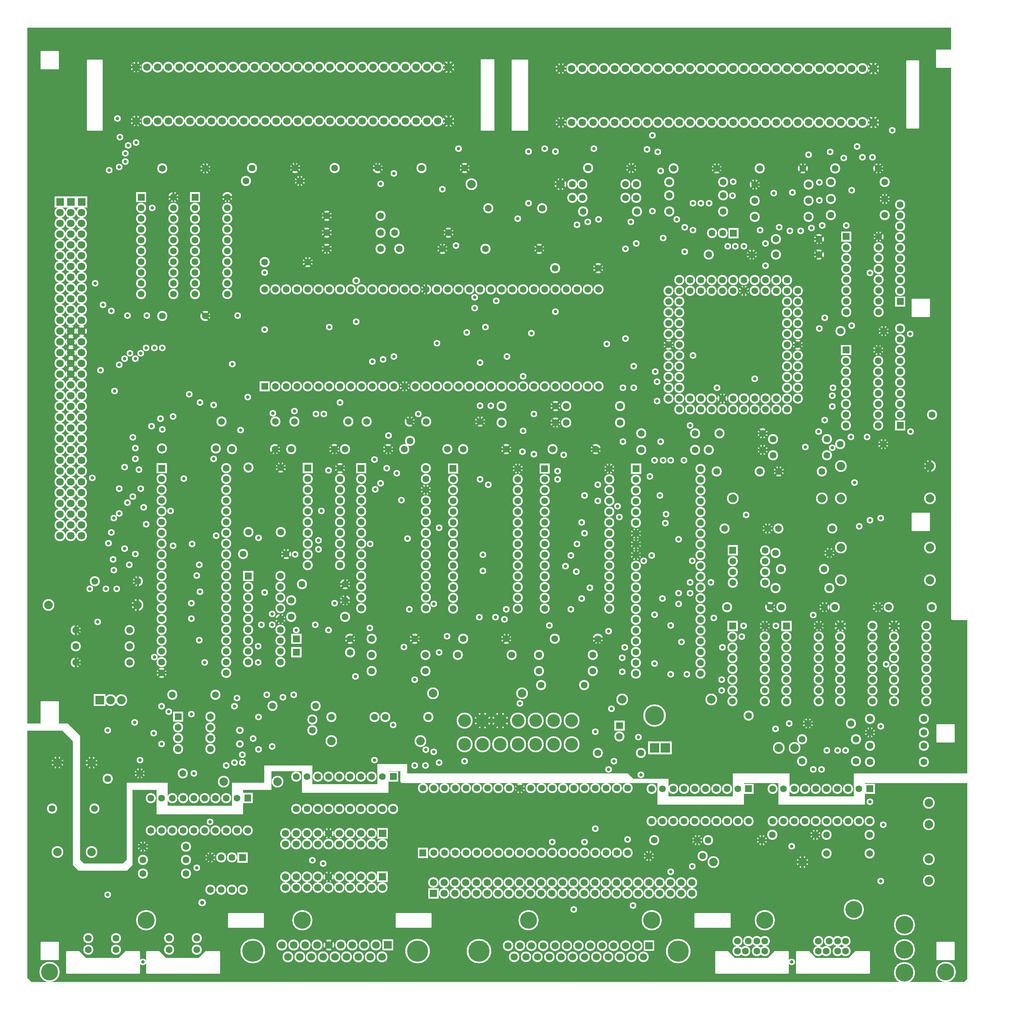
<source format=gbr>
%FSLAX34Y34*%
%MOMM*%
%LNCOPPER_INNER2*%
G71*
G01*
%ADD10C,2.400*%
%ADD11C,2.500*%
%ADD12C,2.200*%
%ADD13C,2.600*%
%ADD14C,2.400*%
%ADD15C,2.550*%
%ADD16C,3.800*%
%ADD17C,2.800*%
%ADD18C,1.600*%
%ADD19C,1.800*%
%ADD20C,2.800*%
%ADD21C,5.800*%
%ADD22C,5.300*%
%ADD23C,5.000*%
%ADD24C,4.800*%
%ADD25C,0.250*%
%ADD26C,0.150*%
%ADD27C,2.400*%
%ADD28C,0.300*%
%ADD29C,0.050*%
%ADD30C,0.533*%
%ADD31C,0.567*%
%ADD32C,0.528*%
%ADD33C,0.600*%
%ADD34C,0.583*%
%ADD35C,1.000*%
%ADD36C,0.667*%
%ADD37C,1.667*%
%ADD38C,1.333*%
%ADD39C,0.267*%
%ADD40C,1.600*%
%ADD41C,1.700*%
%ADD42C,1.400*%
%ADD43C,1.800*%
%ADD44C,1.600*%
%ADD45C,1.750*%
%ADD46C,3.000*%
%ADD47C,2.000*%
%ADD48C,0.800*%
%ADD49C,1.000*%
%ADD50C,2.000*%
%ADD51C,5.000*%
%ADD52C,4.500*%
%ADD53C,4.200*%
%ADD54C,4.000*%
%ADD55C,1.600*%
%LPD*%
G36*
X0Y2300000D02*
X2300000Y2300000D01*
X2300000Y0D01*
X0Y0D01*
X0Y2300000D01*
G37*
%LPC*%
G36*
X374576Y679275D02*
X374576Y655275D01*
X350576Y655275D01*
X350576Y679275D01*
X374576Y679275D01*
G37*
X362576Y641875D02*
G54D10*
D03*
X362576Y616475D02*
G54D10*
D03*
X362575Y591075D02*
G54D10*
D03*
X438776Y591075D02*
G54D10*
D03*
X438776Y616475D02*
G54D10*
D03*
X438776Y641875D02*
G54D10*
D03*
X438775Y667275D02*
G54D10*
D03*
G36*
X538653Y463456D02*
X514653Y463456D01*
X514653Y487456D01*
X538653Y487456D01*
X538653Y463456D01*
G37*
X501253Y475456D02*
G54D10*
D03*
X475853Y475456D02*
G54D10*
D03*
X450453Y475456D02*
G54D10*
D03*
X425053Y475456D02*
G54D10*
D03*
X399653Y475456D02*
G54D10*
D03*
X374253Y475456D02*
G54D10*
D03*
X348853Y475456D02*
G54D10*
D03*
X323453Y475456D02*
G54D10*
D03*
X298053Y475456D02*
G54D10*
D03*
X298053Y399256D02*
G54D10*
D03*
X323453Y399256D02*
G54D10*
D03*
X348853Y399256D02*
G54D10*
D03*
X374253Y399256D02*
G54D10*
D03*
X399653Y399256D02*
G54D10*
D03*
X425053Y399256D02*
G54D10*
D03*
X450453Y399256D02*
G54D10*
D03*
X475853Y399256D02*
G54D10*
D03*
X501253Y399256D02*
G54D10*
D03*
X526653Y399256D02*
G54D10*
D03*
G36*
X526450Y323000D02*
X502450Y323000D01*
X502450Y347000D01*
X526450Y347000D01*
X526450Y323000D01*
G37*
X489050Y335000D02*
G54D10*
D03*
X463650Y335000D02*
G54D10*
D03*
X438250Y335000D02*
G54D10*
D03*
X438250Y258800D02*
G54D10*
D03*
X463650Y258800D02*
G54D10*
D03*
X489050Y258800D02*
G54D10*
D03*
X514450Y258800D02*
G54D10*
D03*
G36*
X881703Y514000D02*
X857703Y514000D01*
X857703Y538000D01*
X881703Y538000D01*
X881703Y514000D01*
G37*
X844303Y526000D02*
G54D10*
D03*
X818903Y526000D02*
G54D10*
D03*
X793503Y526000D02*
G54D10*
D03*
X768103Y526000D02*
G54D10*
D03*
X742703Y526000D02*
G54D10*
D03*
X717303Y526000D02*
G54D10*
D03*
X691903Y526000D02*
G54D10*
D03*
X666503Y526000D02*
G54D10*
D03*
X641103Y526000D02*
G54D10*
D03*
X641103Y449800D02*
G54D10*
D03*
X666503Y449800D02*
G54D10*
D03*
X691903Y449800D02*
G54D10*
D03*
X717303Y449800D02*
G54D10*
D03*
X742703Y449800D02*
G54D10*
D03*
X768103Y449800D02*
G54D10*
D03*
X793503Y449800D02*
G54D10*
D03*
X818903Y449800D02*
G54D10*
D03*
X844303Y449800D02*
G54D10*
D03*
X869703Y449800D02*
G54D10*
D03*
G36*
X857100Y379500D02*
X832100Y379500D01*
X832100Y404500D01*
X857100Y404500D01*
X857100Y379500D01*
G37*
X844600Y366600D02*
G54D11*
D03*
X819200Y392000D02*
G54D11*
D03*
X819200Y366600D02*
G54D11*
D03*
X793800Y392000D02*
G54D11*
D03*
X793800Y366600D02*
G54D11*
D03*
X768400Y392000D02*
G54D11*
D03*
X768400Y366600D02*
G54D11*
D03*
X743000Y392000D02*
G54D11*
D03*
X743000Y366600D02*
G54D11*
D03*
X717600Y392000D02*
G54D11*
D03*
X717600Y366600D02*
G54D11*
D03*
X692200Y392000D02*
G54D11*
D03*
X692200Y366600D02*
G54D11*
D03*
X666800Y392000D02*
G54D11*
D03*
X666800Y366600D02*
G54D11*
D03*
X641400Y392000D02*
G54D11*
D03*
X641400Y366600D02*
G54D11*
D03*
X616000Y392000D02*
G54D11*
D03*
X616000Y366600D02*
G54D11*
D03*
G36*
X856850Y277000D02*
X831850Y277000D01*
X831850Y302000D01*
X856850Y302000D01*
X856850Y277000D01*
G37*
X844350Y264100D02*
G54D11*
D03*
X818950Y289500D02*
G54D11*
D03*
X818950Y264100D02*
G54D11*
D03*
X793550Y289500D02*
G54D11*
D03*
X793550Y264100D02*
G54D11*
D03*
X768150Y289500D02*
G54D11*
D03*
X768150Y264100D02*
G54D11*
D03*
X742750Y289500D02*
G54D11*
D03*
X742750Y264100D02*
G54D11*
D03*
X717350Y289500D02*
G54D11*
D03*
X717350Y264100D02*
G54D11*
D03*
X691950Y289500D02*
G54D11*
D03*
X691950Y264100D02*
G54D11*
D03*
X666550Y289500D02*
G54D11*
D03*
X666550Y264100D02*
G54D11*
D03*
X641150Y289500D02*
G54D11*
D03*
X641150Y264100D02*
G54D11*
D03*
X615750Y289500D02*
G54D11*
D03*
X615750Y264100D02*
G54D11*
D03*
G36*
X680250Y1265500D02*
X680250Y1241500D01*
X656250Y1241500D01*
X656250Y1265500D01*
X680250Y1265500D01*
G37*
X668250Y1228100D02*
G54D10*
D03*
X668250Y1202700D02*
G54D10*
D03*
X668250Y1177300D02*
G54D10*
D03*
X668250Y1151900D02*
G54D10*
D03*
X668250Y1126500D02*
G54D10*
D03*
X668250Y1101100D02*
G54D10*
D03*
X668250Y1075700D02*
G54D10*
D03*
X668250Y1050300D02*
G54D10*
D03*
X668250Y1024900D02*
G54D10*
D03*
X744450Y1024900D02*
G54D10*
D03*
X744450Y1050300D02*
G54D10*
D03*
X744450Y1075700D02*
G54D10*
D03*
X744450Y1101100D02*
G54D10*
D03*
X744450Y1126500D02*
G54D10*
D03*
X744450Y1151900D02*
G54D10*
D03*
X744450Y1177300D02*
G54D10*
D03*
X744450Y1202700D02*
G54D10*
D03*
X744450Y1228100D02*
G54D10*
D03*
X744450Y1253500D02*
G54D10*
D03*
X604200Y1254750D02*
G54D10*
D03*
X604200Y1102350D02*
G54D10*
D03*
X528000Y1102350D02*
G54D10*
D03*
X528000Y1254750D02*
G54D10*
D03*
G36*
X335850Y1264934D02*
X335850Y1240934D01*
X311850Y1240934D01*
X311850Y1264934D01*
X335850Y1264934D01*
G37*
X323850Y1227534D02*
G54D10*
D03*
X323850Y1202134D02*
G54D10*
D03*
X323850Y1176734D02*
G54D10*
D03*
X323850Y1151334D02*
G54D10*
D03*
X323850Y1125934D02*
G54D10*
D03*
X323850Y1100534D02*
G54D10*
D03*
X323850Y1075134D02*
G54D10*
D03*
X323850Y1049734D02*
G54D10*
D03*
X323850Y1024334D02*
G54D10*
D03*
X323850Y998934D02*
G54D10*
D03*
X323850Y973534D02*
G54D10*
D03*
X323850Y948134D02*
G54D10*
D03*
X323850Y922734D02*
G54D10*
D03*
X323850Y897334D02*
G54D10*
D03*
X323850Y871934D02*
G54D10*
D03*
X323850Y846534D02*
G54D10*
D03*
X323850Y821134D02*
G54D10*
D03*
X323850Y795734D02*
G54D10*
D03*
X323850Y770334D02*
G54D10*
D03*
X476250Y770334D02*
G54D10*
D03*
X476250Y795734D02*
G54D10*
D03*
X476250Y821134D02*
G54D10*
D03*
X476250Y846534D02*
G54D10*
D03*
X476250Y871934D02*
G54D10*
D03*
X476250Y897334D02*
G54D10*
D03*
X476250Y922734D02*
G54D10*
D03*
X476250Y948134D02*
G54D10*
D03*
X476250Y973534D02*
G54D10*
D03*
X476250Y998934D02*
G54D10*
D03*
X476250Y1024334D02*
G54D10*
D03*
X476250Y1049734D02*
G54D10*
D03*
X476250Y1075134D02*
G54D10*
D03*
X476250Y1100534D02*
G54D10*
D03*
X476250Y1125934D02*
G54D10*
D03*
X476250Y1151334D02*
G54D10*
D03*
X476250Y1176734D02*
G54D10*
D03*
X476250Y1202134D02*
G54D10*
D03*
X476250Y1227534D02*
G54D10*
D03*
X476250Y1252934D02*
G54D10*
D03*
G36*
X952250Y262850D02*
X977250Y262850D01*
X977250Y237850D01*
X952250Y237850D01*
X952250Y262850D01*
G37*
X964750Y275750D02*
G54D11*
D03*
X990150Y250350D02*
G54D11*
D03*
X990150Y275750D02*
G54D11*
D03*
X1015550Y250350D02*
G54D11*
D03*
X1015550Y275750D02*
G54D11*
D03*
X1040950Y250350D02*
G54D11*
D03*
X1040950Y275750D02*
G54D11*
D03*
X1066350Y250350D02*
G54D11*
D03*
X1066350Y275750D02*
G54D11*
D03*
X1091750Y250350D02*
G54D11*
D03*
X1091750Y275750D02*
G54D11*
D03*
X1117150Y250350D02*
G54D11*
D03*
X1117150Y275750D02*
G54D11*
D03*
X1142550Y250350D02*
G54D11*
D03*
X1142550Y275750D02*
G54D11*
D03*
X1167950Y250350D02*
G54D11*
D03*
X1167950Y275750D02*
G54D11*
D03*
X1193350Y250350D02*
G54D11*
D03*
X1193350Y275750D02*
G54D11*
D03*
X1218750Y250350D02*
G54D11*
D03*
X1218750Y275750D02*
G54D11*
D03*
X1244150Y250350D02*
G54D11*
D03*
X1244150Y275750D02*
G54D11*
D03*
X1269550Y250350D02*
G54D11*
D03*
X1269550Y275750D02*
G54D11*
D03*
X1294950Y250350D02*
G54D11*
D03*
X1294950Y275750D02*
G54D11*
D03*
X1320350Y250350D02*
G54D11*
D03*
X1320350Y275750D02*
G54D11*
D03*
X1345750Y250350D02*
G54D11*
D03*
X1345750Y275750D02*
G54D11*
D03*
X1371150Y250350D02*
G54D11*
D03*
X1371150Y275750D02*
G54D11*
D03*
X1396550Y250350D02*
G54D11*
D03*
X1396550Y275750D02*
G54D11*
D03*
X1421950Y250350D02*
G54D11*
D03*
X1421950Y275750D02*
G54D11*
D03*
X1447350Y250350D02*
G54D11*
D03*
X1447350Y275750D02*
G54D11*
D03*
X1472750Y250350D02*
G54D11*
D03*
X1472750Y275750D02*
G54D11*
D03*
X1498150Y250350D02*
G54D11*
D03*
X1498150Y275750D02*
G54D11*
D03*
X1523550Y250350D02*
G54D11*
D03*
X1523550Y275750D02*
G54D11*
D03*
X1548950Y250350D02*
G54D11*
D03*
X1548950Y275750D02*
G54D11*
D03*
X1574350Y250350D02*
G54D11*
D03*
X1574350Y275750D02*
G54D11*
D03*
G36*
X927603Y358012D02*
X951603Y358012D01*
X951603Y334012D01*
X927603Y334012D01*
X927603Y358012D01*
G37*
X965003Y346012D02*
G54D10*
D03*
X990403Y346012D02*
G54D10*
D03*
X1015803Y346012D02*
G54D10*
D03*
X1041203Y346012D02*
G54D10*
D03*
X1066603Y346012D02*
G54D10*
D03*
X1092003Y346012D02*
G54D10*
D03*
X1117403Y346012D02*
G54D10*
D03*
X1142803Y346012D02*
G54D10*
D03*
X1168203Y346012D02*
G54D10*
D03*
X1193603Y346012D02*
G54D10*
D03*
X1219003Y346012D02*
G54D10*
D03*
X1244403Y346012D02*
G54D10*
D03*
X1269803Y346012D02*
G54D10*
D03*
X1295203Y346012D02*
G54D10*
D03*
X1320603Y346012D02*
G54D10*
D03*
X1346003Y346012D02*
G54D10*
D03*
X1371403Y346012D02*
G54D10*
D03*
X1396803Y346012D02*
G54D10*
D03*
X1422203Y346012D02*
G54D10*
D03*
X1422203Y498412D02*
G54D10*
D03*
X1396803Y498412D02*
G54D10*
D03*
X1371403Y498412D02*
G54D10*
D03*
X1346003Y498412D02*
G54D10*
D03*
X1320603Y498412D02*
G54D10*
D03*
X1295203Y498412D02*
G54D10*
D03*
X1269803Y498412D02*
G54D10*
D03*
X1244403Y498412D02*
G54D10*
D03*
X1219003Y498412D02*
G54D10*
D03*
X1193603Y498412D02*
G54D10*
D03*
X1168203Y498413D02*
G54D10*
D03*
X1142803Y498412D02*
G54D10*
D03*
X1117403Y498412D02*
G54D10*
D03*
X1092003Y498412D02*
G54D10*
D03*
X1066603Y498412D02*
G54D10*
D03*
X1041203Y498412D02*
G54D10*
D03*
X1015803Y498412D02*
G54D10*
D03*
X990403Y498412D02*
G54D10*
D03*
X965003Y498412D02*
G54D10*
D03*
X939603Y498412D02*
G54D10*
D03*
G36*
X1719703Y485206D02*
X1695703Y485206D01*
X1695703Y509206D01*
X1719703Y509206D01*
X1719703Y485206D01*
G37*
X1682303Y497206D02*
G54D10*
D03*
X1656903Y497206D02*
G54D10*
D03*
X1631503Y497206D02*
G54D10*
D03*
X1606103Y497206D02*
G54D10*
D03*
X1580703Y497206D02*
G54D10*
D03*
X1555303Y497206D02*
G54D10*
D03*
X1529903Y497206D02*
G54D10*
D03*
X1504503Y497206D02*
G54D10*
D03*
X1479103Y497206D02*
G54D10*
D03*
X1479103Y421006D02*
G54D10*
D03*
X1504503Y421006D02*
G54D10*
D03*
X1529903Y421006D02*
G54D10*
D03*
X1555303Y421006D02*
G54D10*
D03*
X1580703Y421006D02*
G54D10*
D03*
X1606103Y421006D02*
G54D10*
D03*
X1631503Y421006D02*
G54D10*
D03*
X1656903Y421006D02*
G54D10*
D03*
X1682303Y421006D02*
G54D10*
D03*
X1707703Y421006D02*
G54D10*
D03*
G36*
X2005453Y485206D02*
X1981453Y485206D01*
X1981453Y509206D01*
X2005453Y509206D01*
X2005453Y485206D01*
G37*
X1968053Y497206D02*
G54D10*
D03*
X1942653Y497206D02*
G54D10*
D03*
X1917253Y497206D02*
G54D10*
D03*
X1891853Y497206D02*
G54D10*
D03*
X1866453Y497206D02*
G54D10*
D03*
X1841053Y497206D02*
G54D10*
D03*
X1815653Y497206D02*
G54D10*
D03*
X1790253Y497206D02*
G54D10*
D03*
X1764853Y497206D02*
G54D10*
D03*
X1764853Y421006D02*
G54D10*
D03*
X1790253Y421006D02*
G54D10*
D03*
X1815653Y421006D02*
G54D10*
D03*
X1841053Y421006D02*
G54D10*
D03*
X1866453Y421006D02*
G54D10*
D03*
X1891853Y421006D02*
G54D10*
D03*
X1917253Y421006D02*
G54D10*
D03*
X1942653Y421006D02*
G54D10*
D03*
X1968053Y421006D02*
G54D10*
D03*
X1993453Y421006D02*
G54D10*
D03*
G36*
X2063050Y893062D02*
X2063050Y869062D01*
X2039050Y869062D01*
X2039050Y893062D01*
X2063050Y893062D01*
G37*
X2051050Y855662D02*
G54D10*
D03*
X2051050Y830262D02*
G54D10*
D03*
X2051050Y804862D02*
G54D10*
D03*
X2051050Y779462D02*
G54D10*
D03*
X2051050Y754062D02*
G54D10*
D03*
X2051050Y728662D02*
G54D10*
D03*
X2051050Y703262D02*
G54D10*
D03*
X2127251Y703262D02*
G54D10*
D03*
X2127251Y728662D02*
G54D10*
D03*
X2127251Y754062D02*
G54D10*
D03*
X2127251Y779462D02*
G54D10*
D03*
X2127251Y804862D02*
G54D10*
D03*
X2127251Y830262D02*
G54D10*
D03*
X2127251Y855662D02*
G54D10*
D03*
X2127251Y881062D02*
G54D10*
D03*
G36*
X1936050Y893062D02*
X1936050Y869062D01*
X1912050Y869062D01*
X1912050Y893062D01*
X1936050Y893062D01*
G37*
X1924050Y855662D02*
G54D10*
D03*
X1924050Y830262D02*
G54D10*
D03*
X1924050Y804863D02*
G54D10*
D03*
X1924050Y779463D02*
G54D10*
D03*
X1924050Y754062D02*
G54D10*
D03*
X1924050Y728662D02*
G54D10*
D03*
X1924050Y703262D02*
G54D10*
D03*
X2000250Y703262D02*
G54D10*
D03*
X2000250Y728662D02*
G54D10*
D03*
X2000250Y754062D02*
G54D10*
D03*
X2000250Y779462D02*
G54D10*
D03*
X2000250Y804862D02*
G54D10*
D03*
X2000250Y830262D02*
G54D10*
D03*
X2000250Y855662D02*
G54D10*
D03*
X2000250Y881062D02*
G54D10*
D03*
G36*
X1809050Y893062D02*
X1809050Y869062D01*
X1785050Y869062D01*
X1785050Y893062D01*
X1809050Y893062D01*
G37*
X1797050Y855662D02*
G54D10*
D03*
X1797050Y830262D02*
G54D10*
D03*
X1797050Y804862D02*
G54D10*
D03*
X1797050Y779462D02*
G54D10*
D03*
X1797050Y754062D02*
G54D10*
D03*
X1797050Y728662D02*
G54D10*
D03*
X1797050Y703262D02*
G54D10*
D03*
X1873250Y703262D02*
G54D10*
D03*
X1873250Y728662D02*
G54D10*
D03*
X1873250Y754062D02*
G54D10*
D03*
X1873250Y779462D02*
G54D10*
D03*
X1873250Y804862D02*
G54D10*
D03*
X1873250Y830262D02*
G54D10*
D03*
X1873250Y855662D02*
G54D10*
D03*
X1873250Y881062D02*
G54D10*
D03*
G36*
X1682050Y893062D02*
X1682050Y869062D01*
X1658050Y869062D01*
X1658050Y893062D01*
X1682050Y893062D01*
G37*
X1670050Y855663D02*
G54D10*
D03*
X1670050Y830262D02*
G54D10*
D03*
X1670050Y804862D02*
G54D10*
D03*
X1670050Y779462D02*
G54D10*
D03*
X1670050Y754062D02*
G54D10*
D03*
X1670050Y728662D02*
G54D10*
D03*
X1670050Y703262D02*
G54D10*
D03*
X1746250Y703262D02*
G54D10*
D03*
X1746250Y728662D02*
G54D12*
D03*
X1746250Y754062D02*
G54D10*
D03*
X1746250Y779463D02*
G54D10*
D03*
X1746250Y804862D02*
G54D10*
D03*
X1746250Y830263D02*
G54D10*
D03*
X1746250Y855662D02*
G54D10*
D03*
X1746250Y881062D02*
G54D10*
D03*
G36*
X1682447Y1071656D02*
X1682447Y1047656D01*
X1658447Y1047656D01*
X1658447Y1071656D01*
X1682447Y1071656D01*
G37*
X1670447Y1034256D02*
G54D10*
D03*
X1670447Y1008856D02*
G54D10*
D03*
X1670447Y983456D02*
G54D10*
D03*
X1746647Y983456D02*
G54D10*
D03*
X1746647Y1008856D02*
G54D10*
D03*
X1746647Y1034256D02*
G54D10*
D03*
X1746647Y1059656D02*
G54D10*
D03*
G36*
X1454244Y1263744D02*
X1454244Y1239744D01*
X1430244Y1239744D01*
X1430244Y1263744D01*
X1454244Y1263744D01*
G37*
X1442244Y1226344D02*
G54D10*
D03*
X1442244Y1200944D02*
G54D10*
D03*
X1442244Y1175544D02*
G54D10*
D03*
X1442244Y1150144D02*
G54D10*
D03*
X1442244Y1124744D02*
G54D10*
D03*
X1442244Y1099344D02*
G54D10*
D03*
X1442244Y1073944D02*
G54D10*
D03*
X1442244Y1048544D02*
G54D10*
D03*
X1442244Y1023144D02*
G54D10*
D03*
X1442244Y997744D02*
G54D10*
D03*
X1442244Y972344D02*
G54D10*
D03*
X1442244Y946944D02*
G54D10*
D03*
X1442244Y921544D02*
G54D10*
D03*
X1442244Y896144D02*
G54D10*
D03*
X1442244Y870744D02*
G54D10*
D03*
X1442244Y845344D02*
G54D10*
D03*
X1442244Y819944D02*
G54D10*
D03*
X1442244Y794544D02*
G54D10*
D03*
X1442244Y769144D02*
G54D10*
D03*
X1594644Y769144D02*
G54D10*
D03*
X1594644Y794544D02*
G54D10*
D03*
X1594644Y819944D02*
G54D10*
D03*
X1594644Y845344D02*
G54D10*
D03*
X1594644Y870744D02*
G54D10*
D03*
X1594644Y896144D02*
G54D10*
D03*
X1594644Y921544D02*
G54D10*
D03*
X1594644Y946944D02*
G54D10*
D03*
X1594644Y972344D02*
G54D10*
D03*
X1594644Y997744D02*
G54D10*
D03*
X1594644Y1023144D02*
G54D10*
D03*
X1594644Y1048544D02*
G54D10*
D03*
X1594644Y1073944D02*
G54D10*
D03*
X1594644Y1099344D02*
G54D10*
D03*
X1594644Y1124744D02*
G54D10*
D03*
X1594644Y1150144D02*
G54D10*
D03*
X1594644Y1175544D02*
G54D10*
D03*
X1594644Y1200944D02*
G54D10*
D03*
X1594644Y1226344D02*
G54D10*
D03*
X1594644Y1251744D02*
G54D10*
D03*
G36*
X1238741Y1264141D02*
X1238741Y1240141D01*
X1214741Y1240141D01*
X1214741Y1264141D01*
X1238741Y1264141D01*
G37*
X1226741Y1226741D02*
G54D10*
D03*
X1226741Y1201341D02*
G54D10*
D03*
X1226741Y1175941D02*
G54D10*
D03*
X1226741Y1150541D02*
G54D10*
D03*
X1226741Y1125141D02*
G54D10*
D03*
X1226741Y1099741D02*
G54D10*
D03*
X1226741Y1074341D02*
G54D10*
D03*
X1226741Y1048941D02*
G54D10*
D03*
X1226741Y1023541D02*
G54D10*
D03*
X1226741Y998141D02*
G54D10*
D03*
X1226741Y972741D02*
G54D10*
D03*
X1226741Y947341D02*
G54D10*
D03*
X1226741Y921941D02*
G54D10*
D03*
X1379141Y921941D02*
G54D10*
D03*
X1379141Y947341D02*
G54D10*
D03*
X1379141Y972741D02*
G54D10*
D03*
X1379141Y998141D02*
G54D10*
D03*
X1379141Y1023541D02*
G54D10*
D03*
X1379141Y1048941D02*
G54D10*
D03*
X1379141Y1074341D02*
G54D10*
D03*
X1379141Y1099741D02*
G54D10*
D03*
X1379141Y1125141D02*
G54D10*
D03*
X1379141Y1150541D02*
G54D10*
D03*
X1379141Y1175941D02*
G54D10*
D03*
X1379141Y1201341D02*
G54D10*
D03*
X1379141Y1226741D02*
G54D10*
D03*
X1379141Y1252141D02*
G54D10*
D03*
G36*
X1022841Y1264538D02*
X1022841Y1240538D01*
X998841Y1240538D01*
X998841Y1264538D01*
X1022841Y1264538D01*
G37*
X1010841Y1227138D02*
G54D10*
D03*
X1010841Y1201738D02*
G54D10*
D03*
X1010841Y1176338D02*
G54D10*
D03*
X1010841Y1150938D02*
G54D10*
D03*
X1010841Y1125538D02*
G54D10*
D03*
X1010841Y1100138D02*
G54D10*
D03*
X1010841Y1074738D02*
G54D10*
D03*
X1010841Y1049338D02*
G54D10*
D03*
X1010841Y1023938D02*
G54D10*
D03*
X1010841Y998538D02*
G54D10*
D03*
X1010841Y973138D02*
G54D10*
D03*
X1010841Y947738D02*
G54D10*
D03*
X1010841Y922337D02*
G54D10*
D03*
X1163241Y922338D02*
G54D10*
D03*
X1163241Y947738D02*
G54D10*
D03*
X1163241Y973138D02*
G54D10*
D03*
X1163241Y998538D02*
G54D10*
D03*
X1163241Y1023938D02*
G54D10*
D03*
X1163241Y1049338D02*
G54D10*
D03*
X1163241Y1074738D02*
G54D10*
D03*
X1163241Y1100138D02*
G54D10*
D03*
X1163241Y1125538D02*
G54D10*
D03*
X1163241Y1150938D02*
G54D10*
D03*
X1163241Y1176338D02*
G54D10*
D03*
X1163241Y1201738D02*
G54D10*
D03*
X1163241Y1227138D02*
G54D10*
D03*
X1163241Y1252538D02*
G54D10*
D03*
G36*
X806147Y1264934D02*
X806147Y1240934D01*
X782147Y1240934D01*
X782147Y1264934D01*
X806147Y1264934D01*
G37*
X794147Y1227534D02*
G54D10*
D03*
X794147Y1202134D02*
G54D10*
D03*
X794147Y1176734D02*
G54D10*
D03*
X794147Y1151334D02*
G54D10*
D03*
X794147Y1125934D02*
G54D10*
D03*
X794147Y1100534D02*
G54D10*
D03*
X794147Y1075134D02*
G54D10*
D03*
X794147Y1049734D02*
G54D10*
D03*
X794147Y1024334D02*
G54D10*
D03*
X794147Y998934D02*
G54D10*
D03*
X794147Y973534D02*
G54D10*
D03*
X794147Y948134D02*
G54D10*
D03*
X794147Y922734D02*
G54D10*
D03*
X946547Y922734D02*
G54D10*
D03*
X946547Y948134D02*
G54D10*
D03*
X946547Y973534D02*
G54D10*
D03*
X946547Y998934D02*
G54D10*
D03*
X946547Y1024334D02*
G54D10*
D03*
X946547Y1049734D02*
G54D10*
D03*
X946547Y1075134D02*
G54D10*
D03*
X946547Y1100534D02*
G54D10*
D03*
X946547Y1125934D02*
G54D10*
D03*
X946547Y1151334D02*
G54D10*
D03*
X946547Y1176734D02*
G54D10*
D03*
X946547Y1202134D02*
G54D10*
D03*
X946547Y1227534D02*
G54D10*
D03*
X946547Y1252934D02*
G54D10*
D03*
G36*
X539844Y1010934D02*
X539844Y986934D01*
X515844Y986934D01*
X515844Y1010934D01*
X539844Y1010934D01*
G37*
X527844Y973534D02*
G54D10*
D03*
X527844Y948134D02*
G54D10*
D03*
X527844Y922734D02*
G54D10*
D03*
X527844Y897334D02*
G54D10*
D03*
X527844Y871934D02*
G54D10*
D03*
X527844Y846534D02*
G54D10*
D03*
X527844Y821134D02*
G54D10*
D03*
X527844Y795734D02*
G54D10*
D03*
X604044Y795734D02*
G54D10*
D03*
X604044Y821134D02*
G54D10*
D03*
X604044Y846534D02*
G54D10*
D03*
X604044Y871934D02*
G54D10*
D03*
X604044Y897334D02*
G54D10*
D03*
X604044Y922734D02*
G54D10*
D03*
X604044Y948134D02*
G54D10*
D03*
X604044Y973534D02*
G54D10*
D03*
X604044Y998934D02*
G54D10*
D03*
G36*
X1949544Y1543938D02*
X1949544Y1519938D01*
X1925544Y1519938D01*
X1925544Y1543938D01*
X1949544Y1543938D01*
G37*
X1937544Y1506538D02*
G54D10*
D03*
X1937544Y1481138D02*
G54D10*
D03*
X1937544Y1455738D02*
G54D10*
D03*
X1937544Y1430338D02*
G54D10*
D03*
X1937544Y1404938D02*
G54D10*
D03*
X1937544Y1379538D02*
G54D10*
D03*
X1937544Y1354138D02*
G54D10*
D03*
X2013743Y1354138D02*
G54D10*
D03*
X2013743Y1379538D02*
G54D10*
D03*
X2013743Y1404938D02*
G54D10*
D03*
X2013743Y1430338D02*
G54D10*
D03*
X2013743Y1455738D02*
G54D10*
D03*
X2013743Y1481138D02*
G54D10*
D03*
X2013743Y1506538D02*
G54D10*
D03*
X2013743Y1531938D02*
G54D10*
D03*
G36*
X1949941Y1811431D02*
X1949941Y1787431D01*
X1925941Y1787431D01*
X1925941Y1811431D01*
X1949941Y1811431D01*
G37*
X1937941Y1774031D02*
G54D10*
D03*
X1937941Y1748631D02*
G54D10*
D03*
X1937941Y1723231D02*
G54D10*
D03*
X1937941Y1697831D02*
G54D10*
D03*
X1937941Y1672431D02*
G54D10*
D03*
X1937941Y1647031D02*
G54D10*
D03*
X1937941Y1621631D02*
G54D10*
D03*
X2014140Y1621631D02*
G54D10*
D03*
X2014140Y1647031D02*
G54D10*
D03*
X2014140Y1672431D02*
G54D10*
D03*
X2014140Y1697831D02*
G54D10*
D03*
X2014140Y1723231D02*
G54D10*
D03*
X2014140Y1748631D02*
G54D10*
D03*
X2014140Y1774031D02*
G54D10*
D03*
X2014140Y1799431D02*
G54D10*
D03*
G36*
X1684034Y1795369D02*
X1660034Y1795369D01*
X1660034Y1819369D01*
X1684034Y1819369D01*
X1684034Y1795369D01*
G37*
X1646634Y1807369D02*
G54D10*
D03*
X1621234Y1807369D02*
G54D10*
D03*
G36*
X414431Y1904300D02*
X414431Y1880300D01*
X390431Y1880300D01*
X390431Y1904300D01*
X414431Y1904300D01*
G37*
X402431Y1866900D02*
G54D10*
D03*
X402431Y1841500D02*
G54D10*
D03*
X402431Y1816100D02*
G54D10*
D03*
X402431Y1790700D02*
G54D10*
D03*
X402431Y1765300D02*
G54D10*
D03*
X402431Y1739900D02*
G54D10*
D03*
X402431Y1714500D02*
G54D10*
D03*
X402431Y1689100D02*
G54D10*
D03*
X402431Y1663700D02*
G54D10*
D03*
X478631Y1663700D02*
G54D10*
D03*
X478631Y1689100D02*
G54D10*
D03*
X478631Y1714500D02*
G54D10*
D03*
X478631Y1739900D02*
G54D10*
D03*
X478631Y1765300D02*
G54D10*
D03*
X478631Y1790700D02*
G54D10*
D03*
X478631Y1816100D02*
G54D10*
D03*
X478631Y1841500D02*
G54D10*
D03*
X478631Y1866900D02*
G54D10*
D03*
X478631Y1892300D02*
G54D10*
D03*
G36*
X287431Y1904300D02*
X287431Y1880300D01*
X263431Y1880300D01*
X263431Y1904300D01*
X287431Y1904300D01*
G37*
X275431Y1866900D02*
G54D10*
D03*
X275431Y1841500D02*
G54D10*
D03*
X275431Y1816100D02*
G54D10*
D03*
X275431Y1790700D02*
G54D10*
D03*
X275431Y1765300D02*
G54D10*
D03*
X275431Y1739900D02*
G54D10*
D03*
X275431Y1714500D02*
G54D10*
D03*
X275431Y1689100D02*
G54D10*
D03*
X275431Y1663700D02*
G54D10*
D03*
X351631Y1663700D02*
G54D10*
D03*
X351631Y1689100D02*
G54D10*
D03*
X351631Y1714500D02*
G54D10*
D03*
X351631Y1739900D02*
G54D10*
D03*
X351631Y1765300D02*
G54D10*
D03*
X351631Y1790700D02*
G54D10*
D03*
X351631Y1816100D02*
G54D10*
D03*
X351631Y1841500D02*
G54D10*
D03*
X351631Y1866900D02*
G54D10*
D03*
X351631Y1892300D02*
G54D10*
D03*
G36*
X578738Y1434212D02*
X554738Y1434212D01*
X554738Y1458212D01*
X578738Y1458212D01*
X578738Y1434212D01*
G37*
X592138Y1446212D02*
G54D10*
D03*
X617538Y1446212D02*
G54D10*
D03*
X642938Y1446212D02*
G54D10*
D03*
X668338Y1446212D02*
G54D10*
D03*
X693738Y1446212D02*
G54D10*
D03*
X719138Y1446212D02*
G54D10*
D03*
X744538Y1446212D02*
G54D10*
D03*
X769938Y1446212D02*
G54D10*
D03*
X795338Y1446212D02*
G54D10*
D03*
X820738Y1446212D02*
G54D10*
D03*
X846138Y1446212D02*
G54D10*
D03*
X871538Y1446212D02*
G54D10*
D03*
X896937Y1446212D02*
G54D10*
D03*
X922338Y1446212D02*
G54D10*
D03*
X947738Y1446212D02*
G54D10*
D03*
X973138Y1446212D02*
G54D10*
D03*
X998538Y1446212D02*
G54D10*
D03*
X1023938Y1446212D02*
G54D10*
D03*
X1049338Y1446212D02*
G54D10*
D03*
X1074738Y1446212D02*
G54D10*
D03*
X1100138Y1446212D02*
G54D10*
D03*
X1125538Y1446212D02*
G54D10*
D03*
X1150938Y1446212D02*
G54D10*
D03*
X1176338Y1446212D02*
G54D10*
D03*
X1201738Y1446212D02*
G54D10*
D03*
X1227138Y1446212D02*
G54D10*
D03*
X1252538Y1446212D02*
G54D10*
D03*
X1277938Y1446212D02*
G54D10*
D03*
X1303338Y1446212D02*
G54D10*
D03*
X1328738Y1446212D02*
G54D10*
D03*
X566738Y1674812D02*
G54D10*
D03*
X592138Y1674812D02*
G54D10*
D03*
X617538Y1674812D02*
G54D10*
D03*
X642938Y1674812D02*
G54D10*
D03*
X668338Y1674812D02*
G54D10*
D03*
X693738Y1674812D02*
G54D10*
D03*
X744538Y1674812D02*
G54D10*
D03*
X719138Y1674812D02*
G54D10*
D03*
X769938Y1674812D02*
G54D10*
D03*
X795338Y1674812D02*
G54D10*
D03*
X820738Y1674812D02*
G54D10*
D03*
X846137Y1674812D02*
G54D10*
D03*
X871538Y1674812D02*
G54D10*
D03*
X896938Y1674812D02*
G54D10*
D03*
X922338Y1674812D02*
G54D10*
D03*
X947738Y1674812D02*
G54D10*
D03*
X973138Y1674812D02*
G54D10*
D03*
X998538Y1674812D02*
G54D10*
D03*
X1023938Y1674812D02*
G54D10*
D03*
X1049338Y1674812D02*
G54D10*
D03*
X1074738Y1674812D02*
G54D10*
D03*
X1100138Y1674812D02*
G54D10*
D03*
X1125538Y1674812D02*
G54D10*
D03*
X1150938Y1674812D02*
G54D10*
D03*
X1176338Y1674812D02*
G54D10*
D03*
X1201738Y1674812D02*
G54D10*
D03*
X1227138Y1674812D02*
G54D10*
D03*
X1252538Y1674812D02*
G54D10*
D03*
X1277938Y1674812D02*
G54D10*
D03*
X1303338Y1674812D02*
G54D10*
D03*
X1328738Y1674812D02*
G54D10*
D03*
X1354138Y1674812D02*
G54D10*
D03*
X1354138Y1446212D02*
G54D10*
D03*
G36*
X71138Y1894188D02*
X97138Y1894188D01*
X97138Y1868188D01*
X71138Y1868188D01*
X71138Y1894188D01*
G37*
G36*
X96537Y1894187D02*
X122537Y1894187D01*
X122537Y1868187D01*
X96537Y1868187D01*
X96537Y1894187D01*
G37*
G36*
X121938Y1894188D02*
X147938Y1894188D01*
X147938Y1868188D01*
X121938Y1868188D01*
X121938Y1894188D01*
G37*
X84138Y1855788D02*
G54D13*
D03*
X84138Y1830388D02*
G54D13*
D03*
X84138Y1804988D02*
G54D13*
D03*
X84138Y1779588D02*
G54D13*
D03*
X84138Y1754188D02*
G54D13*
D03*
X84138Y1728788D02*
G54D13*
D03*
X84138Y1703388D02*
G54D13*
D03*
X84138Y1652588D02*
G54D13*
D03*
X84138Y1677988D02*
G54D13*
D03*
X84138Y1627188D02*
G54D13*
D03*
X84138Y1601788D02*
G54D13*
D03*
X84138Y1576388D02*
G54D13*
D03*
X84138Y1550988D02*
G54D13*
D03*
X84138Y1525588D02*
G54D13*
D03*
X84138Y1500188D02*
G54D13*
D03*
X84138Y1474788D02*
G54D13*
D03*
X84138Y1449388D02*
G54D13*
D03*
X84138Y1423988D02*
G54D13*
D03*
X84138Y1398588D02*
G54D13*
D03*
X84138Y1373188D02*
G54D13*
D03*
X84138Y1347788D02*
G54D13*
D03*
X84138Y1322388D02*
G54D13*
D03*
X84138Y1296988D02*
G54D13*
D03*
X84138Y1271588D02*
G54D13*
D03*
X84138Y1246188D02*
G54D13*
D03*
X84138Y1220788D02*
G54D13*
D03*
X84138Y1195388D02*
G54D13*
D03*
X84138Y1169988D02*
G54D13*
D03*
X84137Y1144587D02*
G54D13*
D03*
X84138Y1119188D02*
G54D13*
D03*
X84138Y1093788D02*
G54D13*
D03*
X109537Y1855788D02*
G54D13*
D03*
X109537Y1830388D02*
G54D13*
D03*
X109537Y1804987D02*
G54D13*
D03*
X109537Y1779588D02*
G54D13*
D03*
X109537Y1754187D02*
G54D13*
D03*
X109537Y1728788D02*
G54D13*
D03*
X109537Y1703387D02*
G54D13*
D03*
X109537Y1677988D02*
G54D13*
D03*
X109538Y1652588D02*
G54D13*
D03*
X109538Y1627188D02*
G54D13*
D03*
X109538Y1601788D02*
G54D13*
D03*
X109537Y1576387D02*
G54D13*
D03*
X109537Y1550988D02*
G54D13*
D03*
X109537Y1525587D02*
G54D13*
D03*
X109537Y1500188D02*
G54D13*
D03*
X109537Y1474787D02*
G54D13*
D03*
X109538Y1449388D02*
G54D13*
D03*
X109538Y1423988D02*
G54D13*
D03*
X109538Y1398588D02*
G54D13*
D03*
X109538Y1373188D02*
G54D13*
D03*
X109538Y1347788D02*
G54D13*
D03*
X109538Y1322388D02*
G54D13*
D03*
X109538Y1296988D02*
G54D13*
D03*
X109538Y1271588D02*
G54D13*
D03*
X109538Y1246188D02*
G54D13*
D03*
X109538Y1220788D02*
G54D13*
D03*
X109538Y1195388D02*
G54D13*
D03*
X109537Y1169987D02*
G54D13*
D03*
X109538Y1144588D02*
G54D13*
D03*
X109538Y1119188D02*
G54D13*
D03*
X109538Y1093788D02*
G54D13*
D03*
X134938Y1855788D02*
G54D13*
D03*
X134938Y1830388D02*
G54D13*
D03*
X134938Y1804988D02*
G54D13*
D03*
X134938Y1779588D02*
G54D13*
D03*
X134938Y1754188D02*
G54D13*
D03*
X134938Y1728788D02*
G54D13*
D03*
X134938Y1703388D02*
G54D13*
D03*
X134938Y1677988D02*
G54D13*
D03*
X134938Y1652588D02*
G54D13*
D03*
X134938Y1627188D02*
G54D13*
D03*
X134938Y1601788D02*
G54D13*
D03*
X134937Y1576387D02*
G54D13*
D03*
X134938Y1550988D02*
G54D13*
D03*
X134938Y1525588D02*
G54D13*
D03*
X134938Y1500188D02*
G54D13*
D03*
X134938Y1474788D02*
G54D13*
D03*
X134938Y1449388D02*
G54D13*
D03*
X134938Y1423988D02*
G54D13*
D03*
X134938Y1398588D02*
G54D13*
D03*
X134938Y1373188D02*
G54D13*
D03*
X134938Y1347788D02*
G54D13*
D03*
X134938Y1322388D02*
G54D13*
D03*
X134938Y1296988D02*
G54D13*
D03*
X134938Y1271588D02*
G54D13*
D03*
X134938Y1246188D02*
G54D13*
D03*
X134938Y1220788D02*
G54D13*
D03*
X134938Y1195388D02*
G54D13*
D03*
X134938Y1169988D02*
G54D13*
D03*
X134937Y1144587D02*
G54D13*
D03*
X134938Y1119188D02*
G54D13*
D03*
X134938Y1093788D02*
G54D13*
D03*
X1544638Y1519238D02*
G54D10*
D03*
X1544638Y1544638D02*
G54D10*
D03*
X1544637Y1570038D02*
G54D10*
D03*
X1544638Y1595438D02*
G54D10*
D03*
X1722437Y1671638D02*
G54D10*
D03*
X1747837Y1671638D02*
G54D10*
D03*
X1570038Y1697038D02*
G54D10*
D03*
X1544638Y1671638D02*
G54D10*
D03*
X1595438Y1671638D02*
G54D10*
D03*
X1519238Y1671638D02*
G54D10*
D03*
X1519238Y1595438D02*
G54D10*
D03*
X1544638Y1697038D02*
G54D10*
D03*
X1519238Y1570038D02*
G54D10*
D03*
X1595438Y1697038D02*
G54D10*
D03*
X1519238Y1544637D02*
G54D10*
D03*
X1519238Y1519238D02*
G54D10*
D03*
X1544638Y1417638D02*
G54D10*
D03*
X1544638Y1443038D02*
G54D10*
D03*
X1544638Y1468438D02*
G54D10*
D03*
X1544638Y1493838D02*
G54D10*
D03*
X1798637Y1493838D02*
G54D10*
D03*
X1798637Y1519238D02*
G54D10*
D03*
X1519238Y1493838D02*
G54D10*
D03*
X1519238Y1468438D02*
G54D10*
D03*
X1519238Y1443038D02*
G54D10*
D03*
X1519238Y1417638D02*
G54D10*
D03*
X1570038Y1671638D02*
G54D10*
D03*
X1620838Y1671638D02*
G54D10*
D03*
X1646237Y1671638D02*
G54D10*
D03*
X1620838Y1697038D02*
G54D10*
D03*
X1671637Y1671638D02*
G54D10*
D03*
X1697037Y1671638D02*
G54D10*
D03*
X1722437Y1697038D02*
G54D10*
D03*
X1747837Y1697038D02*
G54D10*
D03*
X1646237Y1697038D02*
G54D10*
D03*
X1671637Y1697038D02*
G54D10*
D03*
X1697037Y1697038D02*
G54D10*
D03*
X1570038Y1392238D02*
G54D10*
D03*
X1544638Y1392238D02*
G54D10*
D03*
X1595438Y1392238D02*
G54D10*
D03*
X1620838Y1392238D02*
G54D10*
D03*
X1722437Y1392238D02*
G54D10*
D03*
X1747837Y1392238D02*
G54D10*
D03*
X1646237Y1392238D02*
G54D10*
D03*
X1671637Y1392238D02*
G54D10*
D03*
X1697037Y1392238D02*
G54D10*
D03*
X1722437Y1417638D02*
G54D10*
D03*
X1747837Y1417638D02*
G54D10*
D03*
X1595438Y1417638D02*
G54D10*
D03*
X1570038Y1417638D02*
G54D10*
D03*
X1620838Y1417638D02*
G54D10*
D03*
X1646237Y1417637D02*
G54D10*
D03*
X1671637Y1417638D02*
G54D10*
D03*
X1697037Y1417638D02*
G54D10*
D03*
X1798637Y1468438D02*
G54D10*
D03*
X1798637Y1570038D02*
G54D10*
D03*
X1798637Y1595438D02*
G54D10*
D03*
X1798637Y1620838D02*
G54D10*
D03*
X1798637Y1646238D02*
G54D10*
D03*
X1798637Y1544638D02*
G54D10*
D03*
X1773237Y1671638D02*
G54D10*
D03*
X1798637Y1671638D02*
G54D10*
D03*
X1773237Y1697038D02*
G54D10*
D03*
X1798637Y1697038D02*
G54D10*
D03*
X1773237Y1392238D02*
G54D10*
D03*
X1798637Y1392238D02*
G54D10*
D03*
X1798637Y1443038D02*
G54D10*
D03*
X1773237Y1417638D02*
G54D10*
D03*
X1798637Y1417638D02*
G54D10*
D03*
X1824037Y1646238D02*
G54D10*
D03*
X1824037Y1671638D02*
G54D10*
D03*
X1824037Y1620838D02*
G54D10*
D03*
X1824037Y1595438D02*
G54D10*
D03*
X1824037Y1493838D02*
G54D10*
D03*
X1824037Y1468438D02*
G54D10*
D03*
X1824037Y1570038D02*
G54D10*
D03*
X1824037Y1544637D02*
G54D10*
D03*
X1824037Y1519238D02*
G54D10*
D03*
X1824037Y1443038D02*
G54D10*
D03*
X1824037Y1417638D02*
G54D10*
D03*
X1544638Y1620838D02*
G54D10*
D03*
X1544638Y1646238D02*
G54D10*
D03*
X1519238Y1646238D02*
G54D10*
D03*
X1519238Y1620838D02*
G54D10*
D03*
G36*
X2053338Y1634238D02*
X2053338Y1658238D01*
X2077338Y1658238D01*
X2077338Y1634238D01*
X2053338Y1634238D01*
G37*
X2065338Y1671638D02*
G54D10*
D03*
X2065338Y1697038D02*
G54D10*
D03*
X2065338Y1722438D02*
G54D10*
D03*
X2065338Y1747838D02*
G54D10*
D03*
X2065338Y1773238D02*
G54D10*
D03*
X2065338Y1798638D02*
G54D10*
D03*
X2065338Y1824038D02*
G54D10*
D03*
X2065338Y1849438D02*
G54D10*
D03*
X2065338Y1874838D02*
G54D10*
D03*
G36*
X2053338Y1342138D02*
X2053338Y1366138D01*
X2077338Y1366138D01*
X2077338Y1342138D01*
X2053338Y1342138D01*
G37*
X2065338Y1379538D02*
G54D10*
D03*
X2065338Y1404938D02*
G54D10*
D03*
X2065338Y1430338D02*
G54D10*
D03*
X2065338Y1455738D02*
G54D10*
D03*
X2065338Y1481138D02*
G54D10*
D03*
X2065338Y1506538D02*
G54D10*
D03*
X2065338Y1531938D02*
G54D10*
D03*
X2065338Y1557338D02*
G54D10*
D03*
X2065338Y1582738D02*
G54D10*
D03*
G36*
X1415350Y634112D02*
X1391350Y634112D01*
X1391350Y658112D01*
X1415350Y658112D01*
X1415350Y634112D01*
G37*
X1403350Y620713D02*
G54D14*
D03*
G36*
X1012875Y2185937D02*
X987375Y2185937D01*
X987375Y2211437D01*
X1012875Y2211437D01*
X1012875Y2185937D01*
G37*
X974725Y2198688D02*
G54D15*
D03*
X949325Y2198688D02*
G54D15*
D03*
X923925Y2198688D02*
G54D15*
D03*
X898525Y2198688D02*
G54D15*
D03*
X873125Y2198688D02*
G54D15*
D03*
X847725Y2198688D02*
G54D15*
D03*
X822325Y2198688D02*
G54D15*
D03*
X796925Y2198687D02*
G54D15*
D03*
X771525Y2198688D02*
G54D15*
D03*
X746125Y2198688D02*
G54D15*
D03*
X720725Y2198688D02*
G54D15*
D03*
X695325Y2198688D02*
G54D15*
D03*
X669925Y2198688D02*
G54D15*
D03*
X644525Y2198688D02*
G54D15*
D03*
X619125Y2198688D02*
G54D15*
D03*
X593725Y2198688D02*
G54D15*
D03*
X568325Y2198688D02*
G54D15*
D03*
X542925Y2198688D02*
G54D15*
D03*
X517525Y2198688D02*
G54D15*
D03*
X492125Y2198688D02*
G54D15*
D03*
X466725Y2198687D02*
G54D15*
D03*
X441325Y2198688D02*
G54D15*
D03*
X415925Y2198688D02*
G54D15*
D03*
X390525Y2198688D02*
G54D15*
D03*
X365125Y2198688D02*
G54D15*
D03*
X339725Y2198688D02*
G54D15*
D03*
X314325Y2198688D02*
G54D15*
D03*
X288925Y2198688D02*
G54D15*
D03*
X263525Y2198687D02*
G54D15*
D03*
G36*
X1012875Y2058937D02*
X987375Y2058937D01*
X987375Y2084437D01*
X1012875Y2084437D01*
X1012875Y2058937D01*
G37*
X974725Y2071688D02*
G54D15*
D03*
X949325Y2071688D02*
G54D15*
D03*
X923925Y2071688D02*
G54D15*
D03*
X898525Y2071688D02*
G54D15*
D03*
X873125Y2071688D02*
G54D15*
D03*
X847725Y2071688D02*
G54D15*
D03*
X822325Y2071688D02*
G54D15*
D03*
X796925Y2071687D02*
G54D15*
D03*
X771525Y2071688D02*
G54D15*
D03*
X746125Y2071688D02*
G54D15*
D03*
X720725Y2071688D02*
G54D15*
D03*
X695325Y2071688D02*
G54D15*
D03*
X669925Y2071688D02*
G54D15*
D03*
X644525Y2071688D02*
G54D15*
D03*
X619125Y2071688D02*
G54D15*
D03*
X593725Y2071688D02*
G54D15*
D03*
X568325Y2071688D02*
G54D15*
D03*
X542925Y2071688D02*
G54D15*
D03*
X517525Y2071688D02*
G54D15*
D03*
X492125Y2071688D02*
G54D15*
D03*
X466725Y2071687D02*
G54D15*
D03*
X441325Y2071688D02*
G54D15*
D03*
X415925Y2071688D02*
G54D15*
D03*
X390525Y2071688D02*
G54D15*
D03*
X365125Y2071688D02*
G54D15*
D03*
X339725Y2071688D02*
G54D15*
D03*
X314325Y2071688D02*
G54D15*
D03*
X288925Y2071688D02*
G54D15*
D03*
X263525Y2071687D02*
G54D15*
D03*
G36*
X2014587Y2182763D02*
X1989087Y2182763D01*
X1989087Y2208263D01*
X2014587Y2208263D01*
X2014587Y2182763D01*
G37*
X1976437Y2195512D02*
G54D15*
D03*
X1951037Y2195512D02*
G54D15*
D03*
X1925637Y2195512D02*
G54D15*
D03*
X1900237Y2195512D02*
G54D15*
D03*
X1874837Y2195512D02*
G54D15*
D03*
X1849437Y2195512D02*
G54D15*
D03*
X1824037Y2195512D02*
G54D15*
D03*
X1798637Y2195513D02*
G54D15*
D03*
X1773237Y2195512D02*
G54D15*
D03*
X1747837Y2195512D02*
G54D15*
D03*
X1722437Y2195512D02*
G54D15*
D03*
X1697037Y2195512D02*
G54D15*
D03*
X1671637Y2195512D02*
G54D15*
D03*
X1646237Y2195512D02*
G54D15*
D03*
X1620837Y2195512D02*
G54D15*
D03*
X1595437Y2195512D02*
G54D15*
D03*
X1570037Y2195512D02*
G54D15*
D03*
X1544637Y2195512D02*
G54D15*
D03*
X1519237Y2195512D02*
G54D15*
D03*
X1493837Y2195512D02*
G54D15*
D03*
X1468438Y2195512D02*
G54D15*
D03*
X1443038Y2195512D02*
G54D15*
D03*
X1417637Y2195513D02*
G54D15*
D03*
X1392238Y2195512D02*
G54D15*
D03*
X1366838Y2195512D02*
G54D15*
D03*
X1341438Y2195512D02*
G54D15*
D03*
X1316038Y2195512D02*
G54D15*
D03*
X1290638Y2195512D02*
G54D15*
D03*
X1265238Y2195513D02*
G54D15*
D03*
G36*
X2014587Y2055763D02*
X1989087Y2055763D01*
X1989087Y2081263D01*
X2014587Y2081263D01*
X2014587Y2055763D01*
G37*
X1976437Y2068512D02*
G54D15*
D03*
X1951037Y2068512D02*
G54D15*
D03*
X1925637Y2068512D02*
G54D15*
D03*
X1900237Y2068512D02*
G54D15*
D03*
X1874837Y2068512D02*
G54D15*
D03*
X1849437Y2068512D02*
G54D15*
D03*
X1824037Y2068512D02*
G54D15*
D03*
X1798637Y2068513D02*
G54D15*
D03*
X1773237Y2068512D02*
G54D15*
D03*
X1747837Y2068512D02*
G54D15*
D03*
X1722437Y2068512D02*
G54D15*
D03*
X1697037Y2068512D02*
G54D15*
D03*
X1671637Y2068512D02*
G54D15*
D03*
X1646237Y2068512D02*
G54D15*
D03*
X1620837Y2068512D02*
G54D15*
D03*
X1595437Y2068512D02*
G54D15*
D03*
X1570037Y2068512D02*
G54D15*
D03*
X1544637Y2068512D02*
G54D15*
D03*
X1519237Y2068512D02*
G54D15*
D03*
X1493837Y2068512D02*
G54D15*
D03*
X1468438Y2068513D02*
G54D15*
D03*
X1443038Y2068512D02*
G54D15*
D03*
X1417638Y2068512D02*
G54D15*
D03*
X1392238Y2068512D02*
G54D15*
D03*
X1366838Y2068512D02*
G54D15*
D03*
X1341438Y2068512D02*
G54D15*
D03*
X1316038Y2068512D02*
G54D15*
D03*
X1290638Y2068512D02*
G54D15*
D03*
X1265238Y2068513D02*
G54D15*
D03*
X1847850Y650875D02*
G54D10*
D03*
X1949450Y650875D02*
G54D10*
D03*
X1993900Y560388D02*
G54D10*
D03*
X2120900Y560387D02*
G54D10*
D03*
X1993900Y598488D02*
G54D10*
D03*
X2120900Y598488D02*
G54D10*
D03*
X1993900Y630238D02*
G54D10*
D03*
X2120900Y630238D02*
G54D10*
D03*
X1993900Y661988D02*
G54D10*
D03*
X2120900Y661988D02*
G54D10*
D03*
X1834356Y613569D02*
G54D10*
D03*
X1961356Y613569D02*
G54D10*
D03*
X1834356Y561975D02*
G54D10*
D03*
X1961356Y561975D02*
G54D10*
D03*
X1891506Y388937D02*
G54D10*
D03*
X1993106Y388938D02*
G54D10*
D03*
X1891506Y344487D02*
G54D10*
D03*
X1993106Y344488D02*
G54D10*
D03*
X1763712Y388937D02*
G54D10*
D03*
X1865312Y388937D02*
G54D10*
D03*
X1612106Y376238D02*
G54D10*
D03*
X1739106Y376237D02*
G54D10*
D03*
X1213644Y774700D02*
G54D10*
D03*
X1340644Y774700D02*
G54D10*
D03*
X1213644Y812800D02*
G54D10*
D03*
X1340644Y812800D02*
G54D10*
D03*
X1218406Y742156D02*
G54D10*
D03*
X1320006Y742156D02*
G54D10*
D03*
X1250950Y850900D02*
G54D10*
D03*
X1352550Y850900D02*
G54D10*
D03*
X1035050Y850900D02*
G54D10*
D03*
X1136650Y850900D02*
G54D10*
D03*
X819150Y850900D02*
G54D10*
D03*
X920750Y850900D02*
G54D10*
D03*
X850900Y666750D02*
G54D10*
D03*
X952500Y666750D02*
G54D10*
D03*
X723900Y666750D02*
G54D10*
D03*
X825500Y666750D02*
G54D10*
D03*
X1022350Y812800D02*
G54D10*
D03*
X1149350Y812800D02*
G54D10*
D03*
X819150Y812800D02*
G54D10*
D03*
X946150Y812800D02*
G54D10*
D03*
X819150Y774700D02*
G54D10*
D03*
X946150Y774700D02*
G54D10*
D03*
X584994Y692944D02*
G54D10*
D03*
X686594Y692944D02*
G54D10*
D03*
X349250Y719137D02*
G54D10*
D03*
X450850Y719138D02*
G54D10*
D03*
X272256Y533400D02*
G54D10*
D03*
X373856Y533400D02*
G54D10*
D03*
X629444Y941388D02*
G54D10*
D03*
X756444Y941387D02*
G54D10*
D03*
X629444Y902494D02*
G54D10*
D03*
X756444Y902494D02*
G54D10*
D03*
X654844Y979488D02*
G54D10*
D03*
X756444Y979488D02*
G54D10*
D03*
X165894Y986631D02*
G54D10*
D03*
X267494Y986631D02*
G54D10*
D03*
X121444Y871537D02*
G54D10*
D03*
X248444Y871538D02*
G54D10*
D03*
X121444Y833438D02*
G54D10*
D03*
X248444Y833438D02*
G54D10*
D03*
X121444Y795338D02*
G54D10*
D03*
X248444Y795338D02*
G54D10*
D03*
X1771650Y970756D02*
G54D10*
D03*
X1898650Y970756D02*
G54D10*
D03*
X1771650Y1053306D02*
G54D10*
D03*
X1898650Y1053306D02*
G54D10*
D03*
X1778000Y1111250D02*
G54D10*
D03*
X1905000Y1111250D02*
G54D10*
D03*
X1778794Y1245394D02*
G54D10*
D03*
X1880394Y1245394D02*
G54D10*
D03*
X1632744Y1245394D02*
G54D10*
D03*
X1734344Y1245394D02*
G54D10*
D03*
X1651000Y1111250D02*
G54D10*
D03*
X1752600Y1111250D02*
G54D10*
D03*
X1765300Y1283494D02*
G54D10*
D03*
X1892300Y1283494D02*
G54D10*
D03*
X1765300Y1321594D02*
G54D10*
D03*
X1892300Y1321594D02*
G54D10*
D03*
X1924050Y1309688D02*
G54D10*
D03*
X2025650Y1309688D02*
G54D10*
D03*
X1639094Y1335087D02*
G54D10*
D03*
X1740694Y1335087D02*
G54D10*
D03*
X1613694Y1296194D02*
G54D10*
D03*
X1740694Y1296194D02*
G54D10*
D03*
X1454944Y1296194D02*
G54D10*
D03*
X1581944Y1296194D02*
G54D10*
D03*
X1454944Y1335088D02*
G54D10*
D03*
X1581944Y1335088D02*
G54D10*
D03*
X1924844Y1576387D02*
G54D10*
D03*
X2026443Y1576387D02*
G54D10*
D03*
X1245394Y1297781D02*
G54D10*
D03*
X1346994Y1297781D02*
G54D10*
D03*
X1035050Y1297781D02*
G54D10*
D03*
X1136650Y1297781D02*
G54D10*
D03*
X896144Y1297781D02*
G54D10*
D03*
X997744Y1297781D02*
G54D10*
D03*
X756444Y1297781D02*
G54D10*
D03*
X858044Y1297781D02*
G54D10*
D03*
X629444Y1297781D02*
G54D10*
D03*
X731044Y1297781D02*
G54D10*
D03*
X489744Y1297781D02*
G54D10*
D03*
X591344Y1297781D02*
G54D10*
D03*
X324644Y1299369D02*
G54D10*
D03*
X451644Y1299369D02*
G54D10*
D03*
X465138Y1362869D02*
G54D10*
D03*
X592138Y1362869D02*
G54D10*
D03*
X636588Y1362869D02*
G54D10*
D03*
X763588Y1362869D02*
G54D10*
D03*
X807244Y1362869D02*
G54D10*
D03*
X908844Y1362869D02*
G54D10*
D03*
X947738Y1362869D02*
G54D10*
D03*
X1074737Y1362869D02*
G54D10*
D03*
X1125538Y1360488D02*
G54D10*
D03*
X1252538Y1360488D02*
G54D10*
D03*
X1125538Y1399381D02*
G54D10*
D03*
X1252538Y1399381D02*
G54D10*
D03*
X1277938Y1399381D02*
G54D10*
D03*
X1404937Y1399381D02*
G54D10*
D03*
X1277938Y1360488D02*
G54D10*
D03*
X1404938Y1360488D02*
G54D10*
D03*
X1038025Y657712D02*
G54D16*
D03*
X1080025Y657712D02*
G54D16*
D03*
X1122025Y657712D02*
G54D16*
D03*
X1164025Y657712D02*
G54D16*
D03*
X1206025Y657712D02*
G54D16*
D03*
X1248025Y657712D02*
G54D16*
D03*
X1290025Y657712D02*
G54D16*
D03*
X1038025Y602150D02*
G54D16*
D03*
X1080025Y602150D02*
G54D16*
D03*
X1122025Y602150D02*
G54D16*
D03*
X1164025Y602150D02*
G54D16*
D03*
X1206025Y602150D02*
G54D16*
D03*
X1248025Y602150D02*
G54D16*
D03*
X1290025Y602150D02*
G54D16*
D03*
X1409700Y708025D02*
G54D17*
D03*
X1619700Y708025D02*
G54D17*
D03*
X963613Y722312D02*
G54D17*
D03*
X1173612Y722312D02*
G54D17*
D03*
X57150Y930275D02*
G54D17*
D03*
X267150Y930275D02*
G54D17*
D03*
X203200Y706438D02*
G54D17*
D03*
X228600Y706438D02*
G54D17*
D03*
G36*
X163800Y720438D02*
X191800Y720438D01*
X191800Y692438D01*
X163800Y692438D01*
X163800Y720438D01*
G37*
X679450Y635000D02*
G54D10*
D03*
X679450Y660400D02*
G54D10*
D03*
X723900Y609600D02*
G54D17*
D03*
X933900Y609600D02*
G54D17*
D03*
X1352550Y581819D02*
G54D10*
D03*
X1454150Y581819D02*
G54D10*
D03*
X279400Y361156D02*
G54D10*
D03*
X381000Y361156D02*
G54D10*
D03*
X279400Y329406D02*
G54D10*
D03*
X381000Y329406D02*
G54D10*
D03*
X279400Y296862D02*
G54D10*
D03*
X381000Y296863D02*
G54D10*
D03*
X1624806Y324644D02*
G54D17*
D03*
X1834806Y324644D02*
G54D17*
D03*
X325438Y1612106D02*
G54D10*
D03*
X427038Y1612106D02*
G54D10*
D03*
X566738Y1739106D02*
G54D10*
D03*
X668337Y1739106D02*
G54D10*
D03*
X1485106Y376237D02*
G54D10*
D03*
X1586706Y376237D02*
G54D10*
D03*
X1472406Y338931D02*
G54D10*
D03*
X1599406Y338931D02*
G54D10*
D03*
X1925638Y989013D02*
G54D17*
D03*
X2135638Y989012D02*
G54D17*
D03*
X1925638Y1066006D02*
G54D17*
D03*
X2135638Y1066006D02*
G54D17*
D03*
X1925638Y1181894D02*
G54D17*
D03*
X2135638Y1181894D02*
G54D17*
D03*
X1925637Y1258094D02*
G54D17*
D03*
X2135637Y1258094D02*
G54D17*
D03*
X1670394Y1181894D02*
G54D17*
D03*
X1880394Y1181894D02*
G54D17*
D03*
X1784350Y1015206D02*
G54D10*
D03*
X1885950Y1015206D02*
G54D10*
D03*
X2038350Y925512D02*
G54D10*
D03*
X2139950Y925512D02*
G54D10*
D03*
X1911350Y925512D02*
G54D10*
D03*
X2012950Y925512D02*
G54D10*
D03*
X1785144Y925512D02*
G54D10*
D03*
X1886744Y925512D02*
G54D10*
D03*
X1657350Y925512D02*
G54D10*
D03*
X1758950Y925512D02*
G54D10*
D03*
X2132806Y464344D02*
G54D17*
D03*
X2132806Y413501D02*
G54D17*
D03*
X2132806Y330994D02*
G54D17*
D03*
X2132806Y280151D02*
G54D17*
D03*
X304800Y628650D02*
G54D18*
D03*
X340519Y679450D02*
G54D18*
D03*
X323850Y692150D02*
G54D18*
D03*
X260350Y654050D02*
G54D18*
D03*
X323850Y603250D02*
G54D18*
D03*
X508000Y635000D02*
G54D19*
D03*
X495300Y692150D02*
G54D18*
D03*
X552450Y666750D02*
G54D18*
D03*
X539750Y615950D02*
G54D18*
D03*
X501650Y711200D02*
G54D18*
D03*
X438150Y419100D02*
G54D18*
D03*
X406400Y311150D02*
G54D18*
D03*
X825500Y565150D02*
G54D18*
D03*
X869950Y647700D02*
G54D18*
D03*
X584200Y596900D02*
G54D18*
D03*
X552450Y590550D02*
G54D18*
D03*
X508000Y603250D02*
G54D19*
D03*
X514350Y577850D02*
G54D18*
D03*
X514350Y558800D02*
G54D18*
D03*
X495300Y558800D02*
G54D18*
D03*
X476250Y552450D02*
G54D18*
D03*
X400050Y533400D02*
G54D18*
D03*
X273050Y565150D02*
G54D18*
D03*
X196850Y520700D02*
G54D10*
D03*
X196850Y635000D02*
G54D18*
D03*
X419100Y228600D02*
G54D19*
D03*
X196850Y247650D02*
G54D18*
D03*
X946547Y588962D02*
G54D18*
D03*
X965200Y584200D02*
G54D18*
D03*
X946150Y552450D02*
G54D18*
D03*
X920750Y552450D02*
G54D18*
D03*
X977900Y558800D02*
G54D18*
D03*
X1038225Y561975D02*
G54D18*
D03*
X1346200Y403225D02*
G54D18*
D03*
X1320800Y371475D02*
G54D18*
D03*
X1244600Y371475D02*
G54D18*
D03*
X1422400Y377825D02*
G54D18*
D03*
X1524000Y301625D02*
G54D18*
D03*
X1574800Y314325D02*
G54D18*
D03*
X1809750Y361950D02*
G54D18*
D03*
X2025650Y412750D02*
G54D18*
D03*
X1936750Y587375D02*
G54D18*
D03*
X1917700Y587375D02*
G54D18*
D03*
X1892300Y587375D02*
G54D18*
D03*
X1879600Y542925D02*
G54D18*
D03*
X1860550Y542925D02*
G54D18*
D03*
X1803400Y650875D02*
G54D18*
D03*
X1816100Y593725D02*
G54D20*
D03*
X1993900Y466725D02*
G54D18*
D03*
X2019300Y644525D02*
G54D18*
D03*
X1377950Y542925D02*
G54D18*
D03*
X1454150Y530225D02*
G54D18*
D03*
X1390650Y561975D02*
G54D18*
D03*
X1445162Y127388D02*
G54D11*
D03*
X1417462Y127388D02*
G54D11*
D03*
X1389762Y127388D02*
G54D11*
D03*
X1362062Y127388D02*
G54D11*
D03*
X1334362Y127388D02*
G54D11*
D03*
X1306662Y127388D02*
G54D11*
D03*
X1278962Y127388D02*
G54D11*
D03*
X1251263Y127388D02*
G54D11*
D03*
X1223562Y127388D02*
G54D11*
D03*
X1195862Y127388D02*
G54D11*
D03*
X1168162Y127388D02*
G54D11*
D03*
X1140462Y127388D02*
G54D11*
D03*
G36*
X1460362Y139888D02*
X1485362Y139888D01*
X1485362Y114888D01*
X1460362Y114888D01*
X1460362Y139888D01*
G37*
X1459450Y100562D02*
G54D11*
D03*
X1431750Y100562D02*
G54D11*
D03*
X1404050Y100562D02*
G54D11*
D03*
X1376350Y100562D02*
G54D11*
D03*
X1348650Y100562D02*
G54D11*
D03*
X1320950Y100562D02*
G54D11*
D03*
X1293250Y100562D02*
G54D11*
D03*
X1265550Y100562D02*
G54D11*
D03*
X1237850Y100562D02*
G54D11*
D03*
X1210150Y100562D02*
G54D11*
D03*
X1182450Y100562D02*
G54D11*
D03*
X1154750Y100562D02*
G54D11*
D03*
X1071562Y114300D02*
G54D21*
D03*
X1541463Y114300D02*
G54D21*
D03*
X1295400Y212725D02*
G54D18*
D03*
X1435100Y222250D02*
G54D18*
D03*
X2019300Y279400D02*
G54D18*
D03*
X393700Y673100D02*
G54D18*
D03*
X1708150Y669925D02*
G54D10*
D03*
X1771650Y638175D02*
G54D18*
D03*
X1384300Y685800D02*
G54D18*
D03*
X1447800Y619125D02*
G54D18*
D03*
X1168400Y698500D02*
G54D18*
D03*
X1346200Y631825D02*
G54D18*
D03*
X1485900Y669925D02*
G54D22*
D03*
X1778794Y593725D02*
G54D20*
D03*
G36*
X1496300Y608725D02*
X1526300Y608725D01*
X1526300Y578725D01*
X1496300Y578725D01*
X1496300Y608725D01*
G37*
G36*
X1470900Y608725D02*
X1500900Y608725D01*
X1500900Y578725D01*
X1470900Y578725D01*
X1470900Y608725D01*
G37*
X1377950Y868362D02*
G54D18*
D03*
X1416050Y830262D02*
G54D18*
D03*
X1409700Y806450D02*
G54D18*
D03*
X1409700Y773112D02*
G54D18*
D03*
X1485900Y792162D02*
G54D18*
D03*
X1524000Y766762D02*
G54D18*
D03*
X1562100Y766762D02*
G54D18*
D03*
X1549400Y842962D02*
G54D18*
D03*
X1646238Y830262D02*
G54D18*
D03*
X1644650Y754062D02*
G54D18*
D03*
X1644650Y728662D02*
G54D18*
D03*
X1691878Y855662D02*
G54D18*
D03*
X1695848Y881856D02*
G54D18*
D03*
X1772444Y881062D02*
G54D18*
D03*
X1860550Y906462D02*
G54D18*
D03*
X1625600Y900112D02*
G54D18*
D03*
X2032000Y790575D02*
G54D18*
D03*
X1524000Y882650D02*
G54D18*
D03*
X1485900Y908050D02*
G54D18*
D03*
X1543050Y933450D02*
G54D18*
D03*
X1504950Y946150D02*
G54D18*
D03*
X1543050Y958850D02*
G54D18*
D03*
X1570038Y958850D02*
G54D18*
D03*
X1570038Y984250D02*
G54D18*
D03*
X1619250Y984250D02*
G54D18*
D03*
X1574800Y1035050D02*
G54D18*
D03*
X1479550Y1047750D02*
G54D18*
D03*
X1460500Y1035050D02*
G54D18*
D03*
X1543050Y1085850D02*
G54D18*
D03*
X1333500Y971550D02*
G54D18*
D03*
X1314450Y946150D02*
G54D18*
D03*
X1289050Y920750D02*
G54D18*
D03*
X1301750Y1009650D02*
G54D18*
D03*
X1276350Y1022350D02*
G54D18*
D03*
X1289050Y1047750D02*
G54D18*
D03*
X1303338Y1074738D02*
G54D18*
D03*
X1238250Y882650D02*
G54D18*
D03*
X996950Y857250D02*
G54D18*
D03*
X977900Y819150D02*
G54D18*
D03*
X920750Y754062D02*
G54D18*
D03*
X895350Y831850D02*
G54D18*
D03*
X1131888Y896938D02*
G54D18*
D03*
X1111250Y901700D02*
G54D18*
D03*
X1073150Y901700D02*
G54D18*
D03*
X1136650Y920750D02*
G54D18*
D03*
X1081088Y1011238D02*
G54D18*
D03*
X1081088Y1049338D02*
G54D18*
D03*
X965200Y933450D02*
G54D18*
D03*
X908050Y920750D02*
G54D18*
D03*
X814388Y876300D02*
G54D18*
D03*
X717550Y871538D02*
G54D18*
D03*
X685800Y884238D02*
G54D18*
D03*
X731838Y935038D02*
G54D18*
D03*
X584200Y909638D02*
G54D18*
D03*
X584200Y884238D02*
G54D18*
D03*
X558800Y884238D02*
G54D18*
D03*
X551259Y833438D02*
G54D18*
D03*
X551259Y795338D02*
G54D18*
D03*
X566738Y960438D02*
G54D18*
D03*
X641350Y871538D02*
G54D18*
D03*
X425450Y795338D02*
G54D18*
D03*
X412750Y847725D02*
G54D18*
D03*
X393700Y898525D02*
G54D18*
D03*
X393700Y935038D02*
G54D18*
D03*
X414338Y962025D02*
G54D18*
D03*
X406400Y1000125D02*
G54D18*
D03*
X412750Y1025525D02*
G54D18*
D03*
X638175Y1050131D02*
G54D18*
D03*
X693738Y1062038D02*
G54D18*
D03*
X452438Y1093788D02*
G54D18*
D03*
X395288Y1074738D02*
G54D18*
D03*
X350838Y1069975D02*
G54D18*
D03*
X344488Y1152525D02*
G54D18*
D03*
X376238Y1228725D02*
G54D18*
D03*
X446088Y1274762D02*
G54D18*
D03*
X552450Y1089025D02*
G54D18*
D03*
X693738Y1082675D02*
G54D18*
D03*
X700088Y1152525D02*
G54D18*
D03*
X815181Y1074738D02*
G54D18*
D03*
X903288Y1087438D02*
G54D18*
D03*
X889000Y1177925D02*
G54D18*
D03*
X827087Y1203325D02*
G54D18*
D03*
X839788Y1217612D02*
G54D18*
D03*
X877888Y1241425D02*
G54D18*
D03*
X854075Y1252934D02*
G54D18*
D03*
X515938Y1050925D02*
G54D10*
D03*
X617537Y1050925D02*
G54D10*
D03*
X192088Y968375D02*
G54D18*
D03*
X217488Y968375D02*
G54D18*
D03*
X153988Y968375D02*
G54D18*
D03*
X173038Y890588D02*
G54D18*
D03*
X306388Y808038D02*
G54D18*
D03*
X247650Y1025525D02*
G54D18*
D03*
X261938Y1050925D02*
G54D18*
D03*
X236538Y1063625D02*
G54D18*
D03*
X198438Y1076325D02*
G54D18*
D03*
X209550Y1038225D02*
G54D18*
D03*
X211138Y1012825D02*
G54D18*
D03*
X287338Y1120775D02*
G54D18*
D03*
X211138Y1135062D02*
G54D18*
D03*
X204788Y1101725D02*
G54D18*
D03*
X223838Y1146175D02*
G54D18*
D03*
X280988Y1160462D02*
G54D18*
D03*
X242888Y1171575D02*
G54D18*
D03*
X255588Y1185862D02*
G54D18*
D03*
X274638Y1204912D02*
G54D18*
D03*
X223838Y1204912D02*
G54D18*
D03*
X236538Y1255712D02*
G54D18*
D03*
X269875Y1249362D02*
G54D18*
D03*
X261938Y1274762D02*
G54D18*
D03*
X261938Y1300162D02*
G54D18*
D03*
X160338Y1230312D02*
G54D18*
D03*
X255588Y1325562D02*
G54D18*
D03*
X828662Y128975D02*
G54D13*
D03*
X800963Y128975D02*
G54D13*
D03*
X773262Y128975D02*
G54D13*
D03*
X745562Y128975D02*
G54D13*
D03*
X717862Y128975D02*
G54D13*
D03*
X690162Y128975D02*
G54D13*
D03*
X662462Y128975D02*
G54D13*
D03*
X634762Y128975D02*
G54D13*
D03*
X607062Y128975D02*
G54D13*
D03*
G36*
X843913Y141975D02*
X869913Y141975D01*
X869913Y115975D01*
X843913Y115975D01*
X843913Y141975D01*
G37*
X842950Y100562D02*
G54D13*
D03*
X815250Y100562D02*
G54D13*
D03*
X787550Y100562D02*
G54D13*
D03*
X759850Y100562D02*
G54D13*
D03*
X732150Y100562D02*
G54D13*
D03*
X704450Y100562D02*
G54D13*
D03*
X676750Y100562D02*
G54D13*
D03*
X649050Y100562D02*
G54D13*
D03*
X621350Y100562D02*
G54D13*
D03*
X538162Y114300D02*
G54D21*
D03*
X927100Y114300D02*
G54D21*
D03*
X704850Y320675D02*
G54D18*
D03*
X679450Y328612D02*
G54D18*
D03*
X150812Y144462D02*
G54D10*
D03*
X150812Y117475D02*
G54D10*
D03*
X215900Y144462D02*
G54D10*
D03*
X215900Y117475D02*
G54D10*
D03*
X2075656Y176212D02*
G54D23*
D03*
X2075656Y117475D02*
G54D23*
D03*
X2075656Y63500D02*
G54D23*
D03*
X609600Y712788D02*
G54D18*
D03*
X635000Y719138D02*
G54D18*
D03*
X571500Y719138D02*
G54D18*
D03*
X781050Y762000D02*
G54D18*
D03*
X165100Y450850D02*
G54D10*
D03*
X65087Y450850D02*
G54D10*
D03*
X2019300Y1135062D02*
G54D18*
D03*
X1993900Y1130300D02*
G54D18*
D03*
X1968500Y1116012D02*
G54D18*
D03*
X1511300Y1123950D02*
G54D18*
D03*
X1512888Y1144588D02*
G54D18*
D03*
X1498600Y1189038D02*
G54D18*
D03*
X1403350Y1138238D02*
G54D18*
D03*
X1398588Y1163638D02*
G54D18*
D03*
X1320800Y1100138D02*
G54D18*
D03*
X1314450Y1125538D02*
G54D18*
D03*
X1352550Y1176338D02*
G54D18*
D03*
X1320800Y1189038D02*
G54D18*
D03*
X1352550Y1214438D02*
G54D18*
D03*
X1257300Y1227138D02*
G54D18*
D03*
X1701800Y1143000D02*
G54D18*
D03*
X1474788Y1233488D02*
G54D18*
D03*
X1257300Y1246188D02*
G54D18*
D03*
X1957388Y1219200D02*
G54D18*
D03*
X1949450Y1327150D02*
G54D18*
D03*
X1905000Y1301750D02*
G54D18*
D03*
X1841500Y1303338D02*
G54D18*
D03*
X1873250Y1339850D02*
G54D18*
D03*
X2089944Y1339850D02*
G54D18*
D03*
X1887538Y1366838D02*
G54D18*
D03*
X1905000Y1398588D02*
G54D18*
D03*
X1905000Y1423988D02*
G54D18*
D03*
X1906588Y1443038D02*
G54D18*
D03*
X1951038Y1589088D02*
G54D18*
D03*
X2089150Y1570038D02*
G54D18*
D03*
X1874838Y1582738D02*
G54D18*
D03*
X1722438Y1463675D02*
G54D18*
D03*
X1633141Y1443038D02*
G54D18*
D03*
X1570038Y1354138D02*
G54D18*
D03*
X1500188Y1316038D02*
G54D18*
D03*
X1555750Y1271588D02*
G54D18*
D03*
X1524000Y1271588D02*
G54D18*
D03*
X1506538Y1271588D02*
G54D18*
D03*
X1485900Y1271588D02*
G54D18*
D03*
X1411288Y1316038D02*
G54D18*
D03*
X1492250Y1411288D02*
G54D18*
D03*
X1271588Y1284288D02*
G54D18*
D03*
X1093788Y1214438D02*
G54D18*
D03*
X1074738Y1227138D02*
G54D18*
D03*
X1174750Y1292225D02*
G54D18*
D03*
X1201738Y1285875D02*
G54D18*
D03*
X1201738Y1381125D02*
G54D18*
D03*
X1176338Y1341438D02*
G54D18*
D03*
X977900Y1112838D02*
G54D18*
D03*
X825500Y1273175D02*
G54D18*
D03*
X717550Y1247775D02*
G54D18*
D03*
X858838Y1330325D02*
G54D18*
D03*
X909638Y1317625D02*
G54D10*
D03*
X928688Y1381125D02*
G54D18*
D03*
X706438Y1381125D02*
G54D18*
D03*
X687388Y1381125D02*
G54D18*
D03*
X744538Y1408112D02*
G54D18*
D03*
X636588Y1387475D02*
G54D18*
D03*
X585788Y1382712D02*
G54D18*
D03*
X509588Y1343025D02*
G54D18*
D03*
X325438Y1344612D02*
G54D18*
D03*
X300038Y1352550D02*
G54D18*
D03*
X320675Y1370012D02*
G54D18*
D03*
X350838Y1374775D02*
G54D18*
D03*
X446088Y1401762D02*
G54D18*
D03*
X414338Y1408112D02*
G54D18*
D03*
X388938Y1427162D02*
G54D18*
D03*
X527050Y1420812D02*
G54D18*
D03*
X1887538Y1608138D02*
G54D18*
D03*
X1993900Y1713706D02*
G54D18*
D03*
X1747838Y1730375D02*
G54D18*
D03*
X1772444Y1756569D02*
G54D10*
D03*
X1874044Y1756569D02*
G54D10*
D03*
X1772444Y1793081D02*
G54D10*
D03*
X1874044Y1793081D02*
G54D10*
D03*
X1613694Y1756569D02*
G54D10*
D03*
X1715294Y1756569D02*
G54D10*
D03*
X1251744Y1724819D02*
G54D10*
D03*
X1353344Y1724819D02*
G54D10*
D03*
X1912144Y1959769D02*
G54D10*
D03*
X2013744Y1959769D02*
G54D10*
D03*
X1734344Y1959769D02*
G54D10*
D03*
X1835944Y1959769D02*
G54D10*
D03*
X1531144Y1959769D02*
G54D10*
D03*
X1632744Y1959769D02*
G54D10*
D03*
X1329531Y1961356D02*
G54D10*
D03*
X1431131Y1961356D02*
G54D10*
D03*
X1492250Y1457325D02*
G54D18*
D03*
X1487488Y1481138D02*
G54D18*
D03*
X1436688Y1443038D02*
G54D18*
D03*
X1411288Y1443038D02*
G54D18*
D03*
X1436688Y1493838D02*
G54D18*
D03*
X1417638Y1558925D02*
G54D18*
D03*
X1373188Y1546225D02*
G54D18*
D03*
X1195388Y1571625D02*
G54D18*
D03*
X1176338Y1470025D02*
G54D18*
D03*
X1074738Y1400175D02*
G54D18*
D03*
X1100138Y1400175D02*
G54D18*
D03*
X566738Y1579562D02*
G54D18*
D03*
X490538Y1498600D02*
G54D18*
D03*
X820738Y1504950D02*
G54D18*
D03*
X846138Y1509712D02*
G54D18*
D03*
X871538Y1516062D02*
G54D18*
D03*
X973138Y1547812D02*
G54D18*
D03*
X1074738Y1501775D02*
G54D18*
D03*
X719138Y1585912D02*
G54D18*
D03*
X782638Y1598612D02*
G54D18*
D03*
X1138238Y1516062D02*
G54D18*
D03*
X1087438Y1585912D02*
G54D18*
D03*
X1042988Y1573212D02*
G54D18*
D03*
X1062038Y1630362D02*
G54D18*
D03*
X1112838Y1647825D02*
G54D18*
D03*
X1252538Y1622425D02*
G54D18*
D03*
X1062038Y1655762D02*
G54D18*
D03*
X782638Y1695450D02*
G54D19*
D03*
X503238Y1612900D02*
G54D18*
D03*
X566738Y1714500D02*
G54D18*
D03*
X288925Y1612900D02*
G54D18*
D03*
X166688Y1689100D02*
G54D18*
D03*
X236538Y1511300D02*
G54D18*
D03*
X223838Y1497012D02*
G54D18*
D03*
X179388Y1484312D02*
G54D18*
D03*
X249238Y1524000D02*
G54D18*
D03*
X261938Y1511300D02*
G54D18*
D03*
X274638Y1524000D02*
G54D18*
D03*
X287338Y1536700D02*
G54D18*
D03*
X306388Y1536700D02*
G54D18*
D03*
X325438Y1536700D02*
G54D18*
D03*
X242888Y1612900D02*
G54D18*
D03*
X204788Y1624012D02*
G54D18*
D03*
X185738Y1638300D02*
G54D18*
D03*
X1576388Y1519238D02*
G54D18*
D03*
X1901825Y1850231D02*
G54D10*
D03*
X2028825Y1850231D02*
G54D10*
D03*
X1901825Y1888331D02*
G54D10*
D03*
X2028825Y1888331D02*
G54D10*
D03*
X1901825Y1928019D02*
G54D10*
D03*
X2028825Y1928019D02*
G54D10*
D03*
X1722438Y1845469D02*
G54D10*
D03*
X1849438Y1845469D02*
G54D10*
D03*
X1722438Y1883569D02*
G54D10*
D03*
X1849438Y1883569D02*
G54D10*
D03*
X1722437Y1921669D02*
G54D10*
D03*
X1849438Y1921669D02*
G54D10*
D03*
X1520825Y1858169D02*
G54D10*
D03*
X1647825Y1858169D02*
G54D10*
D03*
X1520825Y1896269D02*
G54D10*
D03*
X1647825Y1896269D02*
G54D10*
D03*
X1520825Y1928019D02*
G54D10*
D03*
X1647825Y1928019D02*
G54D10*
D03*
X1317625Y1858169D02*
G54D10*
D03*
X1444625Y1858169D02*
G54D10*
D03*
X1087438Y1770856D02*
G54D10*
D03*
X1214437Y1770856D02*
G54D10*
D03*
X873125Y1808956D02*
G54D10*
D03*
X1000125Y1808956D02*
G54D10*
D03*
X1093788Y1866106D02*
G54D10*
D03*
X1220788Y1866106D02*
G54D10*
D03*
X1938338Y1825625D02*
G54D18*
D03*
X1881188Y1825625D02*
G54D18*
D03*
X1855788Y1819275D02*
G54D18*
D03*
X1830388Y1812925D02*
G54D18*
D03*
X1804988Y1812925D02*
G54D18*
D03*
X1779588Y1820862D02*
G54D18*
D03*
X1747838Y1782762D02*
G54D18*
D03*
X1697038Y1776412D02*
G54D18*
D03*
X1676400Y1776412D02*
G54D18*
D03*
X1658938Y1776412D02*
G54D18*
D03*
X1735138Y1814512D02*
G54D18*
D03*
X1874838Y1884362D02*
G54D18*
D03*
X1874838Y1927225D02*
G54D18*
D03*
X1951038Y1908175D02*
G54D18*
D03*
X1811338Y1903412D02*
G54D18*
D03*
X1766888Y1901825D02*
G54D18*
D03*
X1670050Y1895475D02*
G54D18*
D03*
X1671638Y1928812D02*
G54D18*
D03*
X1576388Y1814512D02*
G54D18*
D03*
X1557338Y1820862D02*
G54D18*
D03*
X1538288Y1839912D02*
G54D18*
D03*
X1614488Y1878012D02*
G54D18*
D03*
X1595438Y1878012D02*
G54D18*
D03*
X1576388Y1878012D02*
G54D18*
D03*
X1481138Y1858962D02*
G54D18*
D03*
X1506538Y1795462D02*
G54D18*
D03*
X1557338Y1763712D02*
G54D18*
D03*
X1443038Y1782762D02*
G54D18*
D03*
X1417638Y1770062D02*
G54D18*
D03*
X1430338Y1833562D02*
G54D18*
D03*
X1443038Y1890712D02*
G54D10*
D03*
X1443038Y1922462D02*
G54D10*
D03*
X1500188Y1954212D02*
G54D18*
D03*
X2000250Y1985962D02*
G54D18*
D03*
X1976438Y1985962D02*
G54D18*
D03*
X1931988Y1984375D02*
G54D18*
D03*
X1900238Y1998662D02*
G54D18*
D03*
X1849438Y1992312D02*
G54D18*
D03*
X1963738Y2011362D02*
G54D18*
D03*
X2046288Y2049462D02*
G54D18*
D03*
X1292225Y1922462D02*
G54D10*
D03*
X1292225Y1890712D02*
G54D10*
D03*
X1354138Y1839912D02*
G54D18*
D03*
X1328738Y1833562D02*
G54D18*
D03*
X1303338Y1827212D02*
G54D18*
D03*
X1163638Y1841500D02*
G54D18*
D03*
X1189038Y1878012D02*
G54D18*
D03*
X1252538Y2000250D02*
G54D18*
D03*
X1493838Y1998662D02*
G54D18*
D03*
X1468438Y2005012D02*
G54D18*
D03*
X1343025Y2006600D02*
G54D18*
D03*
X1227138Y2006600D02*
G54D18*
D03*
X1189038Y2000250D02*
G54D18*
D03*
X1481138Y2038350D02*
G54D18*
D03*
X712787Y1848644D02*
G54D10*
D03*
X839788Y1848644D02*
G54D10*
D03*
X712787Y1808956D02*
G54D10*
D03*
X839788Y1808956D02*
G54D10*
D03*
X712787Y1770856D02*
G54D10*
D03*
X839788Y1770856D02*
G54D10*
D03*
X1017588Y1778000D02*
G54D18*
D03*
X985838Y1911350D02*
G54D18*
D03*
X301625Y1866900D02*
G54D18*
D03*
X200025Y1955800D02*
G54D18*
D03*
X223838Y1963738D02*
G54D18*
D03*
X238125Y1976438D02*
G54D18*
D03*
X238125Y1995488D02*
G54D18*
D03*
X244475Y2014538D02*
G54D18*
D03*
X263525Y2020888D02*
G54D18*
D03*
X225425Y2033588D02*
G54D18*
D03*
X219075Y2078038D02*
G54D18*
D03*
X839788Y1924050D02*
G54D18*
D03*
X871538Y1947862D02*
G54D18*
D03*
X1023938Y2006600D02*
G54D18*
D03*
X936625Y1961356D02*
G54D10*
D03*
X1038225Y1961356D02*
G54D10*
D03*
X731837Y1961356D02*
G54D10*
D03*
X833438Y1961356D02*
G54D10*
D03*
X536575Y1961356D02*
G54D10*
D03*
X638175Y1961356D02*
G54D10*
D03*
X522288Y1930400D02*
G54D10*
D03*
X649287Y1930400D02*
G54D10*
D03*
X325438Y1959768D02*
G54D10*
D03*
X427038Y1959768D02*
G54D10*
D03*
X884238Y1770856D02*
G54D10*
D03*
X985837Y1770856D02*
G54D10*
D03*
X158750Y558800D02*
G54D17*
D03*
X77787Y558800D02*
G54D17*
D03*
X158750Y347662D02*
G54D17*
D03*
X77788Y347662D02*
G54D17*
D03*
X596900Y514350D02*
G54D17*
D03*
X469900Y514350D02*
G54D17*
D03*
X1054100Y1923256D02*
G54D17*
D03*
X1264100Y1923256D02*
G54D17*
D03*
X1316038Y1890712D02*
G54D10*
D03*
X1417638Y1890712D02*
G54D10*
D03*
X1316038Y1922462D02*
G54D10*
D03*
X1417638Y1922462D02*
G54D10*
D03*
X1955800Y212725D02*
G54D24*
D03*
X1746250Y187325D02*
G54D24*
D03*
X1479550Y187325D02*
G54D24*
D03*
X1189037Y187325D02*
G54D24*
D03*
X655638Y187325D02*
G54D24*
D03*
X287337Y187325D02*
G54D24*
D03*
X59608Y65677D02*
G54D24*
D03*
X2172572Y65677D02*
G54D24*
D03*
G36*
X629350Y862900D02*
X653350Y862900D01*
X653350Y838900D01*
X629350Y838900D01*
X629350Y862900D01*
G37*
G36*
X629350Y831150D02*
X653350Y831150D01*
X653350Y807150D01*
X629350Y807150D01*
X629350Y831150D01*
G37*
X768350Y850900D02*
G54D10*
D03*
X768350Y819150D02*
G54D10*
D03*
G36*
X15875Y39688D02*
X2217738Y39688D01*
X2225675Y47625D01*
X2225675Y896938D01*
X2187575Y896938D01*
X2187575Y2293938D01*
X1588Y2293938D01*
X1588Y2298700D01*
X2236788Y2298700D01*
X2236788Y30162D01*
X1588Y30162D01*
X1588Y2292350D01*
X4762Y2292350D01*
X4762Y50800D01*
X15875Y39688D01*
G37*
G54D25*
X15875Y39688D02*
X2217738Y39688D01*
X2225675Y47625D01*
X2225675Y896938D01*
X2187575Y896938D01*
X2187575Y2293938D01*
X1588Y2293938D01*
X1588Y2298700D01*
X2236788Y2298700D01*
X2236788Y30162D01*
X1588Y30162D01*
X1588Y2292350D01*
X4762Y2292350D01*
X4762Y50800D01*
X15875Y39688D01*
G36*
X19050Y35719D02*
X-1588Y35719D01*
X-1588Y794D01*
X2298700Y794D01*
X2298700Y2301081D01*
X-1588Y2301081D01*
X-1588Y2294731D01*
X2185988Y2294731D01*
X2185988Y897731D01*
X2224088Y897731D01*
X2224088Y48419D01*
X2216150Y40481D01*
X-1588Y40481D01*
X-1588Y35719D01*
X19050Y35719D01*
G37*
G54D25*
X19050Y35719D02*
X-1588Y35719D01*
X-1588Y794D01*
X2298700Y794D01*
X2298700Y2301081D01*
X-1588Y2301081D01*
X-1588Y2294731D01*
X2185988Y2294731D01*
X2185988Y897731D01*
X2224088Y897731D01*
X2224088Y48419D01*
X2216150Y40481D01*
X-1588Y40481D01*
X-1588Y35719D01*
X19050Y35719D01*
G36*
X19050Y35719D02*
X-1588Y35719D01*
X-1588Y794D01*
X2298700Y794D01*
X2298700Y2301081D01*
X-1588Y2301081D01*
X-1588Y2294731D01*
X2185988Y2294731D01*
X2185988Y897731D01*
X2224088Y897731D01*
X2224088Y48419D01*
X2216150Y40481D01*
X-1588Y40481D01*
X-1588Y35719D01*
X19050Y35719D01*
G37*
G54D25*
X19050Y35719D02*
X-1588Y35719D01*
X-1588Y794D01*
X2298700Y794D01*
X2298700Y2301081D01*
X-1588Y2301081D01*
X-1588Y2294731D01*
X2185988Y2294731D01*
X2185988Y897731D01*
X2224088Y897731D01*
X2224088Y48419D01*
X2216150Y40481D01*
X-1588Y40481D01*
X-1588Y35719D01*
X19050Y35719D01*
G36*
X0Y2299494D02*
X3969Y2299494D01*
X3969Y31750D01*
X0Y31750D01*
X0Y2299494D01*
G37*
G54D26*
X0Y2299494D02*
X3969Y2299494D01*
X3969Y31750D01*
X0Y31750D01*
X0Y2299494D01*
X341312Y144462D02*
G54D10*
D03*
X341312Y117475D02*
G54D10*
D03*
X406400Y144462D02*
G54D10*
D03*
X406400Y117475D02*
G54D10*
D03*
X1681162Y138112D02*
G54D27*
D03*
X1706562Y138112D02*
G54D27*
D03*
X1727200Y138112D02*
G54D27*
D03*
X1746250Y138112D02*
G54D27*
D03*
X1727200Y114300D02*
G54D27*
D03*
X1746250Y114300D02*
G54D27*
D03*
X1681162Y114300D02*
G54D27*
D03*
X1700212Y114300D02*
G54D27*
D03*
X1871662Y138112D02*
G54D27*
D03*
X1897062Y138112D02*
G54D27*
D03*
X1917700Y138112D02*
G54D27*
D03*
X1936750Y138112D02*
G54D27*
D03*
X1917700Y114300D02*
G54D27*
D03*
X1936750Y114300D02*
G54D27*
D03*
X1871662Y114300D02*
G54D27*
D03*
X1890712Y114300D02*
G54D27*
D03*
G36*
X39688Y701675D02*
X79375Y701675D01*
X79375Y652462D01*
X39688Y652462D01*
X39688Y701675D01*
G37*
G54D28*
X39688Y701675D02*
X79375Y701675D01*
X79375Y652462D01*
X39688Y652462D01*
X39688Y701675D01*
G36*
X39688Y134938D02*
X79375Y134938D01*
X79375Y95250D01*
X39688Y95250D01*
X39688Y134938D01*
G37*
G54D28*
X39688Y134938D02*
X79375Y134938D01*
X79375Y95250D01*
X39688Y95250D01*
X39688Y134938D01*
G36*
X2152650Y134938D02*
X2192338Y134938D01*
X2192338Y95250D01*
X2152650Y95250D01*
X2152650Y134938D01*
G37*
G54D28*
X2152650Y134938D02*
X2192338Y134938D01*
X2192338Y95250D01*
X2152650Y95250D01*
X2152650Y134938D01*
G36*
X2152650Y647700D02*
X2192338Y647700D01*
X2192338Y608012D01*
X2152650Y608012D01*
X2152650Y647700D01*
G37*
G54D28*
X2152650Y647700D02*
X2192338Y647700D01*
X2192338Y608012D01*
X2152650Y608012D01*
X2152650Y647700D01*
G36*
X2093912Y1146175D02*
X2133600Y1146175D01*
X2133600Y1106488D01*
X2093912Y1106488D01*
X2093912Y1146175D01*
G37*
G54D28*
X2093912Y1146175D02*
X2133600Y1146175D01*
X2133600Y1106488D01*
X2093912Y1106488D01*
X2093912Y1146175D01*
G36*
X2093912Y1651000D02*
X2133600Y1651000D01*
X2133600Y1611312D01*
X2093912Y1611312D01*
X2093912Y1651000D01*
G37*
G54D28*
X2093912Y1651000D02*
X2133600Y1651000D01*
X2133600Y1611312D01*
X2093912Y1611312D01*
X2093912Y1651000D01*
G36*
X2151062Y2238375D02*
X2190750Y2238375D01*
X2190750Y2198688D01*
X2151062Y2198688D01*
X2151062Y2238375D01*
G37*
G54D28*
X2151062Y2238375D02*
X2190750Y2238375D01*
X2190750Y2198688D01*
X2151062Y2198688D01*
X2151062Y2238375D01*
G36*
X39688Y2235200D02*
X79375Y2235200D01*
X79375Y2195512D01*
X39688Y2195512D01*
X39688Y2235200D01*
G37*
G54D28*
X39688Y2235200D02*
X79375Y2235200D01*
X79375Y2195512D01*
X39688Y2195512D01*
X39688Y2235200D01*
G36*
X2108200Y2055812D02*
X2081212Y2055812D01*
X2081212Y2212975D01*
X2108200Y2212975D01*
X2108200Y2055812D01*
G37*
G54D28*
X2108200Y2055812D02*
X2081212Y2055812D01*
X2081212Y2212975D01*
X2108200Y2212975D01*
X2108200Y2055812D01*
G36*
X1150938Y2214562D02*
X1185862Y2214562D01*
X1185862Y2051050D01*
X1150938Y2051050D01*
X1150938Y2214562D01*
G37*
G54D28*
X1150938Y2214562D02*
X1185862Y2214562D01*
X1185862Y2051050D01*
X1150938Y2051050D01*
X1150938Y2214562D01*
G36*
X1150938Y2214562D02*
X1185862Y2214562D01*
X1185862Y2051050D01*
X1150938Y2051050D01*
X1150938Y2214562D01*
G37*
G54D28*
X1150938Y2214562D02*
X1185862Y2214562D01*
X1185862Y2051050D01*
X1150938Y2051050D01*
X1150938Y2214562D01*
G36*
X1106488Y2216150D02*
X1077912Y2216150D01*
X1077912Y2051050D01*
X1106488Y2051050D01*
X1106488Y2216150D01*
G37*
G54D28*
X1106488Y2216150D02*
X1077912Y2216150D01*
X1077912Y2051050D01*
X1106488Y2051050D01*
X1106488Y2216150D01*
G36*
X149225Y2051050D02*
X182562Y2051050D01*
X182562Y2214562D01*
X149225Y2214562D01*
X149225Y2051050D01*
G37*
G54D28*
X149225Y2051050D02*
X182562Y2051050D01*
X182562Y2214562D01*
X149225Y2214562D01*
X149225Y2051050D01*
X212725Y1435100D02*
G54D18*
D03*
G36*
X397Y650875D02*
X101997Y650875D01*
X130572Y622300D01*
X130572Y330200D01*
X140097Y320675D01*
X232172Y320675D01*
X241697Y330200D01*
X241697Y511175D01*
X336947Y511175D01*
X336947Y457200D01*
X489347Y457200D01*
X489347Y511175D01*
X565547Y511175D01*
X565547Y552450D01*
X678259Y552450D01*
X678259Y508000D01*
X832247Y508000D01*
X832247Y555625D01*
X902097Y555625D01*
X902097Y533400D01*
X1422797Y533400D01*
X1435497Y520700D01*
X1518047Y520700D01*
X1518047Y479425D01*
X1670447Y479425D01*
X1670447Y533400D01*
X1803797Y533400D01*
X1803797Y479425D01*
X1956197Y479425D01*
X1956197Y533400D01*
X2227660Y533400D01*
X2227660Y511175D01*
X1981597Y511175D01*
X1981597Y460375D01*
X1778397Y460375D01*
X1778397Y511175D01*
X1695847Y511175D01*
X1695847Y460375D01*
X1492647Y460375D01*
X1492647Y511175D01*
X889397Y511175D01*
X886222Y514350D01*
X886222Y539750D01*
X857647Y539750D01*
X857647Y488950D01*
X654447Y488950D01*
X654447Y539750D01*
X581422Y539750D01*
X581422Y495300D01*
X514747Y495300D01*
X514747Y438150D01*
X311547Y438150D01*
X311547Y495300D01*
X254397Y495300D01*
X254397Y317500D01*
X241697Y304800D01*
X127397Y304800D01*
X114697Y317500D01*
X114697Y609600D01*
X89297Y635000D01*
X397Y635000D01*
X397Y650875D01*
G37*
G54D29*
X397Y650875D02*
X101997Y650875D01*
X130572Y622300D01*
X130572Y330200D01*
X140097Y320675D01*
X232172Y320675D01*
X241697Y330200D01*
X241697Y511175D01*
X336947Y511175D01*
X336947Y457200D01*
X489347Y457200D01*
X489347Y511175D01*
X565547Y511175D01*
X565547Y552450D01*
X678259Y552450D01*
X678259Y508000D01*
X832247Y508000D01*
X832247Y555625D01*
X902097Y555625D01*
X902097Y533400D01*
X1422797Y533400D01*
X1435497Y520700D01*
X1518047Y520700D01*
X1518047Y479425D01*
X1670447Y479425D01*
X1670447Y533400D01*
X1803797Y533400D01*
X1803797Y479425D01*
X1956197Y479425D01*
X1956197Y533400D01*
X2227660Y533400D01*
X2227660Y511175D01*
X1981597Y511175D01*
X1981597Y460375D01*
X1778397Y460375D01*
X1778397Y511175D01*
X1695847Y511175D01*
X1695847Y460375D01*
X1492647Y460375D01*
X1492647Y511175D01*
X889397Y511175D01*
X886222Y514350D01*
X886222Y539750D01*
X857647Y539750D01*
X857647Y488950D01*
X654447Y488950D01*
X654447Y539750D01*
X581422Y539750D01*
X581422Y495300D01*
X514747Y495300D01*
X514747Y438150D01*
X311547Y438150D01*
X311547Y495300D01*
X254397Y495300D01*
X254397Y317500D01*
X241697Y304800D01*
X127397Y304800D01*
X114697Y317500D01*
X114697Y609600D01*
X89297Y635000D01*
X397Y635000D01*
X397Y650875D01*
G36*
X876300Y203200D02*
X958850Y203200D01*
X958850Y171450D01*
X876300Y171450D01*
X876300Y203200D01*
G37*
G54D25*
X876300Y203200D02*
X958850Y203200D01*
X958850Y171450D01*
X876300Y171450D01*
X876300Y203200D01*
G36*
X1581150Y203200D02*
X1663700Y203200D01*
X1663700Y171450D01*
X1581150Y171450D01*
X1581150Y203200D01*
G37*
G54D25*
X1581150Y203200D02*
X1663700Y203200D01*
X1663700Y171450D01*
X1581150Y171450D01*
X1581150Y203200D01*
G36*
X480616Y203200D02*
X563166Y203200D01*
X563166Y171450D01*
X480616Y171450D01*
X480616Y203200D01*
G37*
G54D25*
X480616Y203200D02*
X563166Y203200D01*
X563166Y171450D01*
X480616Y171450D01*
X480616Y203200D01*
G36*
X99219Y113506D02*
X127794Y113506D01*
X143669Y97631D01*
X223044Y97631D01*
X238919Y113506D01*
X270669Y113506D01*
X270669Y62706D01*
X99219Y62706D01*
X99219Y113506D01*
G37*
G54D25*
X99219Y113506D02*
X127794Y113506D01*
X143669Y97631D01*
X223044Y97631D01*
X238919Y113506D01*
X270669Y113506D01*
X270669Y62706D01*
X99219Y62706D01*
X99219Y113506D01*
G36*
X288131Y113506D02*
X316706Y113506D01*
X332581Y97631D01*
X411956Y97631D01*
X427831Y113506D01*
X459581Y113506D01*
X459581Y62706D01*
X288131Y62706D01*
X288131Y113506D01*
G37*
G54D25*
X288131Y113506D02*
X316706Y113506D01*
X332581Y97631D01*
X411956Y97631D01*
X427831Y113506D01*
X459581Y113506D01*
X459581Y62706D01*
X288131Y62706D01*
X288131Y113506D01*
G36*
X1629569Y113109D02*
X1658144Y113109D01*
X1674019Y97234D01*
X1753394Y97234D01*
X1769269Y113109D01*
X1801019Y113109D01*
X1801019Y62309D01*
X1629569Y62309D01*
X1629569Y113109D01*
G37*
G54D25*
X1629569Y113109D02*
X1658144Y113109D01*
X1674019Y97234D01*
X1753394Y97234D01*
X1769269Y113109D01*
X1801019Y113109D01*
X1801019Y62309D01*
X1629569Y62309D01*
X1629569Y113109D01*
G36*
X1820466Y113109D02*
X1849041Y113109D01*
X1864916Y97234D01*
X1944291Y97234D01*
X1960166Y113109D01*
X1991916Y113109D01*
X1991916Y62309D01*
X1820466Y62309D01*
X1820466Y113109D01*
G37*
G54D25*
X1820466Y113109D02*
X1849041Y113109D01*
X1864916Y97234D01*
X1944291Y97234D01*
X1960166Y113109D01*
X1991916Y113109D01*
X1991916Y62309D01*
X1820466Y62309D01*
X1820466Y113109D01*
X279400Y88900D02*
G54D18*
D03*
X1809750Y88900D02*
G54D18*
D03*
X2140743Y1379538D02*
G54D10*
D03*
X1987550Y1327150D02*
G54D18*
D03*
%LPD*%
G54D30*
G54D30*
G54D30*
G54D30*
G54D30*
G54D30*
G54D30*
G36*
X440917Y335000D02*
X440917Y322500D01*
X435583Y322500D01*
X435583Y335000D01*
X440917Y335000D01*
G37*
G36*
X440136Y333114D02*
X431297Y324276D01*
X427526Y328047D01*
X436364Y336886D01*
X440136Y333114D01*
G37*
G36*
X438250Y332333D02*
X425750Y332333D01*
X425750Y337667D01*
X438250Y337667D01*
X438250Y332333D01*
G37*
G36*
X436364Y333114D02*
X427526Y341953D01*
X431297Y345724D01*
X440136Y336886D01*
X436364Y333114D01*
G37*
G36*
X435583Y335000D02*
X435583Y347500D01*
X440917Y347500D01*
X440917Y335000D01*
X435583Y335000D01*
G37*
G36*
X436364Y336886D02*
X445203Y345724D01*
X448974Y341953D01*
X440136Y333114D01*
X436364Y336886D01*
G37*
G36*
X438250Y337667D02*
X450750Y337667D01*
X450750Y332333D01*
X438250Y332333D01*
X438250Y337667D01*
G37*
G36*
X440136Y336886D02*
X448974Y328047D01*
X445203Y324276D01*
X436364Y333114D01*
X440136Y336886D01*
G37*
G54D30*
G54D30*
G54D30*
G54D30*
G54D31*
G54D31*
G54D31*
G54D31*
G54D31*
G36*
X720433Y392000D02*
X720433Y379000D01*
X714767Y379000D01*
X714767Y392000D01*
X720433Y392000D01*
G37*
G36*
X719603Y389996D02*
X710411Y380804D01*
X706404Y384811D01*
X715597Y394004D01*
X719603Y389996D01*
G37*
G36*
X715597Y389996D02*
X706404Y399189D01*
X710411Y403196D01*
X719603Y394004D01*
X715597Y389996D01*
G37*
G36*
X714767Y392000D02*
X714767Y405000D01*
X720433Y405000D01*
X720433Y392000D01*
X714767Y392000D01*
G37*
G36*
X715597Y394004D02*
X724789Y403196D01*
X728796Y399189D01*
X719603Y389996D01*
X715597Y394004D01*
G37*
G36*
X719603Y394004D02*
X728796Y384811D01*
X724789Y380804D01*
X715597Y389996D01*
X719603Y394004D01*
G37*
G54D31*
G54D31*
G54D31*
G54D31*
G54D31*
G36*
X720183Y289500D02*
X720183Y276500D01*
X714517Y276500D01*
X714517Y289500D01*
X720183Y289500D01*
G37*
G36*
X719353Y287496D02*
X710161Y278304D01*
X706154Y282311D01*
X715347Y291504D01*
X719353Y287496D01*
G37*
G36*
X715347Y287496D02*
X706154Y296689D01*
X710161Y300696D01*
X719353Y291504D01*
X715347Y287496D01*
G37*
G36*
X714517Y289500D02*
X714517Y302500D01*
X720183Y302500D01*
X720183Y289500D01*
X714517Y289500D01*
G37*
G36*
X715347Y291504D02*
X724539Y300696D01*
X728546Y296689D01*
X719353Y287496D01*
X715347Y291504D01*
G37*
G36*
X719353Y291504D02*
X728546Y282311D01*
X724539Y278304D01*
X715347Y287496D01*
X719353Y291504D01*
G37*
G54D30*
G54D30*
G36*
X744450Y1256167D02*
X756950Y1256167D01*
X756950Y1250833D01*
X744450Y1250833D01*
X744450Y1256167D01*
G37*
G36*
X746336Y1255386D02*
X755174Y1246547D01*
X751403Y1242776D01*
X742564Y1251614D01*
X746336Y1255386D01*
G37*
G36*
X746336Y1251614D02*
X737497Y1242776D01*
X733726Y1246547D01*
X742564Y1255386D01*
X746336Y1251614D01*
G37*
G36*
X744450Y1250833D02*
X731950Y1250833D01*
X731950Y1256167D01*
X744450Y1256167D01*
X744450Y1250833D01*
G37*
G36*
X742564Y1251614D02*
X733726Y1260453D01*
X737497Y1264224D01*
X746336Y1255386D01*
X742564Y1251614D01*
G37*
G36*
X742564Y1255386D02*
X751403Y1264224D01*
X755174Y1260453D01*
X746336Y1251614D01*
X742564Y1255386D01*
G37*
G54D30*
G36*
X604200Y1257417D02*
X616700Y1257417D01*
X616700Y1252083D01*
X604200Y1252083D01*
X604200Y1257417D01*
G37*
G36*
X606086Y1256636D02*
X614924Y1247797D01*
X611153Y1244026D01*
X602314Y1252864D01*
X606086Y1256636D01*
G37*
G36*
X606086Y1252864D02*
X597247Y1244026D01*
X593476Y1247797D01*
X602314Y1256636D01*
X606086Y1252864D01*
G37*
G36*
X604200Y1252083D02*
X591700Y1252083D01*
X591700Y1257417D01*
X604200Y1257417D01*
X604200Y1252083D01*
G37*
G36*
X602314Y1252864D02*
X593476Y1261703D01*
X597247Y1265474D01*
X606086Y1256636D01*
X602314Y1252864D01*
G37*
G36*
X601533Y1254750D02*
X601533Y1267250D01*
X606867Y1267250D01*
X606867Y1254750D01*
X601533Y1254750D01*
G37*
G36*
X602314Y1256636D02*
X611153Y1265474D01*
X614924Y1261703D01*
X606086Y1252864D01*
X602314Y1256636D01*
G37*
G54D30*
G54D30*
G54D30*
G36*
X323850Y773001D02*
X336350Y773001D01*
X336350Y767667D01*
X323850Y767667D01*
X323850Y773001D01*
G37*
G36*
X325736Y772220D02*
X334574Y763381D01*
X330803Y759610D01*
X321964Y768448D01*
X325736Y772220D01*
G37*
G36*
X325736Y768448D02*
X316897Y759610D01*
X313126Y763381D01*
X321964Y772220D01*
X325736Y768448D01*
G37*
G36*
X323850Y767667D02*
X311350Y767667D01*
X311350Y773001D01*
X323850Y773001D01*
X323850Y767667D01*
G37*
G36*
X321964Y768448D02*
X313126Y777287D01*
X316897Y781058D01*
X325736Y772220D01*
X321964Y768448D01*
G37*
G36*
X321964Y772220D02*
X330803Y781058D01*
X334574Y777287D01*
X325736Y768448D01*
X321964Y772220D01*
G37*
G54D31*
G54D31*
G54D31*
G54D31*
G54D31*
G54D31*
G54D31*
G54D31*
G54D31*
G54D31*
G54D31*
G54D31*
G54D31*
G54D31*
G54D31*
G54D31*
G54D31*
G54D31*
G54D31*
G54D31*
G54D31*
G54D31*
G54D31*
G54D31*
G54D31*
G54D31*
G54D31*
G54D31*
G54D31*
G54D31*
G54D31*
G54D32*
G54D30*
G36*
X1166317Y500299D02*
X1175156Y509137D01*
X1178927Y505366D01*
X1170089Y496527D01*
X1166317Y500299D01*
G37*
G36*
X1168203Y501080D02*
X1180703Y501080D01*
X1180703Y495746D01*
X1168203Y495746D01*
X1168203Y501080D01*
G37*
G36*
X1170089Y500299D02*
X1178927Y491460D01*
X1175156Y487689D01*
X1166317Y496527D01*
X1170089Y500299D01*
G37*
G36*
X1170870Y498413D02*
X1170870Y485913D01*
X1165536Y485913D01*
X1165536Y498413D01*
X1170870Y498413D01*
G37*
G36*
X1170089Y496527D02*
X1161250Y487689D01*
X1157479Y491460D01*
X1166317Y500299D01*
X1170089Y496527D01*
G37*
G36*
X1168203Y495746D02*
X1155703Y495746D01*
X1155703Y501080D01*
X1168203Y501080D01*
X1168203Y495746D01*
G37*
G36*
X1166317Y496527D02*
X1157479Y505366D01*
X1161250Y509137D01*
X1170089Y500299D01*
X1166317Y496527D01*
G37*
G54D30*
G54D30*
G54D30*
G54D30*
G54D30*
G54D30*
G54D30*
G54D30*
G54D30*
G36*
X2051050Y883729D02*
X2063550Y883729D01*
X2063550Y878395D01*
X2051050Y878395D01*
X2051050Y883729D01*
G37*
G36*
X2052936Y882948D02*
X2065289Y870594D01*
X2061518Y866823D01*
X2049164Y879176D01*
X2052936Y882948D01*
G37*
G36*
X2053717Y881062D02*
X2053717Y868562D01*
X2048383Y868562D01*
X2048383Y881062D01*
X2053717Y881062D01*
G37*
G36*
X2052936Y879176D02*
X2040582Y866823D01*
X2036811Y870594D01*
X2049164Y882948D01*
X2052936Y879176D01*
G37*
G36*
X2051050Y878395D02*
X2038550Y878395D01*
X2038550Y883729D01*
X2051050Y883729D01*
X2051050Y878395D01*
G37*
G36*
X2049164Y879176D02*
X2036811Y891530D01*
X2040582Y895301D01*
X2052936Y882948D01*
X2049164Y879176D01*
G37*
G36*
X2048383Y881062D02*
X2048383Y893562D01*
X2053717Y893562D01*
X2053717Y881062D01*
X2048383Y881062D01*
G37*
G36*
X2049164Y882948D02*
X2061518Y895301D01*
X2065289Y891530D01*
X2052936Y879176D01*
X2049164Y882948D01*
G37*
G54D30*
G54D30*
G54D30*
G36*
X1924050Y883729D02*
X1936550Y883729D01*
X1936550Y878395D01*
X1924050Y878395D01*
X1924050Y883729D01*
G37*
G36*
X1925936Y882948D02*
X1938289Y870594D01*
X1934518Y866823D01*
X1922164Y879176D01*
X1925936Y882948D01*
G37*
G36*
X1926717Y881062D02*
X1926717Y868562D01*
X1921383Y868562D01*
X1921383Y881062D01*
X1926717Y881062D01*
G37*
G36*
X1925936Y879176D02*
X1913582Y866823D01*
X1909811Y870594D01*
X1922164Y882948D01*
X1925936Y879176D01*
G37*
G36*
X1924050Y878395D02*
X1911550Y878395D01*
X1911550Y883729D01*
X1924050Y883729D01*
X1924050Y878395D01*
G37*
G36*
X1922164Y879176D02*
X1909811Y891530D01*
X1913582Y895301D01*
X1925936Y882948D01*
X1922164Y879176D01*
G37*
G36*
X1921383Y881062D02*
X1921383Y893562D01*
X1926717Y893562D01*
X1926717Y881062D01*
X1921383Y881062D01*
G37*
G36*
X1922164Y882948D02*
X1934518Y895301D01*
X1938289Y891530D01*
X1925936Y879176D01*
X1922164Y882948D01*
G37*
G54D30*
G54D30*
G54D30*
G54D30*
G54D30*
G54D30*
G36*
X1873250Y883729D02*
X1885750Y883729D01*
X1885750Y878395D01*
X1873250Y878395D01*
X1873250Y883729D01*
G37*
G36*
X1875136Y882948D02*
X1883974Y874109D01*
X1880203Y870338D01*
X1871364Y879176D01*
X1875136Y882948D01*
G37*
G36*
X1875917Y881062D02*
X1875917Y868562D01*
X1870583Y868562D01*
X1870583Y881062D01*
X1875917Y881062D01*
G37*
G36*
X1875136Y879176D02*
X1866297Y870338D01*
X1862526Y874109D01*
X1871364Y882948D01*
X1875136Y879176D01*
G37*
G36*
X1873250Y878395D02*
X1860750Y878395D01*
X1860750Y883729D01*
X1873250Y883729D01*
X1873250Y878395D01*
G37*
G36*
X1871364Y879176D02*
X1862526Y888015D01*
X1866297Y891786D01*
X1875136Y882948D01*
X1871364Y879176D01*
G37*
G36*
X1870583Y881062D02*
X1870583Y893562D01*
X1875917Y893562D01*
X1875917Y881062D01*
X1870583Y881062D01*
G37*
G36*
X1871364Y882948D02*
X1880203Y891786D01*
X1883974Y888015D01*
X1875136Y879176D01*
X1871364Y882948D01*
G37*
G54D30*
G54D30*
G54D30*
G54D30*
G54D30*
G36*
X1746250Y883729D02*
X1758750Y883729D01*
X1758750Y878395D01*
X1746250Y878395D01*
X1746250Y883729D01*
G37*
G36*
X1748136Y882948D02*
X1756974Y874109D01*
X1753203Y870338D01*
X1744364Y879176D01*
X1748136Y882948D01*
G37*
G36*
X1748917Y881062D02*
X1748917Y868562D01*
X1743583Y868562D01*
X1743583Y881062D01*
X1748917Y881062D01*
G37*
G36*
X1748136Y879176D02*
X1739297Y870338D01*
X1735526Y874109D01*
X1744364Y882948D01*
X1748136Y879176D01*
G37*
G36*
X1746250Y878395D02*
X1733750Y878395D01*
X1733750Y883729D01*
X1746250Y883729D01*
X1746250Y878395D01*
G37*
G36*
X1744364Y879176D02*
X1735526Y888015D01*
X1739297Y891786D01*
X1748136Y882948D01*
X1744364Y879176D01*
G37*
G36*
X1743583Y881062D02*
X1743583Y893562D01*
X1748917Y893562D01*
X1748917Y881062D01*
X1743583Y881062D01*
G37*
G36*
X1744364Y882948D02*
X1753203Y891786D01*
X1756974Y888015D01*
X1748136Y879176D01*
X1744364Y882948D01*
G37*
G54D30*
G54D30*
G36*
X1442244Y1102011D02*
X1454744Y1102011D01*
X1454744Y1096677D01*
X1442244Y1096677D01*
X1442244Y1102011D01*
G37*
G36*
X1444130Y1101230D02*
X1452968Y1092391D01*
X1449197Y1088620D01*
X1440358Y1097458D01*
X1444130Y1101230D01*
G37*
G36*
X1444911Y1099344D02*
X1444911Y1086844D01*
X1439577Y1086844D01*
X1439577Y1099344D01*
X1444911Y1099344D01*
G37*
G36*
X1444130Y1097458D02*
X1435291Y1088620D01*
X1431520Y1092391D01*
X1440358Y1101230D01*
X1444130Y1097458D01*
G37*
G36*
X1442244Y1096677D02*
X1429744Y1096677D01*
X1429744Y1102011D01*
X1442244Y1102011D01*
X1442244Y1096677D01*
G37*
G36*
X1440358Y1097458D02*
X1431520Y1106297D01*
X1435291Y1110068D01*
X1444130Y1101230D01*
X1440358Y1097458D01*
G37*
G36*
X1439577Y1099344D02*
X1439577Y1111844D01*
X1444911Y1111844D01*
X1444911Y1099344D01*
X1439577Y1099344D01*
G37*
G36*
X1440358Y1101230D02*
X1449197Y1110068D01*
X1452968Y1106297D01*
X1444130Y1097458D01*
X1440358Y1101230D01*
G37*
G54D30*
G36*
X1442244Y1076611D02*
X1454744Y1076611D01*
X1454744Y1071277D01*
X1442244Y1071277D01*
X1442244Y1076611D01*
G37*
G36*
X1444130Y1075830D02*
X1452968Y1066991D01*
X1449197Y1063220D01*
X1440358Y1072058D01*
X1444130Y1075830D01*
G37*
G36*
X1444911Y1073944D02*
X1444911Y1061444D01*
X1439577Y1061444D01*
X1439577Y1073944D01*
X1444911Y1073944D01*
G37*
G36*
X1444130Y1072058D02*
X1435291Y1063220D01*
X1431520Y1066991D01*
X1440358Y1075830D01*
X1444130Y1072058D01*
G37*
G36*
X1442244Y1071277D02*
X1429744Y1071277D01*
X1429744Y1076611D01*
X1442244Y1076611D01*
X1442244Y1071277D01*
G37*
G36*
X1440358Y1072058D02*
X1431520Y1080897D01*
X1435291Y1084668D01*
X1444130Y1075830D01*
X1440358Y1072058D01*
G37*
G36*
X1439577Y1073944D02*
X1439577Y1086444D01*
X1444911Y1086444D01*
X1444911Y1073944D01*
X1439577Y1073944D01*
G37*
G36*
X1440358Y1075830D02*
X1449197Y1084668D01*
X1452968Y1080897D01*
X1444130Y1072058D01*
X1440358Y1075830D01*
G37*
G54D30*
G36*
X1442244Y1051211D02*
X1454744Y1051211D01*
X1454744Y1045877D01*
X1442244Y1045877D01*
X1442244Y1051211D01*
G37*
G36*
X1444130Y1050430D02*
X1452968Y1041591D01*
X1449197Y1037820D01*
X1440358Y1046658D01*
X1444130Y1050430D01*
G37*
G36*
X1444911Y1048544D02*
X1444911Y1036044D01*
X1439577Y1036044D01*
X1439577Y1048544D01*
X1444911Y1048544D01*
G37*
G36*
X1444130Y1046658D02*
X1435291Y1037820D01*
X1431520Y1041591D01*
X1440358Y1050430D01*
X1444130Y1046658D01*
G37*
G36*
X1442244Y1045877D02*
X1429744Y1045877D01*
X1429744Y1051211D01*
X1442244Y1051211D01*
X1442244Y1045877D01*
G37*
G36*
X1440358Y1046658D02*
X1431520Y1055497D01*
X1435291Y1059268D01*
X1444130Y1050430D01*
X1440358Y1046658D01*
G37*
G36*
X1439577Y1048544D02*
X1439577Y1061044D01*
X1444911Y1061044D01*
X1444911Y1048544D01*
X1439577Y1048544D01*
G37*
G36*
X1440358Y1050430D02*
X1449197Y1059268D01*
X1452968Y1055497D01*
X1444130Y1046658D01*
X1440358Y1050430D01*
G37*
G54D30*
G54D30*
G54D30*
G36*
X1379141Y1254808D02*
X1391641Y1254808D01*
X1391641Y1249474D01*
X1379141Y1249474D01*
X1379141Y1254808D01*
G37*
G36*
X1381027Y1254027D02*
X1389865Y1245188D01*
X1386094Y1241417D01*
X1377255Y1250255D01*
X1381027Y1254027D01*
G37*
G36*
X1381808Y1252141D02*
X1381808Y1239641D01*
X1376474Y1239641D01*
X1376474Y1252141D01*
X1381808Y1252141D01*
G37*
G36*
X1381027Y1250255D02*
X1372188Y1241417D01*
X1368417Y1245188D01*
X1377255Y1254027D01*
X1381027Y1250255D01*
G37*
G36*
X1379141Y1249474D02*
X1366641Y1249474D01*
X1366641Y1254808D01*
X1379141Y1254808D01*
X1379141Y1249474D01*
G37*
G36*
X1377255Y1250255D02*
X1368417Y1259094D01*
X1372188Y1262865D01*
X1381027Y1254027D01*
X1377255Y1250255D01*
G37*
G36*
X1376474Y1252141D02*
X1376474Y1264641D01*
X1381808Y1264641D01*
X1381808Y1252141D01*
X1376474Y1252141D01*
G37*
G36*
X1377255Y1254027D02*
X1386094Y1262865D01*
X1389865Y1259094D01*
X1381027Y1250255D01*
X1377255Y1254027D01*
G37*
G54D30*
G54D30*
G36*
X1163241Y1255205D02*
X1175741Y1255205D01*
X1175741Y1249871D01*
X1163241Y1249871D01*
X1163241Y1255205D01*
G37*
G36*
X1165127Y1254424D02*
X1173965Y1245585D01*
X1170194Y1241814D01*
X1161355Y1250652D01*
X1165127Y1254424D01*
G37*
G36*
X1165908Y1252538D02*
X1165908Y1240038D01*
X1160574Y1240038D01*
X1160574Y1252538D01*
X1165908Y1252538D01*
G37*
G36*
X1165127Y1250652D02*
X1156288Y1241814D01*
X1152517Y1245585D01*
X1161355Y1254424D01*
X1165127Y1250652D01*
G37*
G36*
X1163241Y1249871D02*
X1150741Y1249871D01*
X1150741Y1255205D01*
X1163241Y1255205D01*
X1163241Y1249871D01*
G37*
G36*
X1161355Y1250652D02*
X1152517Y1259491D01*
X1156288Y1263262D01*
X1165127Y1254424D01*
X1161355Y1250652D01*
G37*
G36*
X1160574Y1252538D02*
X1160574Y1265038D01*
X1165908Y1265038D01*
X1165908Y1252538D01*
X1160574Y1252538D01*
G37*
G36*
X1161355Y1254424D02*
X1170194Y1263262D01*
X1173965Y1259491D01*
X1165127Y1250652D01*
X1161355Y1254424D01*
G37*
G54D30*
G54D30*
G36*
X946547Y1204801D02*
X959047Y1204801D01*
X959047Y1199467D01*
X946547Y1199467D01*
X946547Y1204801D01*
G37*
G36*
X948433Y1204020D02*
X957271Y1195181D01*
X953500Y1191410D01*
X944661Y1200248D01*
X948433Y1204020D01*
G37*
G36*
X949214Y1202134D02*
X949214Y1189634D01*
X943880Y1189634D01*
X943880Y1202134D01*
X949214Y1202134D01*
G37*
G36*
X948433Y1200248D02*
X939594Y1191410D01*
X935823Y1195181D01*
X944661Y1204020D01*
X948433Y1200248D01*
G37*
G36*
X946547Y1199467D02*
X934047Y1199467D01*
X934047Y1204801D01*
X946547Y1204801D01*
X946547Y1199467D01*
G37*
G36*
X944661Y1200248D02*
X935823Y1209087D01*
X939594Y1212858D01*
X948433Y1204020D01*
X944661Y1200248D01*
G37*
G36*
X943880Y1202134D02*
X943880Y1214634D01*
X949214Y1214634D01*
X949214Y1202134D01*
X943880Y1202134D01*
G37*
G36*
X944661Y1204020D02*
X953500Y1212858D01*
X957271Y1209087D01*
X948433Y1200248D01*
X944661Y1204020D01*
G37*
G54D30*
G54D30*
G36*
X604044Y900001D02*
X616544Y900001D01*
X616544Y894667D01*
X604044Y894667D01*
X604044Y900001D01*
G37*
G36*
X605930Y899220D02*
X614768Y890381D01*
X610997Y886610D01*
X602158Y895448D01*
X605930Y899220D01*
G37*
G36*
X606711Y897334D02*
X606711Y884834D01*
X601377Y884834D01*
X601377Y897334D01*
X606711Y897334D01*
G37*
G36*
X605930Y895448D02*
X597091Y886610D01*
X593320Y890381D01*
X602158Y899220D01*
X605930Y895448D01*
G37*
G36*
X604044Y894667D02*
X591544Y894667D01*
X591544Y900001D01*
X604044Y900001D01*
X604044Y894667D01*
G37*
G36*
X601377Y897334D02*
X601377Y909834D01*
X606711Y909834D01*
X606711Y897334D01*
X601377Y897334D01*
G37*
G36*
X602158Y899220D02*
X610997Y908058D01*
X614768Y904287D01*
X605930Y895448D01*
X602158Y899220D01*
G37*
G54D30*
G54D30*
G36*
X2013743Y1534605D02*
X2026243Y1534605D01*
X2026243Y1529271D01*
X2013743Y1529271D01*
X2013743Y1534605D01*
G37*
G36*
X2015629Y1533824D02*
X2024467Y1524985D01*
X2020696Y1521214D01*
X2011857Y1530052D01*
X2015629Y1533824D01*
G37*
G36*
X2016410Y1531938D02*
X2016410Y1519438D01*
X2011076Y1519438D01*
X2011076Y1531938D01*
X2016410Y1531938D01*
G37*
G36*
X2015629Y1530052D02*
X2006790Y1521214D01*
X2003019Y1524985D01*
X2011857Y1533824D01*
X2015629Y1530052D01*
G37*
G36*
X2013743Y1529271D02*
X2001243Y1529271D01*
X2001243Y1534605D01*
X2013743Y1534605D01*
X2013743Y1529271D01*
G37*
G36*
X2011857Y1530052D02*
X2003019Y1538891D01*
X2006790Y1542662D01*
X2015629Y1533824D01*
X2011857Y1530052D01*
G37*
G36*
X2011076Y1531938D02*
X2011076Y1544438D01*
X2016410Y1544438D01*
X2016410Y1531938D01*
X2011076Y1531938D01*
G37*
G36*
X2011857Y1533824D02*
X2020696Y1542662D01*
X2024467Y1538891D01*
X2015629Y1530052D01*
X2011857Y1533824D01*
G37*
G54D30*
G54D30*
G36*
X2016026Y1801317D02*
X2024864Y1792478D01*
X2021093Y1788707D01*
X2012254Y1797545D01*
X2016026Y1801317D01*
G37*
G36*
X2016807Y1799431D02*
X2016807Y1786931D01*
X2011473Y1786931D01*
X2011473Y1799431D01*
X2016807Y1799431D01*
G37*
G36*
X2016026Y1797545D02*
X2007187Y1788707D01*
X2003416Y1792478D01*
X2012254Y1801317D01*
X2016026Y1797545D01*
G37*
G36*
X2014140Y1796764D02*
X2001640Y1796764D01*
X2001640Y1802098D01*
X2014140Y1802098D01*
X2014140Y1796764D01*
G37*
G36*
X2012254Y1797545D02*
X2003416Y1806384D01*
X2007187Y1810155D01*
X2016026Y1801317D01*
X2012254Y1797545D01*
G37*
G36*
X2011473Y1799431D02*
X2011473Y1811931D01*
X2016807Y1811931D01*
X2016807Y1799431D01*
X2011473Y1799431D01*
G37*
G36*
X2012254Y1801317D02*
X2021093Y1810155D01*
X2024864Y1806384D01*
X2016026Y1797545D01*
X2012254Y1801317D01*
G37*
G54D30*
G54D30*
G36*
X478631Y1894967D02*
X491131Y1894967D01*
X491131Y1889633D01*
X478631Y1889633D01*
X478631Y1894967D01*
G37*
G36*
X480517Y1894186D02*
X489355Y1885347D01*
X485584Y1881576D01*
X476745Y1890414D01*
X480517Y1894186D01*
G37*
G36*
X481298Y1892300D02*
X481298Y1879800D01*
X475964Y1879800D01*
X475964Y1892300D01*
X481298Y1892300D01*
G37*
G36*
X480517Y1890414D02*
X471678Y1881576D01*
X467907Y1885347D01*
X476745Y1894186D01*
X480517Y1890414D01*
G37*
G36*
X478631Y1889633D02*
X466131Y1889633D01*
X466131Y1894967D01*
X478631Y1894967D01*
X478631Y1889633D01*
G37*
G54D30*
G54D30*
G36*
X351631Y1894967D02*
X364131Y1894967D01*
X364131Y1889633D01*
X351631Y1889633D01*
X351631Y1894967D01*
G37*
G36*
X353517Y1894186D02*
X362355Y1885347D01*
X358584Y1881576D01*
X349745Y1890414D01*
X353517Y1894186D01*
G37*
G36*
X354298Y1892300D02*
X354298Y1879800D01*
X348964Y1879800D01*
X348964Y1892300D01*
X354298Y1892300D01*
G37*
G36*
X353517Y1890414D02*
X344678Y1881576D01*
X340907Y1885347D01*
X349745Y1894186D01*
X353517Y1890414D01*
G37*
G36*
X351631Y1889633D02*
X339131Y1889633D01*
X339131Y1894967D01*
X351631Y1894967D01*
X351631Y1889633D01*
G37*
G36*
X348964Y1892300D02*
X348964Y1904800D01*
X354298Y1904800D01*
X354298Y1892300D01*
X348964Y1892300D01*
G37*
G36*
X349745Y1894186D02*
X358584Y1903024D01*
X362355Y1899253D01*
X353517Y1890414D01*
X349745Y1894186D01*
G37*
G54D30*
G36*
X899604Y1446212D02*
X899604Y1433712D01*
X894270Y1433712D01*
X894270Y1446212D01*
X899604Y1446212D01*
G37*
G36*
X898823Y1444326D02*
X889984Y1435488D01*
X886213Y1439259D01*
X895051Y1448098D01*
X898823Y1444326D01*
G37*
G36*
X896937Y1443545D02*
X884437Y1443545D01*
X884437Y1448879D01*
X896937Y1448879D01*
X896937Y1443545D01*
G37*
G36*
X895051Y1444326D02*
X886213Y1453165D01*
X889984Y1456936D01*
X898823Y1448098D01*
X895051Y1444326D01*
G37*
G36*
X894270Y1446212D02*
X894270Y1458712D01*
X899604Y1458712D01*
X899604Y1446212D01*
X894270Y1446212D01*
G37*
G36*
X895051Y1448098D02*
X903890Y1456936D01*
X907661Y1453165D01*
X898823Y1444326D01*
X895051Y1448098D01*
G37*
G36*
X896937Y1448879D02*
X909437Y1448879D01*
X909437Y1443545D01*
X896937Y1443545D01*
X896937Y1448879D01*
G37*
G36*
X898823Y1448098D02*
X907661Y1439259D01*
X903890Y1435488D01*
X895051Y1444326D01*
X898823Y1448098D01*
G37*
G54D30*
G54D30*
G54D30*
G36*
X950405Y1674812D02*
X950405Y1662312D01*
X945071Y1662312D01*
X945071Y1674812D01*
X950405Y1674812D01*
G37*
G36*
X949624Y1672926D02*
X940785Y1664088D01*
X937014Y1667859D01*
X945852Y1676698D01*
X949624Y1672926D01*
G37*
G36*
X947738Y1672145D02*
X935238Y1672145D01*
X935238Y1677479D01*
X947738Y1677479D01*
X947738Y1672145D01*
G37*
G36*
X945852Y1672926D02*
X937014Y1681765D01*
X940785Y1685536D01*
X949624Y1676698D01*
X945852Y1672926D01*
G37*
G36*
X945071Y1674812D02*
X945071Y1687312D01*
X950405Y1687312D01*
X950405Y1674812D01*
X945071Y1674812D01*
G37*
G54D33*
G54D33*
G54D33*
G54D33*
G54D33*
G54D33*
G54D33*
G54D33*
G54D33*
G54D33*
G54D33*
G36*
X107416Y1578508D02*
X116962Y1588054D01*
X121204Y1583812D01*
X111658Y1574266D01*
X107416Y1578508D01*
G37*
G36*
X111658Y1578508D02*
X121204Y1568962D01*
X116962Y1564720D01*
X107416Y1574266D01*
X111658Y1578508D01*
G37*
G36*
X111658Y1574266D02*
X102112Y1564720D01*
X97870Y1568962D01*
X107416Y1578508D01*
X111658Y1574266D01*
G37*
G36*
X107416Y1574266D02*
X97870Y1583812D01*
X102112Y1588054D01*
X111658Y1578508D01*
X107416Y1574266D01*
G37*
G54D33*
G36*
X107416Y1553109D02*
X116962Y1562655D01*
X121204Y1558413D01*
X111658Y1548867D01*
X107416Y1553109D01*
G37*
G36*
X111658Y1553109D02*
X121204Y1543563D01*
X116962Y1539321D01*
X107416Y1548867D01*
X111658Y1553109D01*
G37*
G36*
X111658Y1548867D02*
X102112Y1539321D01*
X97870Y1543563D01*
X107416Y1553109D01*
X111658Y1548867D01*
G37*
G36*
X107416Y1548867D02*
X97870Y1558413D01*
X102112Y1562655D01*
X111658Y1553109D01*
X107416Y1548867D01*
G37*
G54D33*
G36*
X107416Y1527708D02*
X116962Y1537254D01*
X121204Y1533012D01*
X111658Y1523466D01*
X107416Y1527708D01*
G37*
G36*
X111658Y1527708D02*
X121204Y1518162D01*
X116962Y1513920D01*
X107416Y1523466D01*
X111658Y1527708D01*
G37*
G36*
X111658Y1523466D02*
X102112Y1513920D01*
X97870Y1518162D01*
X107416Y1527708D01*
X111658Y1523466D01*
G37*
G36*
X107416Y1523466D02*
X97870Y1533012D01*
X102112Y1537254D01*
X111658Y1527708D01*
X107416Y1523466D01*
G37*
G54D33*
G36*
X107416Y1502309D02*
X116962Y1511855D01*
X121204Y1507613D01*
X111658Y1498067D01*
X107416Y1502309D01*
G37*
G36*
X111658Y1502309D02*
X121204Y1492763D01*
X116962Y1488521D01*
X107416Y1498067D01*
X111658Y1502309D01*
G37*
G36*
X111658Y1498067D02*
X102112Y1488521D01*
X97870Y1492763D01*
X107416Y1502309D01*
X111658Y1498067D01*
G37*
G36*
X107416Y1498067D02*
X97870Y1507613D01*
X102112Y1511855D01*
X111658Y1502309D01*
X107416Y1498067D01*
G37*
G54D33*
G36*
X107416Y1476908D02*
X116962Y1486454D01*
X121204Y1482212D01*
X111658Y1472666D01*
X107416Y1476908D01*
G37*
G36*
X111658Y1476908D02*
X121204Y1467362D01*
X116962Y1463120D01*
X107416Y1472666D01*
X111658Y1476908D01*
G37*
G36*
X111658Y1472666D02*
X102112Y1463120D01*
X97870Y1467362D01*
X107416Y1476908D01*
X111658Y1472666D01*
G37*
G36*
X107416Y1472666D02*
X97870Y1482212D01*
X102112Y1486454D01*
X111658Y1476908D01*
X107416Y1472666D01*
G37*
G54D33*
G54D33*
G36*
X132816Y1578508D02*
X142362Y1588054D01*
X146604Y1583812D01*
X137058Y1574266D01*
X132816Y1578508D01*
G37*
G36*
X137058Y1578508D02*
X146604Y1568962D01*
X142362Y1564720D01*
X132816Y1574266D01*
X137058Y1578508D01*
G37*
G36*
X137058Y1574266D02*
X127512Y1564720D01*
X123270Y1568962D01*
X132816Y1578508D01*
X137058Y1574266D01*
G37*
G36*
X132816Y1574266D02*
X123270Y1583812D01*
X127512Y1588054D01*
X137058Y1578508D01*
X132816Y1574266D01*
G37*
G54D33*
G54D30*
G54D30*
G36*
X1517352Y1546523D02*
X1526191Y1555361D01*
X1529962Y1551590D01*
X1521124Y1542751D01*
X1517352Y1546523D01*
G37*
G36*
X1519238Y1547304D02*
X1531738Y1547304D01*
X1531738Y1541970D01*
X1519238Y1541970D01*
X1519238Y1547304D01*
G37*
G36*
X1521124Y1546523D02*
X1529962Y1537684D01*
X1526191Y1533913D01*
X1517352Y1542751D01*
X1521124Y1546523D01*
G37*
G36*
X1521124Y1542751D02*
X1512285Y1533913D01*
X1508514Y1537684D01*
X1517352Y1546523D01*
X1521124Y1542751D01*
G37*
G36*
X1519238Y1541970D02*
X1506738Y1541970D01*
X1506738Y1547304D01*
X1519238Y1547304D01*
X1519238Y1541970D01*
G37*
G36*
X1517352Y1542751D02*
X1508514Y1551590D01*
X1512285Y1555361D01*
X1521124Y1546523D01*
X1517352Y1542751D01*
G37*
G54D30*
G54D30*
G36*
X1694370Y1671638D02*
X1694370Y1684138D01*
X1699704Y1684138D01*
X1699704Y1671638D01*
X1694370Y1671638D01*
G37*
G36*
X1695151Y1673524D02*
X1703990Y1682362D01*
X1707761Y1678591D01*
X1698923Y1669752D01*
X1695151Y1673524D01*
G37*
G36*
X1697037Y1674305D02*
X1709537Y1674305D01*
X1709537Y1668971D01*
X1697037Y1668971D01*
X1697037Y1674305D01*
G37*
G36*
X1698923Y1673524D02*
X1707761Y1664685D01*
X1703990Y1660914D01*
X1695151Y1669752D01*
X1698923Y1673524D01*
G37*
G36*
X1699704Y1671638D02*
X1699704Y1659138D01*
X1694370Y1659138D01*
X1694370Y1671638D01*
X1699704Y1671638D01*
G37*
G36*
X1698923Y1669752D02*
X1690084Y1660914D01*
X1686313Y1664685D01*
X1695151Y1673524D01*
X1698923Y1669752D01*
G37*
G36*
X1697037Y1668971D02*
X1684537Y1668971D01*
X1684537Y1674305D01*
X1697037Y1674305D01*
X1697037Y1668971D01*
G37*
G36*
X1695151Y1669752D02*
X1686313Y1678591D01*
X1690084Y1682362D01*
X1698923Y1673524D01*
X1695151Y1669752D01*
G37*
G54D30*
G54D30*
G54D30*
G36*
X1643570Y1417637D02*
X1643570Y1430137D01*
X1648904Y1430137D01*
X1648904Y1417637D01*
X1643570Y1417637D01*
G37*
G36*
X1644351Y1419523D02*
X1653190Y1428361D01*
X1656961Y1424590D01*
X1648123Y1415751D01*
X1644351Y1419523D01*
G37*
G36*
X1648123Y1419523D02*
X1656961Y1410684D01*
X1653190Y1406913D01*
X1644351Y1415751D01*
X1648123Y1419523D01*
G37*
G36*
X1648904Y1417637D02*
X1648904Y1405137D01*
X1643570Y1405137D01*
X1643570Y1417637D01*
X1648904Y1417637D01*
G37*
G36*
X1648123Y1415751D02*
X1639284Y1406913D01*
X1635513Y1410684D01*
X1644351Y1419523D01*
X1648123Y1415751D01*
G37*
G36*
X1644351Y1415751D02*
X1635513Y1424590D01*
X1639284Y1428361D01*
X1648123Y1419523D01*
X1644351Y1415751D01*
G37*
G54D30*
G36*
X1822151Y1546523D02*
X1830990Y1555361D01*
X1834761Y1551590D01*
X1825923Y1542751D01*
X1822151Y1546523D01*
G37*
G36*
X1824037Y1547304D02*
X1836537Y1547304D01*
X1836537Y1541970D01*
X1824037Y1541970D01*
X1824037Y1547304D01*
G37*
G36*
X1825923Y1546523D02*
X1834761Y1537684D01*
X1830990Y1533913D01*
X1822151Y1542751D01*
X1825923Y1546523D01*
G37*
G36*
X1825923Y1542751D02*
X1817084Y1533913D01*
X1813313Y1537684D01*
X1822151Y1546523D01*
X1825923Y1542751D01*
G37*
G36*
X1824037Y1541970D02*
X1811537Y1541970D01*
X1811537Y1547304D01*
X1824037Y1547304D01*
X1824037Y1541970D01*
G37*
G36*
X1822151Y1542751D02*
X1813313Y1551590D01*
X1817084Y1555361D01*
X1825923Y1546523D01*
X1822151Y1542751D01*
G37*
G54D30*
G54D34*
G36*
X1003042Y2198687D02*
X1003042Y2185437D01*
X997208Y2185437D01*
X997208Y2198687D01*
X1003042Y2198687D01*
G37*
G36*
X1002187Y2196625D02*
X989084Y2183521D01*
X984959Y2187646D01*
X998063Y2200749D01*
X1002187Y2196625D01*
G37*
G36*
X1000125Y2195770D02*
X986875Y2195770D01*
X986875Y2201604D01*
X1000125Y2201604D01*
X1000125Y2195770D01*
G37*
G36*
X998063Y2196625D02*
X984959Y2209728D01*
X989084Y2213853D01*
X1002187Y2200749D01*
X998063Y2196625D01*
G37*
G36*
X997208Y2198687D02*
X997208Y2211937D01*
X1003042Y2211937D01*
X1003042Y2198687D01*
X997208Y2198687D01*
G37*
G36*
X998063Y2200749D02*
X1011166Y2213853D01*
X1015291Y2209728D01*
X1002187Y2196625D01*
X998063Y2200749D01*
G37*
G36*
X1000125Y2201604D02*
X1013375Y2201604D01*
X1013375Y2195770D01*
X1000125Y2195770D01*
X1000125Y2201604D01*
G37*
G36*
X1002187Y2200749D02*
X1015291Y2187646D01*
X1011166Y2183521D01*
X998063Y2196625D01*
X1002187Y2200749D01*
G37*
G54D34*
G54D34*
G54D34*
G36*
X266442Y2198687D02*
X266442Y2185437D01*
X260608Y2185437D01*
X260608Y2198687D01*
X266442Y2198687D01*
G37*
G36*
X265587Y2196625D02*
X256218Y2187255D01*
X252093Y2191380D01*
X261463Y2200749D01*
X265587Y2196625D01*
G37*
G36*
X263525Y2195770D02*
X250275Y2195770D01*
X250275Y2201604D01*
X263525Y2201604D01*
X263525Y2195770D01*
G37*
G36*
X261463Y2196625D02*
X252093Y2205994D01*
X256218Y2210119D01*
X265587Y2200749D01*
X261463Y2196625D01*
G37*
G36*
X260608Y2198687D02*
X260608Y2211937D01*
X266442Y2211937D01*
X266442Y2198687D01*
X260608Y2198687D01*
G37*
G36*
X261463Y2200749D02*
X270832Y2210119D01*
X274957Y2205994D01*
X265587Y2196625D01*
X261463Y2200749D01*
G37*
G36*
X263525Y2201604D02*
X276775Y2201604D01*
X276775Y2195770D01*
X263525Y2195770D01*
X263525Y2201604D01*
G37*
G36*
X265587Y2200749D02*
X274957Y2191380D01*
X270832Y2187255D01*
X261463Y2196625D01*
X265587Y2200749D01*
G37*
G54D34*
G36*
X1003042Y2071687D02*
X1003042Y2058437D01*
X997208Y2058437D01*
X997208Y2071687D01*
X1003042Y2071687D01*
G37*
G36*
X1002187Y2069625D02*
X989084Y2056521D01*
X984959Y2060646D01*
X998063Y2073749D01*
X1002187Y2069625D01*
G37*
G36*
X1000125Y2068770D02*
X986875Y2068770D01*
X986875Y2074604D01*
X1000125Y2074604D01*
X1000125Y2068770D01*
G37*
G36*
X998063Y2069625D02*
X984959Y2082728D01*
X989084Y2086853D01*
X1002187Y2073749D01*
X998063Y2069625D01*
G37*
G36*
X997208Y2071687D02*
X997208Y2084937D01*
X1003042Y2084937D01*
X1003042Y2071687D01*
X997208Y2071687D01*
G37*
G36*
X998063Y2073749D02*
X1011166Y2086853D01*
X1015291Y2082728D01*
X1002187Y2069625D01*
X998063Y2073749D01*
G37*
G36*
X1000125Y2074604D02*
X1013375Y2074604D01*
X1013375Y2068770D01*
X1000125Y2068770D01*
X1000125Y2074604D01*
G37*
G36*
X1002187Y2073749D02*
X1015291Y2060646D01*
X1011166Y2056521D01*
X998063Y2069625D01*
X1002187Y2073749D01*
G37*
G54D34*
G54D34*
G54D34*
G36*
X266442Y2071687D02*
X266442Y2058437D01*
X260608Y2058437D01*
X260608Y2071687D01*
X266442Y2071687D01*
G37*
G36*
X265587Y2069625D02*
X256218Y2060255D01*
X252093Y2064380D01*
X261463Y2073749D01*
X265587Y2069625D01*
G37*
G36*
X263525Y2068770D02*
X250275Y2068770D01*
X250275Y2074604D01*
X263525Y2074604D01*
X263525Y2068770D01*
G37*
G36*
X261463Y2069625D02*
X252093Y2078994D01*
X256218Y2083119D01*
X265587Y2073749D01*
X261463Y2069625D01*
G37*
G36*
X260608Y2071687D02*
X260608Y2084937D01*
X266442Y2084937D01*
X266442Y2071687D01*
X260608Y2071687D01*
G37*
G36*
X261463Y2073749D02*
X270832Y2083119D01*
X274957Y2078994D01*
X265587Y2069625D01*
X261463Y2073749D01*
G37*
G36*
X263525Y2074604D02*
X276775Y2074604D01*
X276775Y2068770D01*
X263525Y2068770D01*
X263525Y2074604D01*
G37*
G36*
X265587Y2073749D02*
X274957Y2064380D01*
X270832Y2060255D01*
X261463Y2069625D01*
X265587Y2073749D01*
G37*
G54D34*
G36*
X2004754Y2195513D02*
X2004754Y2182263D01*
X1998920Y2182263D01*
X1998920Y2195513D01*
X2004754Y2195513D01*
G37*
G36*
X2003899Y2193451D02*
X1990796Y2180347D01*
X1986671Y2184472D01*
X1999775Y2197575D01*
X2003899Y2193451D01*
G37*
G36*
X2001837Y2192596D02*
X1988587Y2192596D01*
X1988587Y2198430D01*
X2001837Y2198430D01*
X2001837Y2192596D01*
G37*
G36*
X1999775Y2193451D02*
X1986671Y2206554D01*
X1990796Y2210679D01*
X2003899Y2197575D01*
X1999775Y2193451D01*
G37*
G36*
X1998920Y2195513D02*
X1998920Y2208763D01*
X2004754Y2208763D01*
X2004754Y2195513D01*
X1998920Y2195513D01*
G37*
G36*
X1999775Y2197575D02*
X2012878Y2210679D01*
X2017003Y2206554D01*
X2003899Y2193451D01*
X1999775Y2197575D01*
G37*
G36*
X2001837Y2198430D02*
X2015087Y2198430D01*
X2015087Y2192596D01*
X2001837Y2192596D01*
X2001837Y2198430D01*
G37*
G36*
X2003899Y2197575D02*
X2017003Y2184472D01*
X2012878Y2180347D01*
X1999775Y2193451D01*
X2003899Y2197575D01*
G37*
G54D34*
G54D34*
G54D34*
G36*
X1268155Y2195513D02*
X1268155Y2182263D01*
X1262321Y2182263D01*
X1262321Y2195513D01*
X1268155Y2195513D01*
G37*
G36*
X1267300Y2193451D02*
X1257931Y2184081D01*
X1253806Y2188206D01*
X1263176Y2197575D01*
X1267300Y2193451D01*
G37*
G36*
X1265238Y2192596D02*
X1251988Y2192596D01*
X1251988Y2198430D01*
X1265238Y2198430D01*
X1265238Y2192596D01*
G37*
G36*
X1263176Y2193451D02*
X1253806Y2202820D01*
X1257931Y2206945D01*
X1267300Y2197575D01*
X1263176Y2193451D01*
G37*
G36*
X1262321Y2195513D02*
X1262321Y2208763D01*
X1268155Y2208763D01*
X1268155Y2195513D01*
X1262321Y2195513D01*
G37*
G36*
X1263176Y2197575D02*
X1272545Y2206945D01*
X1276670Y2202820D01*
X1267300Y2193451D01*
X1263176Y2197575D01*
G37*
G36*
X1265238Y2198430D02*
X1278488Y2198430D01*
X1278488Y2192596D01*
X1265238Y2192596D01*
X1265238Y2198430D01*
G37*
G36*
X1267300Y2197575D02*
X1276670Y2188206D01*
X1272545Y2184081D01*
X1263176Y2193451D01*
X1267300Y2197575D01*
G37*
G54D34*
G36*
X2004754Y2068513D02*
X2004754Y2055263D01*
X1998920Y2055263D01*
X1998920Y2068513D01*
X2004754Y2068513D01*
G37*
G36*
X2003899Y2066451D02*
X1990796Y2053347D01*
X1986671Y2057472D01*
X1999775Y2070575D01*
X2003899Y2066451D01*
G37*
G36*
X2001837Y2065596D02*
X1988587Y2065596D01*
X1988587Y2071430D01*
X2001837Y2071430D01*
X2001837Y2065596D01*
G37*
G36*
X1999775Y2066451D02*
X1986671Y2079554D01*
X1990796Y2083679D01*
X2003899Y2070575D01*
X1999775Y2066451D01*
G37*
G36*
X1998920Y2068513D02*
X1998920Y2081763D01*
X2004754Y2081763D01*
X2004754Y2068513D01*
X1998920Y2068513D01*
G37*
G36*
X1999775Y2070575D02*
X2012878Y2083679D01*
X2017003Y2079554D01*
X2003899Y2066451D01*
X1999775Y2070575D01*
G37*
G36*
X2001837Y2071430D02*
X2015087Y2071430D01*
X2015087Y2065596D01*
X2001837Y2065596D01*
X2001837Y2071430D01*
G37*
G36*
X2003899Y2070575D02*
X2017003Y2057472D01*
X2012878Y2053347D01*
X1999775Y2066451D01*
X2003899Y2070575D01*
G37*
G54D34*
G54D34*
G54D34*
G36*
X1268155Y2068513D02*
X1268155Y2055263D01*
X1262321Y2055263D01*
X1262321Y2068513D01*
X1268155Y2068513D01*
G37*
G36*
X1267300Y2066451D02*
X1257931Y2057081D01*
X1253806Y2061206D01*
X1263176Y2070575D01*
X1267300Y2066451D01*
G37*
G36*
X1265238Y2065596D02*
X1251988Y2065596D01*
X1251988Y2071430D01*
X1265238Y2071430D01*
X1265238Y2065596D01*
G37*
G36*
X1263176Y2066451D02*
X1253806Y2075820D01*
X1257931Y2079945D01*
X1267300Y2070575D01*
X1263176Y2066451D01*
G37*
G36*
X1262321Y2068513D02*
X1262321Y2081763D01*
X1268155Y2081763D01*
X1268155Y2068513D01*
X1262321Y2068513D01*
G37*
G36*
X1263176Y2070575D02*
X1272545Y2079945D01*
X1276670Y2075820D01*
X1267300Y2066451D01*
X1263176Y2070575D01*
G37*
G36*
X1265238Y2071430D02*
X1278488Y2071430D01*
X1278488Y2065596D01*
X1265238Y2065596D01*
X1265238Y2071430D01*
G37*
G36*
X1267300Y2070575D02*
X1276670Y2061206D01*
X1272545Y2057081D01*
X1263176Y2066451D01*
X1267300Y2070575D01*
G37*
G54D30*
G36*
X1845183Y650875D02*
X1845183Y663375D01*
X1850517Y663375D01*
X1850517Y650875D01*
X1845183Y650875D01*
G37*
G36*
X1845964Y652761D02*
X1854803Y661599D01*
X1858574Y657828D01*
X1849736Y648989D01*
X1845964Y652761D01*
G37*
G36*
X1847850Y653542D02*
X1860350Y653542D01*
X1860350Y648208D01*
X1847850Y648208D01*
X1847850Y653542D01*
G37*
G36*
X1849736Y652761D02*
X1858574Y643922D01*
X1854803Y640151D01*
X1845964Y648989D01*
X1849736Y652761D01*
G37*
G36*
X1850517Y650875D02*
X1850517Y638375D01*
X1845183Y638375D01*
X1845183Y650875D01*
X1850517Y650875D01*
G37*
G36*
X1849736Y648989D02*
X1840897Y640151D01*
X1837126Y643922D01*
X1845964Y652761D01*
X1849736Y648989D01*
G37*
G36*
X1847850Y648208D02*
X1835350Y648208D01*
X1835350Y653542D01*
X1847850Y653542D01*
X1847850Y648208D01*
G37*
G36*
X1845964Y648989D02*
X1837126Y657828D01*
X1840897Y661599D01*
X1849736Y652761D01*
X1845964Y648989D01*
G37*
G54D30*
G54D30*
G36*
X1991233Y630238D02*
X1991233Y642738D01*
X1996567Y642738D01*
X1996567Y630238D01*
X1991233Y630238D01*
G37*
G36*
X1992014Y632124D02*
X2000853Y640962D01*
X2004624Y637191D01*
X1995786Y628352D01*
X1992014Y632124D01*
G37*
G36*
X1993900Y632905D02*
X2006400Y632905D01*
X2006400Y627571D01*
X1993900Y627571D01*
X1993900Y632905D01*
G37*
G36*
X1995786Y632124D02*
X2004624Y623285D01*
X2000853Y619514D01*
X1992014Y628352D01*
X1995786Y632124D01*
G37*
G36*
X1996567Y630238D02*
X1996567Y617738D01*
X1991233Y617738D01*
X1991233Y630238D01*
X1996567Y630238D01*
G37*
G36*
X1995786Y628352D02*
X1986947Y619514D01*
X1983176Y623285D01*
X1992014Y632124D01*
X1995786Y628352D01*
G37*
G36*
X1993900Y627571D02*
X1981400Y627571D01*
X1981400Y632905D01*
X1993900Y632905D01*
X1993900Y627571D01*
G37*
G36*
X1992014Y628352D02*
X1983176Y637191D01*
X1986947Y640962D01*
X1995786Y632124D01*
X1992014Y628352D01*
G37*
G54D30*
G54D30*
G54D30*
G54D30*
G36*
X1862645Y388937D02*
X1862645Y401437D01*
X1867979Y401437D01*
X1867979Y388937D01*
X1862645Y388937D01*
G37*
G36*
X1863426Y390823D02*
X1872265Y399661D01*
X1876036Y395890D01*
X1867198Y387051D01*
X1863426Y390823D01*
G37*
G36*
X1865312Y391604D02*
X1877812Y391604D01*
X1877812Y386270D01*
X1865312Y386270D01*
X1865312Y391604D01*
G37*
G36*
X1867198Y390823D02*
X1876036Y381984D01*
X1872265Y378213D01*
X1863426Y387051D01*
X1867198Y390823D01*
G37*
G36*
X1867979Y388937D02*
X1867979Y376437D01*
X1862645Y376437D01*
X1862645Y388937D01*
X1867979Y388937D01*
G37*
G36*
X1867198Y387051D02*
X1858359Y378213D01*
X1854588Y381984D01*
X1863426Y390823D01*
X1867198Y387051D01*
G37*
G36*
X1865312Y386270D02*
X1852812Y386270D01*
X1852812Y391604D01*
X1865312Y391604D01*
X1865312Y386270D01*
G37*
G36*
X1863426Y387051D02*
X1854588Y395890D01*
X1858359Y399661D01*
X1867198Y390823D01*
X1863426Y387051D01*
G37*
G54D30*
G36*
X1736439Y376237D02*
X1736439Y388737D01*
X1741773Y388737D01*
X1741773Y376237D01*
X1736439Y376237D01*
G37*
G36*
X1737220Y378123D02*
X1746059Y386961D01*
X1749830Y383190D01*
X1740992Y374351D01*
X1737220Y378123D01*
G37*
G36*
X1739106Y378904D02*
X1751606Y378904D01*
X1751606Y373570D01*
X1739106Y373570D01*
X1739106Y378904D01*
G37*
G36*
X1740992Y378123D02*
X1749830Y369284D01*
X1746059Y365513D01*
X1737220Y374351D01*
X1740992Y378123D01*
G37*
G36*
X1741773Y376237D02*
X1741773Y363737D01*
X1736439Y363737D01*
X1736439Y376237D01*
X1741773Y376237D01*
G37*
G36*
X1740992Y374351D02*
X1732153Y365513D01*
X1728382Y369284D01*
X1737220Y378123D01*
X1740992Y374351D01*
G37*
G36*
X1739106Y373570D02*
X1726606Y373570D01*
X1726606Y378904D01*
X1739106Y378904D01*
X1739106Y373570D01*
G37*
G36*
X1737220Y374351D02*
X1728382Y383190D01*
X1732153Y386961D01*
X1740992Y378123D01*
X1737220Y374351D01*
G37*
G54D30*
G54D30*
G54D30*
G36*
X1352550Y853567D02*
X1365050Y853567D01*
X1365050Y848233D01*
X1352550Y848233D01*
X1352550Y853567D01*
G37*
G36*
X1354436Y852786D02*
X1363274Y843947D01*
X1359503Y840176D01*
X1350664Y849014D01*
X1354436Y852786D01*
G37*
G36*
X1355217Y850900D02*
X1355217Y838400D01*
X1349883Y838400D01*
X1349883Y850900D01*
X1355217Y850900D01*
G37*
G36*
X1354436Y849014D02*
X1345597Y840176D01*
X1341826Y843947D01*
X1350664Y852786D01*
X1354436Y849014D01*
G37*
G36*
X1352550Y848233D02*
X1340050Y848233D01*
X1340050Y853567D01*
X1352550Y853567D01*
X1352550Y848233D01*
G37*
G54D30*
G54D30*
G36*
X1133983Y850900D02*
X1133983Y863400D01*
X1139317Y863400D01*
X1139317Y850900D01*
X1133983Y850900D01*
G37*
G36*
X1134764Y852786D02*
X1143603Y861624D01*
X1147374Y857853D01*
X1138536Y849014D01*
X1134764Y852786D01*
G37*
G36*
X1136650Y853567D02*
X1149150Y853567D01*
X1149150Y848233D01*
X1136650Y848233D01*
X1136650Y853567D01*
G37*
G36*
X1138536Y852786D02*
X1147374Y843947D01*
X1143603Y840176D01*
X1134764Y849014D01*
X1138536Y852786D01*
G37*
G36*
X1138536Y849014D02*
X1129697Y840176D01*
X1125926Y843947D01*
X1134764Y852786D01*
X1138536Y849014D01*
G37*
G36*
X1136650Y848233D02*
X1124150Y848233D01*
X1124150Y853567D01*
X1136650Y853567D01*
X1136650Y848233D01*
G37*
G36*
X1134764Y849014D02*
X1125926Y857853D01*
X1129697Y861624D01*
X1138536Y852786D01*
X1134764Y849014D01*
G37*
G54D30*
G54D30*
G36*
X918864Y852786D02*
X927703Y861624D01*
X931474Y857853D01*
X922636Y849014D01*
X918864Y852786D01*
G37*
G36*
X920750Y853567D02*
X933250Y853567D01*
X933250Y848233D01*
X920750Y848233D01*
X920750Y853567D01*
G37*
G36*
X922636Y852786D02*
X931474Y843947D01*
X927703Y840176D01*
X918864Y849014D01*
X922636Y852786D01*
G37*
G36*
X922636Y849014D02*
X913797Y840176D01*
X910026Y843947D01*
X918864Y852786D01*
X922636Y849014D01*
G37*
G36*
X920750Y848233D02*
X908250Y848233D01*
X908250Y853567D01*
X920750Y853567D01*
X920750Y848233D01*
G37*
G36*
X918864Y849014D02*
X910026Y857853D01*
X913797Y861624D01*
X922636Y852786D01*
X918864Y849014D01*
G37*
G54D30*
G54D30*
G54D30*
G54D30*
G54D30*
G36*
X269589Y533400D02*
X269589Y545900D01*
X274923Y545900D01*
X274923Y533400D01*
X269589Y533400D01*
G37*
G36*
X270370Y535286D02*
X279209Y544124D01*
X282980Y540353D01*
X274142Y531514D01*
X270370Y535286D01*
G37*
G36*
X272256Y536067D02*
X284756Y536067D01*
X284756Y530733D01*
X272256Y530733D01*
X272256Y536067D01*
G37*
G36*
X274142Y535286D02*
X282980Y526447D01*
X279209Y522676D01*
X270370Y531514D01*
X274142Y535286D01*
G37*
G36*
X274923Y533400D02*
X274923Y520900D01*
X269589Y520900D01*
X269589Y533400D01*
X274923Y533400D01*
G37*
G36*
X274142Y531514D02*
X265303Y522676D01*
X261532Y526447D01*
X270370Y535286D01*
X274142Y531514D01*
G37*
G36*
X272256Y530733D02*
X259756Y530733D01*
X259756Y536067D01*
X272256Y536067D01*
X272256Y530733D01*
G37*
G36*
X270370Y531514D02*
X261532Y540353D01*
X265303Y544124D01*
X274142Y535286D01*
X270370Y531514D01*
G37*
G54D30*
G54D30*
G36*
X753777Y941387D02*
X753777Y953887D01*
X759111Y953887D01*
X759111Y941387D01*
X753777Y941387D01*
G37*
G36*
X756444Y944054D02*
X768944Y944054D01*
X768944Y938720D01*
X756444Y938720D01*
X756444Y944054D01*
G37*
G36*
X758330Y943273D02*
X767168Y934434D01*
X763397Y930662D01*
X754558Y939501D01*
X758330Y943273D01*
G37*
G36*
X759111Y941387D02*
X759111Y928887D01*
X753777Y928887D01*
X753777Y941387D01*
X759111Y941387D01*
G37*
G36*
X758330Y939501D02*
X749491Y930662D01*
X745720Y934434D01*
X754558Y943273D01*
X758330Y939501D01*
G37*
G36*
X756444Y938720D02*
X743944Y938720D01*
X743944Y944054D01*
X756444Y944054D01*
X756444Y938720D01*
G37*
G36*
X754558Y939501D02*
X745720Y948340D01*
X749491Y952112D01*
X758330Y943273D01*
X754558Y939501D01*
G37*
G54D30*
G54D30*
G54D30*
G36*
X753777Y979488D02*
X753777Y991988D01*
X759111Y991988D01*
X759111Y979488D01*
X753777Y979488D01*
G37*
G36*
X754558Y981374D02*
X763397Y990212D01*
X767168Y986441D01*
X758330Y977602D01*
X754558Y981374D01*
G37*
G36*
X756444Y982155D02*
X768944Y982155D01*
X768944Y976821D01*
X756444Y976821D01*
X756444Y982155D01*
G37*
G36*
X758330Y981374D02*
X767168Y972535D01*
X763397Y968764D01*
X754558Y977602D01*
X758330Y981374D01*
G37*
G36*
X758330Y977602D02*
X749491Y968764D01*
X745720Y972535D01*
X754558Y981374D01*
X758330Y977602D01*
G37*
G36*
X756444Y976821D02*
X743944Y976821D01*
X743944Y982155D01*
X756444Y982155D01*
X756444Y976821D01*
G37*
G54D30*
G54D30*
G36*
X264827Y986631D02*
X264827Y999131D01*
X270161Y999131D01*
X270161Y986631D01*
X264827Y986631D01*
G37*
G36*
X270161Y986631D02*
X270161Y974131D01*
X264827Y974131D01*
X264827Y986631D01*
X270161Y986631D01*
G37*
G36*
X269380Y984745D02*
X260541Y975906D01*
X256770Y979678D01*
X265608Y988517D01*
X269380Y984745D01*
G37*
G36*
X267494Y983964D02*
X254994Y983964D01*
X254994Y989298D01*
X267494Y989298D01*
X267494Y983964D01*
G37*
G36*
X265608Y984745D02*
X256770Y993584D01*
X260541Y997356D01*
X269380Y988517D01*
X265608Y984745D01*
G37*
G54D30*
G36*
X118777Y871537D02*
X118777Y884037D01*
X124111Y884037D01*
X124111Y871537D01*
X118777Y871537D01*
G37*
G36*
X119558Y873423D02*
X128397Y882262D01*
X132168Y878490D01*
X123330Y869651D01*
X119558Y873423D01*
G37*
G36*
X121444Y874204D02*
X133944Y874204D01*
X133944Y868870D01*
X121444Y868870D01*
X121444Y874204D01*
G37*
G36*
X123330Y873423D02*
X132168Y864584D01*
X128397Y860812D01*
X119558Y869651D01*
X123330Y873423D01*
G37*
G36*
X124111Y871537D02*
X124111Y859037D01*
X118777Y859037D01*
X118777Y871537D01*
X124111Y871537D01*
G37*
G54D30*
G36*
X118777Y795338D02*
X118777Y807838D01*
X124111Y807838D01*
X124111Y795338D01*
X118777Y795338D01*
G37*
G36*
X119558Y797224D02*
X128397Y806062D01*
X132168Y802291D01*
X123330Y793452D01*
X119558Y797224D01*
G37*
G36*
X121444Y798005D02*
X133944Y798005D01*
X133944Y792671D01*
X121444Y792671D01*
X121444Y798005D01*
G37*
G36*
X123330Y797224D02*
X132168Y788385D01*
X128397Y784614D01*
X119558Y793452D01*
X123330Y797224D01*
G37*
G36*
X124111Y795338D02*
X124111Y782838D01*
X118777Y782838D01*
X118777Y795338D01*
X124111Y795338D01*
G37*
G54D30*
G54D30*
G36*
X1895983Y1053306D02*
X1895983Y1065806D01*
X1901317Y1065806D01*
X1901317Y1053306D01*
X1895983Y1053306D01*
G37*
G36*
X1896764Y1055192D02*
X1905603Y1064030D01*
X1909374Y1060259D01*
X1900536Y1051420D01*
X1896764Y1055192D01*
G37*
G36*
X1898650Y1055973D02*
X1911150Y1055973D01*
X1911150Y1050639D01*
X1898650Y1050639D01*
X1898650Y1055973D01*
G37*
G36*
X1900536Y1055192D02*
X1909374Y1046353D01*
X1905603Y1042582D01*
X1896764Y1051420D01*
X1900536Y1055192D01*
G37*
G36*
X1901317Y1053306D02*
X1901317Y1040806D01*
X1895983Y1040806D01*
X1895983Y1053306D01*
X1901317Y1053306D01*
G37*
G36*
X1900536Y1051420D02*
X1891697Y1042582D01*
X1887926Y1046353D01*
X1896764Y1055192D01*
X1900536Y1051420D01*
G37*
G36*
X1898650Y1050639D02*
X1886150Y1050639D01*
X1886150Y1055973D01*
X1898650Y1055973D01*
X1898650Y1050639D01*
G37*
G36*
X1896764Y1051420D02*
X1887926Y1060259D01*
X1891697Y1064030D01*
X1900536Y1055192D01*
X1896764Y1051420D01*
G37*
G54D30*
G36*
X1776127Y1245394D02*
X1776127Y1257894D01*
X1781461Y1257894D01*
X1781461Y1245394D01*
X1776127Y1245394D01*
G37*
G36*
X1776908Y1247280D02*
X1785747Y1256118D01*
X1789518Y1252347D01*
X1780680Y1243508D01*
X1776908Y1247280D01*
G37*
G36*
X1778794Y1248061D02*
X1791294Y1248061D01*
X1791294Y1242727D01*
X1778794Y1242727D01*
X1778794Y1248061D01*
G37*
G36*
X1780680Y1247280D02*
X1789518Y1238441D01*
X1785747Y1234670D01*
X1776908Y1243508D01*
X1780680Y1247280D01*
G37*
G36*
X1780680Y1243508D02*
X1771841Y1234670D01*
X1768070Y1238441D01*
X1776908Y1247280D01*
X1780680Y1243508D01*
G37*
G36*
X1778794Y1242727D02*
X1766294Y1242727D01*
X1766294Y1248061D01*
X1778794Y1248061D01*
X1778794Y1242727D01*
G37*
G36*
X1776908Y1243508D02*
X1768070Y1252347D01*
X1771841Y1256118D01*
X1780680Y1247280D01*
X1776908Y1243508D01*
G37*
G54D30*
G54D30*
G54D30*
G54D30*
G36*
X1749933Y1111250D02*
X1749933Y1123750D01*
X1755267Y1123750D01*
X1755267Y1111250D01*
X1749933Y1111250D01*
G37*
G36*
X1750714Y1113136D02*
X1759553Y1121974D01*
X1763324Y1118203D01*
X1754486Y1109364D01*
X1750714Y1113136D01*
G37*
G36*
X1752600Y1113917D02*
X1765100Y1113917D01*
X1765100Y1108583D01*
X1752600Y1108583D01*
X1752600Y1113917D01*
G37*
G36*
X1754486Y1113136D02*
X1763324Y1104297D01*
X1759553Y1100526D01*
X1750714Y1109364D01*
X1754486Y1113136D01*
G37*
G36*
X1755267Y1111250D02*
X1755267Y1098750D01*
X1749933Y1098750D01*
X1749933Y1111250D01*
X1755267Y1111250D01*
G37*
G36*
X1754486Y1109364D02*
X1745647Y1100526D01*
X1741876Y1104297D01*
X1750714Y1113136D01*
X1754486Y1109364D01*
G37*
G36*
X1752600Y1108583D02*
X1740100Y1108583D01*
X1740100Y1113917D01*
X1752600Y1113917D01*
X1752600Y1108583D01*
G37*
G36*
X1750714Y1109364D02*
X1741876Y1118203D01*
X1745647Y1121974D01*
X1754486Y1113136D01*
X1750714Y1109364D01*
G37*
G54D30*
G54D30*
G54D30*
G36*
X2022984Y1309688D02*
X2022984Y1322188D01*
X2028317Y1322188D01*
X2028317Y1309688D01*
X2022984Y1309688D01*
G37*
G36*
X2023765Y1311573D02*
X2032604Y1320412D01*
X2036375Y1316641D01*
X2027536Y1307802D01*
X2023765Y1311573D01*
G37*
G36*
X2025650Y1312354D02*
X2038150Y1312354D01*
X2038150Y1307021D01*
X2025650Y1307021D01*
X2025650Y1312354D01*
G37*
G36*
X2027536Y1311573D02*
X2036375Y1302734D01*
X2032604Y1298963D01*
X2023765Y1307802D01*
X2027536Y1311573D01*
G37*
G36*
X2028317Y1309688D02*
X2028317Y1297188D01*
X2022984Y1297188D01*
X2022984Y1309688D01*
X2028317Y1309688D01*
G37*
G36*
X2027536Y1307802D02*
X2018697Y1298963D01*
X2014926Y1302734D01*
X2023765Y1311573D01*
X2027536Y1307802D01*
G37*
G36*
X2025650Y1307021D02*
X2013150Y1307021D01*
X2013150Y1312354D01*
X2025650Y1312354D01*
X2025650Y1307021D01*
G37*
G36*
X2023765Y1307802D02*
X2014926Y1316641D01*
X2018697Y1320412D01*
X2027536Y1311573D01*
X2023765Y1307802D01*
G37*
G54D30*
G54D30*
G36*
X1738808Y1336973D02*
X1747647Y1345811D01*
X1751418Y1342040D01*
X1742580Y1333201D01*
X1738808Y1336973D01*
G37*
G36*
X1740694Y1337754D02*
X1753194Y1337754D01*
X1753194Y1332420D01*
X1740694Y1332420D01*
X1740694Y1337754D01*
G37*
G36*
X1742580Y1336973D02*
X1751418Y1328134D01*
X1747647Y1324363D01*
X1738808Y1333201D01*
X1742580Y1336973D01*
G37*
G36*
X1743361Y1335087D02*
X1743361Y1322587D01*
X1738027Y1322587D01*
X1738027Y1335087D01*
X1743361Y1335087D01*
G37*
G36*
X1742580Y1333201D02*
X1733741Y1324363D01*
X1729970Y1328134D01*
X1738808Y1336973D01*
X1742580Y1333201D01*
G37*
G36*
X1740694Y1332420D02*
X1728194Y1332420D01*
X1728194Y1337754D01*
X1740694Y1337754D01*
X1740694Y1332420D01*
G37*
G36*
X1738808Y1333201D02*
X1729970Y1342040D01*
X1733741Y1345811D01*
X1742580Y1336973D01*
X1738808Y1333201D01*
G37*
G54D30*
G36*
X1738027Y1296194D02*
X1738027Y1308694D01*
X1743361Y1308694D01*
X1743361Y1296194D01*
X1738027Y1296194D01*
G37*
G36*
X1738808Y1298080D02*
X1747647Y1306918D01*
X1751418Y1303147D01*
X1742580Y1294308D01*
X1738808Y1298080D01*
G37*
G36*
X1740694Y1298861D02*
X1753194Y1298861D01*
X1753194Y1293527D01*
X1740694Y1293527D01*
X1740694Y1298861D01*
G37*
G36*
X1742580Y1298080D02*
X1751418Y1289241D01*
X1747647Y1285470D01*
X1738808Y1294308D01*
X1742580Y1298080D01*
G37*
G36*
X1743361Y1296194D02*
X1743361Y1283694D01*
X1738027Y1283694D01*
X1738027Y1296194D01*
X1743361Y1296194D01*
G37*
G36*
X1742580Y1294308D02*
X1733741Y1285470D01*
X1729970Y1289241D01*
X1738808Y1298080D01*
X1742580Y1294308D01*
G37*
G36*
X1740694Y1293527D02*
X1728194Y1293527D01*
X1728194Y1298861D01*
X1740694Y1298861D01*
X1740694Y1293527D01*
G37*
G36*
X1738808Y1294308D02*
X1729970Y1303147D01*
X1733741Y1306918D01*
X1742580Y1298080D01*
X1738808Y1294308D01*
G37*
G54D30*
G54D30*
G36*
X2023776Y1576387D02*
X2023776Y1588887D01*
X2029110Y1588887D01*
X2029110Y1576387D01*
X2023776Y1576387D01*
G37*
G36*
X2024557Y1578273D02*
X2033396Y1587111D01*
X2037167Y1583340D01*
X2028329Y1574501D01*
X2024557Y1578273D01*
G37*
G36*
X2026443Y1579054D02*
X2038943Y1579054D01*
X2038943Y1573720D01*
X2026443Y1573720D01*
X2026443Y1579054D01*
G37*
G36*
X2028329Y1578273D02*
X2037167Y1569434D01*
X2033396Y1565663D01*
X2024557Y1574501D01*
X2028329Y1578273D01*
G37*
G36*
X2029110Y1576387D02*
X2029110Y1563887D01*
X2023776Y1563887D01*
X2023776Y1576387D01*
X2029110Y1576387D01*
G37*
G36*
X2028329Y1574501D02*
X2019490Y1565663D01*
X2015719Y1569434D01*
X2024557Y1578273D01*
X2028329Y1574501D01*
G37*
G36*
X2026443Y1573720D02*
X2013943Y1573720D01*
X2013943Y1579054D01*
X2026443Y1579054D01*
X2026443Y1573720D01*
G37*
G36*
X2024557Y1574501D02*
X2015719Y1583340D01*
X2019490Y1587111D01*
X2028329Y1578273D01*
X2024557Y1574501D01*
G37*
G54D30*
G54D30*
G36*
X1346994Y1300448D02*
X1359494Y1300448D01*
X1359494Y1295114D01*
X1346994Y1295114D01*
X1346994Y1300448D01*
G37*
G36*
X1348880Y1299667D02*
X1357718Y1290828D01*
X1353947Y1287057D01*
X1345108Y1295895D01*
X1348880Y1299667D01*
G37*
G36*
X1348880Y1295895D02*
X1340041Y1287057D01*
X1336270Y1290828D01*
X1345108Y1299667D01*
X1348880Y1295895D01*
G37*
G36*
X1346994Y1295114D02*
X1334494Y1295114D01*
X1334494Y1300448D01*
X1346994Y1300448D01*
X1346994Y1295114D01*
G37*
G36*
X1345108Y1295895D02*
X1336270Y1304734D01*
X1340041Y1308505D01*
X1348880Y1299667D01*
X1345108Y1295895D01*
G37*
G54D30*
G54D30*
G36*
X1134764Y1299667D02*
X1143603Y1308505D01*
X1147374Y1304734D01*
X1138536Y1295895D01*
X1134764Y1299667D01*
G37*
G36*
X1136650Y1300448D02*
X1149150Y1300448D01*
X1149150Y1295114D01*
X1136650Y1295114D01*
X1136650Y1300448D01*
G37*
G36*
X1138536Y1299667D02*
X1147374Y1290828D01*
X1143603Y1287057D01*
X1134764Y1295895D01*
X1138536Y1299667D01*
G37*
G36*
X1138536Y1295895D02*
X1129697Y1287057D01*
X1125926Y1290828D01*
X1134764Y1299667D01*
X1138536Y1295895D01*
G37*
G36*
X1136650Y1295114D02*
X1124150Y1295114D01*
X1124150Y1300448D01*
X1136650Y1300448D01*
X1136650Y1295114D01*
G37*
G36*
X1134764Y1295895D02*
X1125926Y1304734D01*
X1129697Y1308505D01*
X1138536Y1299667D01*
X1134764Y1295895D01*
G37*
G54D30*
G54D30*
G54D30*
G36*
X856158Y1299667D02*
X864997Y1308505D01*
X868768Y1304734D01*
X859930Y1295895D01*
X856158Y1299667D01*
G37*
G36*
X858044Y1300448D02*
X870544Y1300448D01*
X870544Y1295114D01*
X858044Y1295114D01*
X858044Y1300448D01*
G37*
G36*
X859930Y1299667D02*
X868768Y1290828D01*
X864997Y1287057D01*
X856158Y1295895D01*
X859930Y1299667D01*
G37*
G36*
X860711Y1297781D02*
X860711Y1285281D01*
X855377Y1285281D01*
X855377Y1297781D01*
X860711Y1297781D01*
G37*
G36*
X859930Y1295895D02*
X851091Y1287057D01*
X847320Y1290828D01*
X856158Y1299667D01*
X859930Y1295895D01*
G37*
G36*
X858044Y1295114D02*
X845544Y1295114D01*
X845544Y1300448D01*
X858044Y1300448D01*
X858044Y1295114D01*
G37*
G36*
X856158Y1295895D02*
X847320Y1304734D01*
X851091Y1308505D01*
X859930Y1299667D01*
X856158Y1295895D01*
G37*
G54D30*
G54D30*
G36*
X729158Y1299667D02*
X737997Y1308505D01*
X741768Y1304734D01*
X732930Y1295895D01*
X729158Y1299667D01*
G37*
G36*
X731044Y1300448D02*
X743544Y1300448D01*
X743544Y1295114D01*
X731044Y1295114D01*
X731044Y1300448D01*
G37*
G36*
X732930Y1299667D02*
X741768Y1290828D01*
X737997Y1287057D01*
X729158Y1295895D01*
X732930Y1299667D01*
G37*
G36*
X733711Y1297781D02*
X733711Y1285281D01*
X728377Y1285281D01*
X728377Y1297781D01*
X733711Y1297781D01*
G37*
G36*
X732930Y1295895D02*
X724091Y1287057D01*
X720320Y1290828D01*
X729158Y1299667D01*
X732930Y1295895D01*
G37*
G36*
X731044Y1295114D02*
X718544Y1295114D01*
X718544Y1300448D01*
X731044Y1300448D01*
X731044Y1295114D01*
G37*
G36*
X729158Y1295895D02*
X720320Y1304734D01*
X724091Y1308505D01*
X732930Y1299667D01*
X729158Y1295895D01*
G37*
G54D30*
G54D30*
G36*
X589458Y1299667D02*
X598297Y1308505D01*
X602068Y1304734D01*
X593230Y1295895D01*
X589458Y1299667D01*
G37*
G36*
X591344Y1300448D02*
X603844Y1300448D01*
X603844Y1295114D01*
X591344Y1295114D01*
X591344Y1300448D01*
G37*
G36*
X593230Y1299667D02*
X602068Y1290828D01*
X598297Y1287057D01*
X589458Y1295895D01*
X593230Y1299667D01*
G37*
G36*
X594011Y1297781D02*
X594011Y1285281D01*
X588677Y1285281D01*
X588677Y1297781D01*
X594011Y1297781D01*
G37*
G36*
X593230Y1295895D02*
X584391Y1287057D01*
X580620Y1290828D01*
X589458Y1299667D01*
X593230Y1295895D01*
G37*
G54D30*
G54D30*
G36*
X906177Y1362869D02*
X906177Y1375369D01*
X911511Y1375369D01*
X911511Y1362869D01*
X906177Y1362869D01*
G37*
G36*
X906958Y1364755D02*
X915797Y1373593D01*
X919568Y1369822D01*
X910730Y1360983D01*
X906958Y1364755D01*
G37*
G36*
X908844Y1365536D02*
X921344Y1365536D01*
X921344Y1360202D01*
X908844Y1360202D01*
X908844Y1365536D01*
G37*
G36*
X910730Y1364755D02*
X919568Y1355916D01*
X915797Y1352145D01*
X906958Y1360983D01*
X910730Y1364755D01*
G37*
G36*
X906958Y1360983D02*
X898120Y1369822D01*
X901891Y1373593D01*
X910730Y1364755D01*
X906958Y1360983D01*
G37*
G54D30*
G36*
X1072070Y1362869D02*
X1072070Y1375369D01*
X1077404Y1375369D01*
X1077404Y1362869D01*
X1072070Y1362869D01*
G37*
G36*
X1072851Y1364755D02*
X1081690Y1373593D01*
X1085461Y1369822D01*
X1076623Y1360983D01*
X1072851Y1364755D01*
G37*
G36*
X1074737Y1365536D02*
X1087237Y1365536D01*
X1087237Y1360202D01*
X1074737Y1360202D01*
X1074737Y1365536D01*
G37*
G36*
X1076623Y1364755D02*
X1085461Y1355916D01*
X1081690Y1352145D01*
X1072851Y1360983D01*
X1076623Y1364755D01*
G37*
G36*
X1076623Y1360983D02*
X1067784Y1352145D01*
X1064013Y1355916D01*
X1072851Y1364755D01*
X1076623Y1360983D01*
G37*
G36*
X1074737Y1360202D02*
X1062237Y1360202D01*
X1062237Y1365536D01*
X1074737Y1365536D01*
X1074737Y1360202D01*
G37*
G36*
X1072851Y1360983D02*
X1064013Y1369822D01*
X1067784Y1373593D01*
X1076623Y1364755D01*
X1072851Y1360983D01*
G37*
G54D30*
G36*
X1250652Y1362374D02*
X1259491Y1371212D01*
X1263262Y1367441D01*
X1254424Y1358602D01*
X1250652Y1362374D01*
G37*
G36*
X1252538Y1363155D02*
X1265038Y1363155D01*
X1265038Y1357821D01*
X1252538Y1357821D01*
X1252538Y1363155D01*
G37*
G36*
X1254424Y1362374D02*
X1263262Y1353535D01*
X1259491Y1349764D01*
X1250652Y1358602D01*
X1254424Y1362374D01*
G37*
G36*
X1255205Y1360488D02*
X1255205Y1347988D01*
X1249871Y1347988D01*
X1249871Y1360488D01*
X1255205Y1360488D01*
G37*
G36*
X1254424Y1358602D02*
X1245585Y1349764D01*
X1241814Y1353535D01*
X1250652Y1362374D01*
X1254424Y1358602D01*
G37*
G36*
X1252538Y1357821D02*
X1240038Y1357821D01*
X1240038Y1363155D01*
X1252538Y1363155D01*
X1252538Y1357821D01*
G37*
G36*
X1250652Y1358602D02*
X1241814Y1367441D01*
X1245585Y1371212D01*
X1254424Y1362374D01*
X1250652Y1358602D01*
G37*
G54D30*
G36*
X1250652Y1401267D02*
X1259491Y1410105D01*
X1263262Y1406334D01*
X1254424Y1397495D01*
X1250652Y1401267D01*
G37*
G36*
X1252538Y1402048D02*
X1265038Y1402048D01*
X1265038Y1396714D01*
X1252538Y1396714D01*
X1252538Y1402048D01*
G37*
G36*
X1254424Y1401267D02*
X1263262Y1392428D01*
X1259491Y1388657D01*
X1250652Y1397495D01*
X1254424Y1401267D01*
G37*
G36*
X1254424Y1397495D02*
X1245585Y1388657D01*
X1241814Y1392428D01*
X1250652Y1401267D01*
X1254424Y1397495D01*
G37*
G36*
X1252538Y1396714D02*
X1240038Y1396714D01*
X1240038Y1402048D01*
X1252538Y1402048D01*
X1252538Y1396714D01*
G37*
G36*
X1250652Y1397495D02*
X1241814Y1406334D01*
X1245585Y1410105D01*
X1254424Y1401267D01*
X1250652Y1397495D01*
G37*
G54D30*
G54D35*
G36*
X1075025Y657712D02*
X1075025Y677212D01*
X1085025Y677212D01*
X1085025Y657712D01*
X1075025Y657712D01*
G37*
G36*
X1076490Y661248D02*
X1090278Y675036D01*
X1097349Y667965D01*
X1083560Y654176D01*
X1076490Y661248D01*
G37*
G36*
X1080025Y662712D02*
X1099525Y662712D01*
X1099525Y652712D01*
X1080025Y652712D01*
X1080025Y662712D01*
G37*
G36*
X1083560Y661248D02*
X1097349Y647459D01*
X1090278Y640388D01*
X1076490Y654176D01*
X1083560Y661248D01*
G37*
G36*
X1085025Y657712D02*
X1085025Y638212D01*
X1075025Y638212D01*
X1075025Y657712D01*
X1085025Y657712D01*
G37*
G36*
X1083560Y654176D02*
X1069772Y640388D01*
X1062701Y647459D01*
X1076490Y661248D01*
X1083560Y654176D01*
G37*
G36*
X1080025Y652712D02*
X1060525Y652712D01*
X1060525Y662712D01*
X1080025Y662712D01*
X1080025Y652712D01*
G37*
G36*
X1076490Y654176D02*
X1062701Y667965D01*
X1069772Y675036D01*
X1083560Y661248D01*
X1076490Y654176D01*
G37*
G54D35*
G36*
X1117025Y657712D02*
X1117025Y677212D01*
X1127025Y677212D01*
X1127025Y657712D01*
X1117025Y657712D01*
G37*
G36*
X1118490Y661248D02*
X1132278Y675036D01*
X1139349Y667965D01*
X1125560Y654176D01*
X1118490Y661248D01*
G37*
G36*
X1122025Y662712D02*
X1141525Y662712D01*
X1141525Y652712D01*
X1122025Y652712D01*
X1122025Y662712D01*
G37*
G36*
X1125560Y661248D02*
X1139349Y647459D01*
X1132278Y640388D01*
X1118490Y654176D01*
X1125560Y661248D01*
G37*
G36*
X1127025Y657712D02*
X1127025Y638212D01*
X1117025Y638212D01*
X1117025Y657712D01*
X1127025Y657712D01*
G37*
G36*
X1125560Y654176D02*
X1111772Y640388D01*
X1104701Y647459D01*
X1118490Y661248D01*
X1125560Y654176D01*
G37*
G36*
X1122025Y652712D02*
X1102525Y652712D01*
X1102525Y662712D01*
X1122025Y662712D01*
X1122025Y652712D01*
G37*
G36*
X1118490Y654176D02*
X1104701Y667965D01*
X1111772Y675036D01*
X1125560Y661248D01*
X1118490Y654176D01*
G37*
G54D35*
G54D35*
G54D35*
G54D35*
G54D35*
G54D35*
G54D36*
G54D36*
G54D36*
G54D36*
G36*
X263817Y930275D02*
X263817Y944775D01*
X270483Y944775D01*
X270483Y930275D01*
X263817Y930275D01*
G37*
G36*
X270483Y930275D02*
X270483Y915775D01*
X263817Y915775D01*
X263817Y930275D01*
X270483Y930275D01*
G37*
G36*
X269507Y927918D02*
X259254Y917665D01*
X254540Y922379D01*
X264793Y932632D01*
X269507Y927918D01*
G37*
G36*
X267150Y926942D02*
X252650Y926942D01*
X252650Y933608D01*
X267150Y933608D01*
X267150Y926942D01*
G37*
G36*
X264793Y927918D02*
X254540Y938171D01*
X259254Y942885D01*
X269507Y932632D01*
X264793Y927918D01*
G37*
G54D36*
G54D36*
G54D30*
G54D30*
G36*
X276733Y361156D02*
X276733Y373656D01*
X282067Y373656D01*
X282067Y361156D01*
X276733Y361156D01*
G37*
G36*
X277514Y363042D02*
X286353Y371880D01*
X290124Y368109D01*
X281286Y359270D01*
X277514Y363042D01*
G37*
G36*
X279400Y363823D02*
X291900Y363823D01*
X291900Y358489D01*
X279400Y358489D01*
X279400Y363823D01*
G37*
G36*
X281286Y363042D02*
X290124Y354203D01*
X286353Y350432D01*
X277514Y359270D01*
X281286Y363042D01*
G37*
G36*
X282067Y361156D02*
X282067Y348656D01*
X276733Y348656D01*
X276733Y361156D01*
X282067Y361156D01*
G37*
G36*
X281286Y359270D02*
X272447Y350432D01*
X268676Y354203D01*
X277514Y363042D01*
X281286Y359270D01*
G37*
G36*
X279400Y358489D02*
X266900Y358489D01*
X266900Y363823D01*
X279400Y363823D01*
X279400Y358489D01*
G37*
G36*
X277514Y359270D02*
X268676Y368109D01*
X272447Y371880D01*
X281286Y363042D01*
X277514Y359270D01*
G37*
G54D30*
G54D30*
G54D30*
G54D36*
G54D36*
G36*
X1831473Y324644D02*
X1831473Y339144D01*
X1838139Y339144D01*
X1838139Y324644D01*
X1831473Y324644D01*
G37*
G36*
X1832449Y327001D02*
X1842702Y337254D01*
X1847416Y332540D01*
X1837163Y322287D01*
X1832449Y327001D01*
G37*
G36*
X1834806Y327977D02*
X1849306Y327977D01*
X1849306Y321311D01*
X1834806Y321311D01*
X1834806Y327977D01*
G37*
G36*
X1837163Y327001D02*
X1847416Y316748D01*
X1842702Y312034D01*
X1832449Y322287D01*
X1837163Y327001D01*
G37*
G36*
X1838139Y324644D02*
X1838139Y310144D01*
X1831473Y310144D01*
X1831473Y324644D01*
X1838139Y324644D01*
G37*
G36*
X1837163Y322287D02*
X1826910Y312034D01*
X1822196Y316748D01*
X1832449Y327001D01*
X1837163Y322287D01*
G37*
G36*
X1834806Y321311D02*
X1820306Y321311D01*
X1820306Y327977D01*
X1834806Y327977D01*
X1834806Y321311D01*
G37*
G36*
X1832449Y322287D02*
X1822196Y332540D01*
X1826910Y337254D01*
X1837163Y327001D01*
X1832449Y322287D01*
G37*
G54D30*
G54D30*
G36*
X425152Y1613992D02*
X433991Y1622830D01*
X437762Y1619059D01*
X428924Y1610220D01*
X425152Y1613992D01*
G37*
G36*
X427038Y1614773D02*
X439538Y1614773D01*
X439538Y1609439D01*
X427038Y1609439D01*
X427038Y1614773D01*
G37*
G36*
X428924Y1613992D02*
X437762Y1605153D01*
X433991Y1601382D01*
X425152Y1610220D01*
X428924Y1613992D01*
G37*
G36*
X425152Y1610220D02*
X416314Y1619059D01*
X420085Y1622830D01*
X428924Y1613992D01*
X425152Y1610220D01*
G37*
G54D30*
G54D30*
G36*
X665670Y1739106D02*
X665670Y1751606D01*
X671004Y1751606D01*
X671004Y1739106D01*
X665670Y1739106D01*
G37*
G36*
X666451Y1740992D02*
X675290Y1749830D01*
X679061Y1746059D01*
X670223Y1737220D01*
X666451Y1740992D01*
G37*
G36*
X668337Y1741773D02*
X680837Y1741773D01*
X680837Y1736439D01*
X668337Y1736439D01*
X668337Y1741773D01*
G37*
G36*
X670223Y1740992D02*
X679061Y1732153D01*
X675290Y1728382D01*
X666451Y1737220D01*
X670223Y1740992D01*
G37*
G36*
X670223Y1737220D02*
X661384Y1728382D01*
X657613Y1732153D01*
X666451Y1740992D01*
X670223Y1737220D01*
G37*
G36*
X668337Y1736439D02*
X655837Y1736439D01*
X655837Y1741773D01*
X668337Y1741773D01*
X668337Y1736439D01*
G37*
G36*
X666451Y1737220D02*
X657613Y1746059D01*
X661384Y1749830D01*
X670223Y1740992D01*
X666451Y1737220D01*
G37*
G54D30*
G54D30*
G36*
X1584039Y376237D02*
X1584039Y388737D01*
X1589373Y388737D01*
X1589373Y376237D01*
X1584039Y376237D01*
G37*
G36*
X1584820Y378123D02*
X1593659Y386961D01*
X1597430Y383190D01*
X1588592Y374351D01*
X1584820Y378123D01*
G37*
G36*
X1586706Y378904D02*
X1599206Y378904D01*
X1599206Y373570D01*
X1586706Y373570D01*
X1586706Y378904D01*
G37*
G36*
X1588592Y378123D02*
X1597430Y369284D01*
X1593659Y365513D01*
X1584820Y374351D01*
X1588592Y378123D01*
G37*
G36*
X1589373Y376237D02*
X1589373Y363737D01*
X1584039Y363737D01*
X1584039Y376237D01*
X1589373Y376237D01*
G37*
G36*
X1588592Y374351D02*
X1579753Y365513D01*
X1575982Y369284D01*
X1584820Y378123D01*
X1588592Y374351D01*
G37*
G36*
X1586706Y373570D02*
X1574206Y373570D01*
X1574206Y378904D01*
X1586706Y378904D01*
X1586706Y373570D01*
G37*
G36*
X1584820Y374351D02*
X1575982Y383190D01*
X1579753Y386961D01*
X1588592Y378123D01*
X1584820Y374351D01*
G37*
G54D30*
G36*
X1469739Y338931D02*
X1469739Y351431D01*
X1475073Y351431D01*
X1475073Y338931D01*
X1469739Y338931D01*
G37*
G36*
X1470520Y340817D02*
X1479359Y349655D01*
X1483130Y345884D01*
X1474292Y337045D01*
X1470520Y340817D01*
G37*
G36*
X1472406Y341598D02*
X1484906Y341598D01*
X1484906Y336264D01*
X1472406Y336264D01*
X1472406Y341598D01*
G37*
G36*
X1474292Y340817D02*
X1483130Y331978D01*
X1479359Y328207D01*
X1470520Y337045D01*
X1474292Y340817D01*
G37*
G36*
X1475073Y338931D02*
X1475073Y326431D01*
X1469739Y326431D01*
X1469739Y338931D01*
X1475073Y338931D01*
G37*
G36*
X1474292Y337045D02*
X1465453Y328207D01*
X1461682Y331978D01*
X1470520Y340817D01*
X1474292Y337045D01*
G37*
G36*
X1472406Y336264D02*
X1459906Y336264D01*
X1459906Y341598D01*
X1472406Y341598D01*
X1472406Y336264D01*
G37*
G36*
X1470520Y337045D02*
X1461682Y345884D01*
X1465453Y349655D01*
X1474292Y340817D01*
X1470520Y337045D01*
G37*
G54D36*
G54D36*
G54D36*
G54D36*
G36*
X2132304Y1258094D02*
X2132304Y1272594D01*
X2138970Y1272594D01*
X2138970Y1258094D01*
X2132304Y1258094D01*
G37*
G36*
X2138970Y1258094D02*
X2138970Y1243594D01*
X2132304Y1243594D01*
X2132304Y1258094D01*
X2138970Y1258094D01*
G37*
G36*
X2137994Y1255737D02*
X2127741Y1245484D01*
X2123027Y1250198D01*
X2133280Y1260451D01*
X2137994Y1255737D01*
G37*
G36*
X2135637Y1254761D02*
X2121137Y1254761D01*
X2121137Y1261427D01*
X2135637Y1261427D01*
X2135637Y1254761D01*
G37*
G36*
X2133280Y1255737D02*
X2123027Y1265990D01*
X2127741Y1270704D01*
X2137994Y1260451D01*
X2133280Y1255737D01*
G37*
G54D36*
G54D30*
G54D30*
G54D30*
G36*
X2010283Y925512D02*
X2010283Y938012D01*
X2015617Y938012D01*
X2015617Y925512D01*
X2010283Y925512D01*
G37*
G36*
X2011064Y927398D02*
X2019903Y936236D01*
X2023674Y932465D01*
X2014836Y923626D01*
X2011064Y927398D01*
G37*
G36*
X2012950Y928179D02*
X2025450Y928179D01*
X2025450Y922845D01*
X2012950Y922845D01*
X2012950Y928179D01*
G37*
G36*
X2014836Y927398D02*
X2023674Y918559D01*
X2019903Y914788D01*
X2011064Y923626D01*
X2014836Y927398D01*
G37*
G36*
X2015617Y925512D02*
X2015617Y913012D01*
X2010283Y913012D01*
X2010283Y925512D01*
X2015617Y925512D01*
G37*
G36*
X2014836Y923626D02*
X2005997Y914788D01*
X2002226Y918559D01*
X2011064Y927398D01*
X2014836Y923626D01*
G37*
G36*
X2012950Y922845D02*
X2000450Y922845D01*
X2000450Y928179D01*
X2012950Y928179D01*
X2012950Y922845D01*
G37*
G36*
X2011064Y923626D02*
X2002226Y932465D01*
X2005997Y936236D01*
X2014836Y927398D01*
X2011064Y923626D01*
G37*
G54D30*
G54D30*
G36*
X1884077Y925512D02*
X1884077Y938012D01*
X1889411Y938012D01*
X1889411Y925512D01*
X1884077Y925512D01*
G37*
G36*
X1884858Y927398D02*
X1893697Y936236D01*
X1897468Y932465D01*
X1888630Y923626D01*
X1884858Y927398D01*
G37*
G36*
X1888630Y927398D02*
X1897468Y918559D01*
X1893697Y914788D01*
X1884858Y923626D01*
X1888630Y927398D01*
G37*
G36*
X1889411Y925512D02*
X1889411Y913012D01*
X1884077Y913012D01*
X1884077Y925512D01*
X1889411Y925512D01*
G37*
G36*
X1888630Y923626D02*
X1879791Y914788D01*
X1876020Y918559D01*
X1884858Y927398D01*
X1888630Y923626D01*
G37*
G36*
X1886744Y922845D02*
X1874244Y922845D01*
X1874244Y928179D01*
X1886744Y928179D01*
X1886744Y922845D01*
G37*
G36*
X1884858Y923626D02*
X1876020Y932465D01*
X1879791Y936236D01*
X1888630Y927398D01*
X1884858Y923626D01*
G37*
G54D30*
G54D30*
G36*
X1757064Y927398D02*
X1765903Y936236D01*
X1769674Y932465D01*
X1760836Y923626D01*
X1757064Y927398D01*
G37*
G36*
X1758950Y928179D02*
X1771450Y928179D01*
X1771450Y922845D01*
X1758950Y922845D01*
X1758950Y928179D01*
G37*
G36*
X1760836Y927398D02*
X1769674Y918559D01*
X1765903Y914788D01*
X1757064Y923626D01*
X1760836Y927398D01*
G37*
G36*
X1757064Y923626D02*
X1748226Y932465D01*
X1751997Y936236D01*
X1760836Y927398D01*
X1757064Y923626D01*
G37*
G54D36*
G54D36*
G54D36*
G54D31*
G54D31*
G54D31*
G54D31*
G54D31*
G54D31*
G54D37*
G54D37*
G54D36*
G54D30*
G54D30*
G36*
X614870Y1050925D02*
X614870Y1063425D01*
X620204Y1063425D01*
X620204Y1050925D01*
X614870Y1050925D01*
G37*
G36*
X615651Y1052811D02*
X624490Y1061650D01*
X628261Y1057878D01*
X619423Y1049039D01*
X615651Y1052811D01*
G37*
G36*
X619423Y1052811D02*
X628261Y1043972D01*
X624490Y1040200D01*
X615651Y1049039D01*
X619423Y1052811D01*
G37*
G36*
X619423Y1049039D02*
X610584Y1040200D01*
X606813Y1043972D01*
X615651Y1052811D01*
X619423Y1049039D01*
G37*
G36*
X617537Y1048258D02*
X605037Y1048258D01*
X605037Y1053592D01*
X617537Y1053592D01*
X617537Y1048258D01*
G37*
G36*
X615651Y1049039D02*
X606813Y1057878D01*
X610584Y1061650D01*
X619423Y1052811D01*
X615651Y1049039D01*
G37*
G54D33*
G54D33*
G54D33*
G54D33*
G36*
X715741Y131096D02*
X725287Y140642D01*
X729529Y136400D01*
X719983Y126854D01*
X715741Y131096D01*
G37*
G36*
X719983Y131096D02*
X729529Y121550D01*
X725287Y117308D01*
X715741Y126854D01*
X719983Y131096D01*
G37*
G36*
X719983Y126854D02*
X710437Y117308D01*
X706195Y121550D01*
X715741Y131096D01*
X719983Y126854D01*
G37*
G36*
X715741Y126854D02*
X706195Y136400D01*
X710437Y140642D01*
X719983Y131096D01*
X715741Y126854D01*
G37*
G54D33*
G54D37*
G54D37*
G54D30*
G54D30*
G54D30*
G54D30*
G36*
X1872158Y1758455D02*
X1880997Y1767293D01*
X1884768Y1763522D01*
X1875930Y1754683D01*
X1872158Y1758455D01*
G37*
G36*
X1875930Y1758455D02*
X1884768Y1749616D01*
X1880997Y1745845D01*
X1872158Y1754683D01*
X1875930Y1758455D01*
G37*
G36*
X1875930Y1754683D02*
X1867091Y1745845D01*
X1863320Y1749616D01*
X1872158Y1758455D01*
X1875930Y1754683D01*
G37*
G36*
X1874044Y1753902D02*
X1861544Y1753902D01*
X1861544Y1759236D01*
X1874044Y1759236D01*
X1874044Y1753902D01*
G37*
G36*
X1872158Y1754683D02*
X1863320Y1763522D01*
X1867091Y1767293D01*
X1875930Y1758455D01*
X1872158Y1754683D01*
G37*
G54D30*
G54D30*
G36*
X1872158Y1794967D02*
X1880997Y1803805D01*
X1884768Y1800034D01*
X1875930Y1791195D01*
X1872158Y1794967D01*
G37*
G36*
X1875930Y1794967D02*
X1884768Y1786128D01*
X1880997Y1782357D01*
X1872158Y1791195D01*
X1875930Y1794967D01*
G37*
G36*
X1876711Y1793081D02*
X1876711Y1780581D01*
X1871377Y1780581D01*
X1871377Y1793081D01*
X1876711Y1793081D01*
G37*
G36*
X1875930Y1791195D02*
X1867091Y1782357D01*
X1863320Y1786128D01*
X1872158Y1794967D01*
X1875930Y1791195D01*
G37*
G36*
X1874044Y1790414D02*
X1861544Y1790414D01*
X1861544Y1795748D01*
X1874044Y1795748D01*
X1874044Y1790414D01*
G37*
G36*
X1872158Y1791195D02*
X1863320Y1800034D01*
X1867091Y1803805D01*
X1875930Y1794967D01*
X1872158Y1791195D01*
G37*
G54D30*
G54D30*
G36*
X1712627Y1756569D02*
X1712627Y1769069D01*
X1717961Y1769069D01*
X1717961Y1756569D01*
X1712627Y1756569D01*
G37*
G36*
X1713408Y1758455D02*
X1722247Y1767293D01*
X1726018Y1763522D01*
X1717180Y1754683D01*
X1713408Y1758455D01*
G37*
G36*
X1715294Y1759236D02*
X1727794Y1759236D01*
X1727794Y1753902D01*
X1715294Y1753902D01*
X1715294Y1759236D01*
G37*
G36*
X1717180Y1758455D02*
X1726018Y1749616D01*
X1722247Y1745845D01*
X1713408Y1754683D01*
X1717180Y1758455D01*
G37*
G36*
X1717961Y1756569D02*
X1717961Y1744069D01*
X1712627Y1744069D01*
X1712627Y1756569D01*
X1717961Y1756569D01*
G37*
G36*
X1717180Y1754683D02*
X1708341Y1745845D01*
X1704570Y1749616D01*
X1713408Y1758455D01*
X1717180Y1754683D01*
G37*
G36*
X1715294Y1753902D02*
X1702794Y1753902D01*
X1702794Y1759236D01*
X1715294Y1759236D01*
X1715294Y1753902D01*
G37*
G36*
X1713408Y1754683D02*
X1704570Y1763522D01*
X1708341Y1767293D01*
X1717180Y1758455D01*
X1713408Y1754683D01*
G37*
G54D30*
G54D30*
G36*
X1351458Y1726705D02*
X1360297Y1735543D01*
X1364068Y1731772D01*
X1355230Y1722933D01*
X1351458Y1726705D01*
G37*
G36*
X1353344Y1727486D02*
X1365844Y1727486D01*
X1365844Y1722152D01*
X1353344Y1722152D01*
X1353344Y1727486D01*
G37*
G36*
X1355230Y1726705D02*
X1364068Y1717866D01*
X1360297Y1714095D01*
X1351458Y1722933D01*
X1355230Y1726705D01*
G37*
G36*
X1355230Y1722933D02*
X1346391Y1714095D01*
X1342620Y1717866D01*
X1351458Y1726705D01*
X1355230Y1722933D01*
G37*
G36*
X1353344Y1722152D02*
X1340844Y1722152D01*
X1340844Y1727486D01*
X1353344Y1727486D01*
X1353344Y1722152D01*
G37*
G36*
X1351458Y1722933D02*
X1342620Y1731772D01*
X1346391Y1735543D01*
X1355230Y1726705D01*
X1351458Y1722933D01*
G37*
G54D30*
G54D30*
G36*
X2011077Y1959769D02*
X2011077Y1972269D01*
X2016411Y1972269D01*
X2016411Y1959769D01*
X2011077Y1959769D01*
G37*
G36*
X2011858Y1961655D02*
X2020697Y1970493D01*
X2024468Y1966722D01*
X2015630Y1957883D01*
X2011858Y1961655D01*
G37*
G36*
X2013744Y1962436D02*
X2026244Y1962436D01*
X2026244Y1957102D01*
X2013744Y1957102D01*
X2013744Y1962436D01*
G37*
G36*
X2015630Y1961655D02*
X2024468Y1952816D01*
X2020697Y1949045D01*
X2011858Y1957883D01*
X2015630Y1961655D01*
G37*
G36*
X2016411Y1959769D02*
X2016411Y1947269D01*
X2011077Y1947269D01*
X2011077Y1959769D01*
X2016411Y1959769D01*
G37*
G36*
X2015630Y1957883D02*
X2006791Y1949045D01*
X2003020Y1952816D01*
X2011858Y1961655D01*
X2015630Y1957883D01*
G37*
G36*
X2011858Y1957883D02*
X2003020Y1966722D01*
X2006791Y1970493D01*
X2015630Y1961655D01*
X2011858Y1957883D01*
G37*
G54D30*
G54D30*
G36*
X1833277Y1959769D02*
X1833277Y1972269D01*
X1838611Y1972269D01*
X1838611Y1959769D01*
X1833277Y1959769D01*
G37*
G36*
X1834058Y1961655D02*
X1842897Y1970493D01*
X1846668Y1966722D01*
X1837830Y1957883D01*
X1834058Y1961655D01*
G37*
G36*
X1837830Y1961655D02*
X1846668Y1952816D01*
X1842897Y1949045D01*
X1834058Y1957883D01*
X1837830Y1961655D01*
G37*
G36*
X1837830Y1957883D02*
X1828991Y1949045D01*
X1825220Y1952816D01*
X1834058Y1961655D01*
X1837830Y1957883D01*
G37*
G36*
X1834058Y1957883D02*
X1825220Y1966722D01*
X1828991Y1970493D01*
X1837830Y1961655D01*
X1834058Y1957883D01*
G37*
G54D30*
G54D30*
G36*
X1630077Y1959769D02*
X1630077Y1972269D01*
X1635411Y1972269D01*
X1635411Y1959769D01*
X1630077Y1959769D01*
G37*
G36*
X1630858Y1961655D02*
X1639697Y1970493D01*
X1643468Y1966722D01*
X1634630Y1957883D01*
X1630858Y1961655D01*
G37*
G36*
X1632744Y1962436D02*
X1645244Y1962436D01*
X1645244Y1957102D01*
X1632744Y1957102D01*
X1632744Y1962436D01*
G37*
G36*
X1634630Y1961655D02*
X1643468Y1952816D01*
X1639697Y1949045D01*
X1630858Y1957883D01*
X1634630Y1961655D01*
G37*
G36*
X1634630Y1957883D02*
X1625791Y1949045D01*
X1622020Y1952816D01*
X1630858Y1961655D01*
X1634630Y1957883D01*
G37*
G36*
X1632744Y1957102D02*
X1620244Y1957102D01*
X1620244Y1962436D01*
X1632744Y1962436D01*
X1632744Y1957102D01*
G37*
G36*
X1630858Y1957883D02*
X1622020Y1966722D01*
X1625791Y1970493D01*
X1634630Y1961655D01*
X1630858Y1957883D01*
G37*
G54D30*
G54D30*
G36*
X1428464Y1961356D02*
X1428464Y1973856D01*
X1433798Y1973856D01*
X1433798Y1961356D01*
X1428464Y1961356D01*
G37*
G36*
X1429245Y1963242D02*
X1438084Y1972080D01*
X1441855Y1968309D01*
X1433017Y1959470D01*
X1429245Y1963242D01*
G37*
G36*
X1431131Y1964023D02*
X1443631Y1964023D01*
X1443631Y1958689D01*
X1431131Y1958689D01*
X1431131Y1964023D01*
G37*
G36*
X1433017Y1963242D02*
X1441855Y1954403D01*
X1438084Y1950632D01*
X1429245Y1959470D01*
X1433017Y1963242D01*
G37*
G36*
X1433798Y1961356D02*
X1433798Y1948856D01*
X1428464Y1948856D01*
X1428464Y1961356D01*
X1433798Y1961356D01*
G37*
G36*
X1433017Y1959470D02*
X1424178Y1950632D01*
X1420407Y1954403D01*
X1429245Y1963242D01*
X1433017Y1959470D01*
G37*
G36*
X1431131Y1958689D02*
X1418631Y1958689D01*
X1418631Y1964023D01*
X1431131Y1964023D01*
X1431131Y1958689D01*
G37*
G36*
X1429245Y1959470D02*
X1420407Y1968309D01*
X1424178Y1972080D01*
X1433017Y1963242D01*
X1429245Y1959470D01*
G37*
G54D30*
G36*
X2026158Y1888331D02*
X2026158Y1900831D01*
X2031492Y1900831D01*
X2031492Y1888331D01*
X2026158Y1888331D01*
G37*
G36*
X2026939Y1890217D02*
X2035778Y1899055D01*
X2039549Y1895284D01*
X2030711Y1886445D01*
X2026939Y1890217D01*
G37*
G36*
X2028825Y1890998D02*
X2041325Y1890998D01*
X2041325Y1885664D01*
X2028825Y1885664D01*
X2028825Y1890998D01*
G37*
G36*
X2030711Y1890217D02*
X2039549Y1881378D01*
X2035778Y1877607D01*
X2026939Y1886445D01*
X2030711Y1890217D01*
G37*
G36*
X2031492Y1888331D02*
X2031492Y1875831D01*
X2026158Y1875831D01*
X2026158Y1888331D01*
X2031492Y1888331D01*
G37*
G36*
X2030711Y1886445D02*
X2021872Y1877607D01*
X2018101Y1881378D01*
X2026939Y1890217D01*
X2030711Y1886445D01*
G37*
G36*
X2028825Y1885664D02*
X2016325Y1885664D01*
X2016325Y1890998D01*
X2028825Y1890998D01*
X2028825Y1885664D01*
G37*
G36*
X2026939Y1886445D02*
X2018101Y1895284D01*
X2021872Y1899055D01*
X2030711Y1890217D01*
X2026939Y1886445D01*
G37*
G54D30*
G36*
X1719770Y1921669D02*
X1719770Y1934169D01*
X1725104Y1934169D01*
X1725104Y1921669D01*
X1719770Y1921669D01*
G37*
G36*
X1720551Y1923555D02*
X1729390Y1932393D01*
X1733161Y1928622D01*
X1724323Y1919783D01*
X1720551Y1923555D01*
G37*
G36*
X1722437Y1924336D02*
X1734937Y1924336D01*
X1734937Y1919002D01*
X1722437Y1919002D01*
X1722437Y1924336D01*
G37*
G36*
X1724323Y1923555D02*
X1733161Y1914716D01*
X1729390Y1910945D01*
X1720551Y1919783D01*
X1724323Y1923555D01*
G37*
G36*
X1725104Y1921669D02*
X1725104Y1909169D01*
X1719770Y1909169D01*
X1719770Y1921669D01*
X1725104Y1921669D01*
G37*
G36*
X1724323Y1919783D02*
X1715484Y1910945D01*
X1711713Y1914716D01*
X1720551Y1923555D01*
X1724323Y1919783D01*
G37*
G36*
X1720551Y1919783D02*
X1711713Y1928622D01*
X1715484Y1932393D01*
X1724323Y1923555D01*
X1720551Y1919783D01*
G37*
G54D30*
G36*
X1212551Y1772742D02*
X1221390Y1781580D01*
X1225161Y1777809D01*
X1216323Y1768970D01*
X1212551Y1772742D01*
G37*
G36*
X1214437Y1773523D02*
X1226937Y1773523D01*
X1226937Y1768189D01*
X1214437Y1768189D01*
X1214437Y1773523D01*
G37*
G36*
X1216323Y1772742D02*
X1225161Y1763903D01*
X1221390Y1760132D01*
X1212551Y1768970D01*
X1216323Y1772742D01*
G37*
G36*
X1216323Y1768970D02*
X1207484Y1760132D01*
X1203713Y1763903D01*
X1212551Y1772742D01*
X1216323Y1768970D01*
G37*
G36*
X1214437Y1768189D02*
X1201937Y1768189D01*
X1201937Y1773523D01*
X1214437Y1773523D01*
X1214437Y1768189D01*
G37*
G36*
X1212551Y1768970D02*
X1203713Y1777809D01*
X1207484Y1781580D01*
X1216323Y1772742D01*
X1212551Y1768970D01*
G37*
G54D30*
G36*
X998239Y1810842D02*
X1007078Y1819680D01*
X1010849Y1815909D01*
X1002011Y1807070D01*
X998239Y1810842D01*
G37*
G36*
X1000125Y1811623D02*
X1012625Y1811623D01*
X1012625Y1806289D01*
X1000125Y1806289D01*
X1000125Y1811623D01*
G37*
G36*
X1002011Y1810842D02*
X1010849Y1802003D01*
X1007078Y1798232D01*
X998239Y1807070D01*
X1002011Y1810842D01*
G37*
G36*
X1002011Y1807070D02*
X993172Y1798232D01*
X989401Y1802003D01*
X998239Y1810842D01*
X1002011Y1807070D01*
G37*
G36*
X1000125Y1806289D02*
X987625Y1806289D01*
X987625Y1811623D01*
X1000125Y1811623D01*
X1000125Y1806289D01*
G37*
G36*
X998239Y1807070D02*
X989401Y1815909D01*
X993172Y1819680D01*
X1002011Y1810842D01*
X998239Y1807070D01*
G37*
G54D30*
G36*
X710901Y1850530D02*
X719740Y1859368D01*
X723511Y1855597D01*
X714673Y1846758D01*
X710901Y1850530D01*
G37*
G36*
X712787Y1851311D02*
X725287Y1851311D01*
X725287Y1845977D01*
X712787Y1845977D01*
X712787Y1851311D01*
G37*
G36*
X714673Y1850530D02*
X723511Y1841691D01*
X719740Y1837920D01*
X710901Y1846758D01*
X714673Y1850530D01*
G37*
G36*
X714673Y1846758D02*
X705834Y1837920D01*
X702063Y1841691D01*
X710901Y1850530D01*
X714673Y1846758D01*
G37*
G36*
X712787Y1845977D02*
X700287Y1845977D01*
X700287Y1851311D01*
X712787Y1851311D01*
X712787Y1845977D01*
G37*
G36*
X710901Y1846758D02*
X702063Y1855597D01*
X705834Y1859368D01*
X714673Y1850530D01*
X710901Y1846758D01*
G37*
G54D30*
G36*
X710901Y1810842D02*
X719740Y1819680D01*
X723511Y1815909D01*
X714673Y1807070D01*
X710901Y1810842D01*
G37*
G36*
X712787Y1811623D02*
X725287Y1811623D01*
X725287Y1806289D01*
X712787Y1806289D01*
X712787Y1811623D01*
G37*
G36*
X714673Y1810842D02*
X723511Y1802003D01*
X719740Y1798232D01*
X710901Y1807070D01*
X714673Y1810842D01*
G37*
G36*
X714673Y1807070D02*
X705834Y1798232D01*
X702063Y1802003D01*
X710901Y1810842D01*
X714673Y1807070D01*
G37*
G36*
X712787Y1806289D02*
X700287Y1806289D01*
X700287Y1811623D01*
X712787Y1811623D01*
X712787Y1806289D01*
G37*
G36*
X710901Y1807070D02*
X702063Y1815909D01*
X705834Y1819680D01*
X714673Y1810842D01*
X710901Y1807070D01*
G37*
G54D30*
G36*
X710901Y1772742D02*
X719740Y1781580D01*
X723511Y1777809D01*
X714673Y1768970D01*
X710901Y1772742D01*
G37*
G36*
X712787Y1773523D02*
X725287Y1773523D01*
X725287Y1768189D01*
X712787Y1768189D01*
X712787Y1773523D01*
G37*
G36*
X714673Y1772742D02*
X723511Y1763903D01*
X719740Y1760132D01*
X710901Y1768970D01*
X714673Y1772742D01*
G37*
G36*
X715454Y1770856D02*
X715454Y1758356D01*
X710120Y1758356D01*
X710120Y1770856D01*
X715454Y1770856D01*
G37*
G36*
X714673Y1768970D02*
X705834Y1760132D01*
X702063Y1763903D01*
X710901Y1772742D01*
X714673Y1768970D01*
G37*
G36*
X712787Y1768189D02*
X700287Y1768189D01*
X700287Y1773523D01*
X712787Y1773523D01*
X712787Y1768189D01*
G37*
G36*
X710901Y1768970D02*
X702063Y1777809D01*
X705834Y1781580D01*
X714673Y1772742D01*
X710901Y1768970D01*
G37*
G54D30*
G54D30*
G36*
X1036339Y1963242D02*
X1045178Y1972080D01*
X1048950Y1968309D01*
X1040111Y1959470D01*
X1036339Y1963242D01*
G37*
G36*
X1038225Y1964023D02*
X1050725Y1964023D01*
X1050725Y1958689D01*
X1038225Y1958689D01*
X1038225Y1964023D01*
G37*
G36*
X1040111Y1963242D02*
X1048950Y1954403D01*
X1045178Y1950632D01*
X1036339Y1959470D01*
X1040111Y1963242D01*
G37*
G36*
X1040111Y1959470D02*
X1031272Y1950632D01*
X1027501Y1954403D01*
X1036339Y1963242D01*
X1040111Y1959470D01*
G37*
G36*
X1038225Y1958689D02*
X1025725Y1958689D01*
X1025725Y1964023D01*
X1038225Y1964023D01*
X1038225Y1958689D01*
G37*
G36*
X1036339Y1959470D02*
X1027501Y1968309D01*
X1031272Y1972080D01*
X1040111Y1963242D01*
X1036339Y1959470D01*
G37*
G54D30*
G54D30*
G36*
X830771Y1961356D02*
X830771Y1973856D01*
X836105Y1973856D01*
X836105Y1961356D01*
X830771Y1961356D01*
G37*
G36*
X831552Y1963242D02*
X840391Y1972080D01*
X844162Y1968309D01*
X835324Y1959470D01*
X831552Y1963242D01*
G37*
G36*
X833438Y1964023D02*
X845938Y1964023D01*
X845938Y1958689D01*
X833438Y1958689D01*
X833438Y1964023D01*
G37*
G36*
X835324Y1963242D02*
X844162Y1954403D01*
X840391Y1950632D01*
X831552Y1959470D01*
X835324Y1963242D01*
G37*
G36*
X833438Y1958689D02*
X820938Y1958689D01*
X820938Y1964023D01*
X833438Y1964023D01*
X833438Y1958689D01*
G37*
G36*
X831552Y1959470D02*
X822714Y1968309D01*
X826485Y1972080D01*
X835324Y1963242D01*
X831552Y1959470D01*
G37*
G54D30*
G54D30*
G36*
X635508Y1961356D02*
X635508Y1973856D01*
X640842Y1973856D01*
X640842Y1961356D01*
X635508Y1961356D01*
G37*
G36*
X636289Y1963242D02*
X645128Y1972080D01*
X648899Y1968309D01*
X640061Y1959470D01*
X636289Y1963242D01*
G37*
G36*
X638175Y1964023D02*
X650675Y1964023D01*
X650675Y1958689D01*
X638175Y1958689D01*
X638175Y1964023D01*
G37*
G36*
X640061Y1963242D02*
X648899Y1954403D01*
X645128Y1950632D01*
X636289Y1959470D01*
X640061Y1963242D01*
G37*
G36*
X640061Y1959470D02*
X631222Y1950632D01*
X627451Y1954403D01*
X636289Y1963242D01*
X640061Y1959470D01*
G37*
G36*
X638175Y1958689D02*
X625675Y1958689D01*
X625675Y1964023D01*
X638175Y1964023D01*
X638175Y1958689D01*
G37*
G36*
X636289Y1959470D02*
X627451Y1968309D01*
X631222Y1972080D01*
X640061Y1963242D01*
X636289Y1959470D01*
G37*
G54D30*
G36*
X646620Y1930400D02*
X646620Y1942900D01*
X651954Y1942900D01*
X651954Y1930400D01*
X646620Y1930400D01*
G37*
G36*
X647401Y1932286D02*
X656240Y1941125D01*
X660011Y1937353D01*
X651173Y1928515D01*
X647401Y1932286D01*
G37*
G36*
X649287Y1933067D02*
X661787Y1933067D01*
X661787Y1927734D01*
X649287Y1927734D01*
X649287Y1933067D01*
G37*
G36*
X651173Y1932286D02*
X660011Y1923447D01*
X656240Y1919676D01*
X647401Y1928515D01*
X651173Y1932286D01*
G37*
G36*
X651954Y1930400D02*
X651954Y1917900D01*
X646620Y1917900D01*
X646620Y1930400D01*
X651954Y1930400D01*
G37*
G36*
X651173Y1928515D02*
X642334Y1919676D01*
X638563Y1923447D01*
X647401Y1932286D01*
X651173Y1928515D01*
G37*
G36*
X649287Y1927734D02*
X636787Y1927734D01*
X636787Y1933067D01*
X649287Y1933067D01*
X649287Y1927734D01*
G37*
G36*
X647401Y1928515D02*
X638563Y1937353D01*
X642334Y1941125D01*
X651173Y1932286D01*
X647401Y1928515D01*
G37*
G54D30*
G54D30*
G36*
X424371Y1959768D02*
X424371Y1972268D01*
X429705Y1972268D01*
X429705Y1959768D01*
X424371Y1959768D01*
G37*
G36*
X425152Y1961654D02*
X433991Y1970493D01*
X437762Y1966722D01*
X428924Y1957883D01*
X425152Y1961654D01*
G37*
G36*
X427038Y1962435D02*
X439538Y1962435D01*
X439538Y1957102D01*
X427038Y1957102D01*
X427038Y1962435D01*
G37*
G36*
X428924Y1961654D02*
X437762Y1952815D01*
X433991Y1949044D01*
X425152Y1957883D01*
X428924Y1961654D01*
G37*
G36*
X429705Y1959768D02*
X429705Y1947268D01*
X424371Y1947268D01*
X424371Y1959768D01*
X429705Y1959768D01*
G37*
G36*
X428924Y1957883D02*
X420085Y1949044D01*
X416314Y1952815D01*
X425152Y1961654D01*
X428924Y1957883D01*
G37*
G36*
X427038Y1957102D02*
X414538Y1957102D01*
X414538Y1962435D01*
X427038Y1962435D01*
X427038Y1957102D01*
G37*
G36*
X425152Y1957883D02*
X416314Y1966722D01*
X420085Y1970493D01*
X428924Y1961654D01*
X425152Y1957883D01*
G37*
G54D30*
G54D30*
G36*
X983170Y1770856D02*
X983170Y1783356D01*
X988504Y1783356D01*
X988504Y1770856D01*
X983170Y1770856D01*
G37*
G36*
X983951Y1772742D02*
X992790Y1781580D01*
X996561Y1777809D01*
X987723Y1768970D01*
X983951Y1772742D01*
G37*
G36*
X985837Y1773523D02*
X998337Y1773523D01*
X998337Y1768189D01*
X985837Y1768189D01*
X985837Y1773523D01*
G37*
G36*
X987723Y1772742D02*
X996561Y1763903D01*
X992790Y1760132D01*
X983951Y1768970D01*
X987723Y1772742D01*
G37*
G36*
X987723Y1768970D02*
X978884Y1760132D01*
X975113Y1763903D01*
X983951Y1772742D01*
X987723Y1768970D01*
G37*
G36*
X985837Y1768189D02*
X973337Y1768189D01*
X973337Y1773523D01*
X985837Y1773523D01*
X985837Y1768189D01*
G37*
G36*
X983951Y1768970D02*
X975113Y1777809D01*
X978884Y1781580D01*
X987723Y1772742D01*
X983951Y1768970D01*
G37*
G54D36*
G36*
X155417Y558800D02*
X155417Y573300D01*
X162083Y573300D01*
X162083Y558800D01*
X155417Y558800D01*
G37*
G36*
X156393Y561157D02*
X166646Y571410D01*
X171360Y566696D01*
X161107Y556443D01*
X156393Y561157D01*
G37*
G36*
X158750Y562133D02*
X173250Y562133D01*
X173250Y555467D01*
X158750Y555467D01*
X158750Y562133D01*
G37*
G36*
X161107Y561157D02*
X171360Y550904D01*
X166646Y546190D01*
X156393Y556443D01*
X161107Y561157D01*
G37*
G36*
X162083Y558800D02*
X162083Y544300D01*
X155417Y544300D01*
X155417Y558800D01*
X162083Y558800D01*
G37*
G36*
X161107Y556443D02*
X150854Y546190D01*
X146140Y550904D01*
X156393Y561157D01*
X161107Y556443D01*
G37*
G36*
X158750Y555467D02*
X144250Y555467D01*
X144250Y562133D01*
X158750Y562133D01*
X158750Y555467D01*
G37*
G36*
X156393Y556443D02*
X146140Y566696D01*
X150854Y571410D01*
X161107Y561157D01*
X156393Y556443D01*
G37*
G54D36*
G36*
X74454Y558800D02*
X74454Y573300D01*
X81120Y573300D01*
X81120Y558800D01*
X74454Y558800D01*
G37*
G36*
X75430Y561157D02*
X85683Y571410D01*
X90397Y566696D01*
X80144Y556443D01*
X75430Y561157D01*
G37*
G36*
X77787Y562133D02*
X92287Y562133D01*
X92287Y555467D01*
X77787Y555467D01*
X77787Y562133D01*
G37*
G36*
X80144Y561157D02*
X90397Y550904D01*
X85683Y546190D01*
X75430Y556443D01*
X80144Y561157D01*
G37*
G36*
X81120Y558800D02*
X81120Y544300D01*
X74454Y544300D01*
X74454Y558800D01*
X81120Y558800D01*
G37*
G36*
X80144Y556443D02*
X69891Y546190D01*
X65177Y550904D01*
X75430Y561157D01*
X80144Y556443D01*
G37*
G36*
X77787Y555467D02*
X63287Y555467D01*
X63287Y562133D01*
X77787Y562133D01*
X77787Y555467D01*
G37*
G36*
X75430Y556443D02*
X65177Y566696D01*
X69891Y571410D01*
X80144Y561157D01*
X75430Y556443D01*
G37*
G54D36*
G54D36*
G36*
X1260767Y1923256D02*
X1260767Y1937756D01*
X1267433Y1937756D01*
X1267433Y1923256D01*
X1260767Y1923256D01*
G37*
G36*
X1261743Y1925613D02*
X1271996Y1935866D01*
X1276710Y1931152D01*
X1266457Y1920899D01*
X1261743Y1925613D01*
G37*
G36*
X1266457Y1925613D02*
X1276710Y1915360D01*
X1271996Y1910646D01*
X1261743Y1920899D01*
X1266457Y1925613D01*
G37*
G36*
X1267433Y1923256D02*
X1267433Y1908756D01*
X1260767Y1908756D01*
X1260767Y1923256D01*
X1267433Y1923256D01*
G37*
G36*
X1266457Y1920899D02*
X1256204Y1910646D01*
X1251490Y1915360D01*
X1261743Y1925613D01*
X1266457Y1920899D01*
G37*
G36*
X1264100Y1919923D02*
X1249600Y1919923D01*
X1249600Y1926589D01*
X1264100Y1926589D01*
X1264100Y1919923D01*
G37*
G36*
X1261743Y1920899D02*
X1251490Y1931152D01*
X1256204Y1935866D01*
X1266457Y1925613D01*
X1261743Y1920899D01*
G37*
G54D38*
G54D38*
G54D38*
G54D38*
G54D38*
G54D38*
G54D38*
G54D38*
G54D30*
G36*
X766464Y852786D02*
X775303Y861624D01*
X779074Y857853D01*
X770236Y849014D01*
X766464Y852786D01*
G37*
G36*
X768350Y853567D02*
X780850Y853567D01*
X780850Y848233D01*
X768350Y848233D01*
X768350Y853567D01*
G37*
G36*
X770236Y852786D02*
X779074Y843947D01*
X775303Y840176D01*
X766464Y849014D01*
X770236Y852786D01*
G37*
G36*
X770236Y849014D02*
X761397Y840176D01*
X757626Y843947D01*
X766464Y852786D01*
X770236Y849014D01*
G37*
G36*
X768350Y848233D02*
X755850Y848233D01*
X755850Y853567D01*
X768350Y853567D01*
X768350Y848233D01*
G37*
G54D30*
G54D30*
G54D39*
G54D39*
G36*
X370576Y675275D02*
X370576Y659275D01*
X354576Y659275D01*
X354576Y675275D01*
X370576Y675275D01*
G37*
X362576Y641875D02*
G54D40*
D03*
X362576Y616475D02*
G54D40*
D03*
X362575Y591075D02*
G54D40*
D03*
X438776Y591075D02*
G54D40*
D03*
X438776Y616475D02*
G54D40*
D03*
X438776Y641875D02*
G54D40*
D03*
X438775Y667275D02*
G54D40*
D03*
G36*
X534653Y467456D02*
X518653Y467456D01*
X518653Y483456D01*
X534653Y483456D01*
X534653Y467456D01*
G37*
X501253Y475456D02*
G54D40*
D03*
X475853Y475456D02*
G54D40*
D03*
X450453Y475456D02*
G54D40*
D03*
X425053Y475456D02*
G54D40*
D03*
X399653Y475456D02*
G54D40*
D03*
X374253Y475456D02*
G54D40*
D03*
X348853Y475456D02*
G54D40*
D03*
X323453Y475456D02*
G54D40*
D03*
X298053Y475456D02*
G54D40*
D03*
X298053Y399256D02*
G54D40*
D03*
X323453Y399256D02*
G54D40*
D03*
X348853Y399256D02*
G54D40*
D03*
X374253Y399256D02*
G54D40*
D03*
X399653Y399256D02*
G54D40*
D03*
X425053Y399256D02*
G54D40*
D03*
X450453Y399256D02*
G54D40*
D03*
X475853Y399256D02*
G54D40*
D03*
X501253Y399256D02*
G54D40*
D03*
X526653Y399256D02*
G54D40*
D03*
G36*
X522450Y327000D02*
X506450Y327000D01*
X506450Y343000D01*
X522450Y343000D01*
X522450Y327000D01*
G37*
X489050Y335000D02*
G54D40*
D03*
X463650Y335000D02*
G54D40*
D03*
X438250Y335000D02*
G54D40*
D03*
X438250Y258800D02*
G54D40*
D03*
X463650Y258800D02*
G54D40*
D03*
X489050Y258800D02*
G54D40*
D03*
X514450Y258800D02*
G54D40*
D03*
G36*
X877703Y518000D02*
X861703Y518000D01*
X861703Y534000D01*
X877703Y534000D01*
X877703Y518000D01*
G37*
X844303Y526000D02*
G54D40*
D03*
X818903Y526000D02*
G54D40*
D03*
X793503Y526000D02*
G54D40*
D03*
X768103Y526000D02*
G54D40*
D03*
X742703Y526000D02*
G54D40*
D03*
X717303Y526000D02*
G54D40*
D03*
X691903Y526000D02*
G54D40*
D03*
X666503Y526000D02*
G54D40*
D03*
X641103Y526000D02*
G54D40*
D03*
X641103Y449800D02*
G54D40*
D03*
X666503Y449800D02*
G54D40*
D03*
X691903Y449800D02*
G54D40*
D03*
X717303Y449800D02*
G54D40*
D03*
X742703Y449800D02*
G54D40*
D03*
X768103Y449800D02*
G54D40*
D03*
X793503Y449800D02*
G54D40*
D03*
X818903Y449800D02*
G54D40*
D03*
X844303Y449800D02*
G54D40*
D03*
X869703Y449800D02*
G54D40*
D03*
G36*
X853100Y383500D02*
X836100Y383500D01*
X836100Y400500D01*
X853100Y400500D01*
X853100Y383500D01*
G37*
X844600Y366600D02*
G54D41*
D03*
X819200Y392000D02*
G54D41*
D03*
X819200Y366600D02*
G54D41*
D03*
X793800Y392000D02*
G54D41*
D03*
X793800Y366600D02*
G54D41*
D03*
X768400Y392000D02*
G54D41*
D03*
X768400Y366600D02*
G54D41*
D03*
X743000Y392000D02*
G54D41*
D03*
X743000Y366600D02*
G54D41*
D03*
X717600Y392000D02*
G54D41*
D03*
X717600Y366600D02*
G54D41*
D03*
X692200Y392000D02*
G54D41*
D03*
X692200Y366600D02*
G54D41*
D03*
X666800Y392000D02*
G54D41*
D03*
X666800Y366600D02*
G54D41*
D03*
X641400Y392000D02*
G54D41*
D03*
X641400Y366600D02*
G54D41*
D03*
X616000Y392000D02*
G54D41*
D03*
X616000Y366600D02*
G54D41*
D03*
G36*
X852850Y281000D02*
X835850Y281000D01*
X835850Y298000D01*
X852850Y298000D01*
X852850Y281000D01*
G37*
X844350Y264100D02*
G54D41*
D03*
X818950Y289500D02*
G54D41*
D03*
X818950Y264100D02*
G54D41*
D03*
X793550Y289500D02*
G54D41*
D03*
X793550Y264100D02*
G54D41*
D03*
X768150Y289500D02*
G54D41*
D03*
X768150Y264100D02*
G54D41*
D03*
X742750Y289500D02*
G54D41*
D03*
X742750Y264100D02*
G54D41*
D03*
X717350Y289500D02*
G54D41*
D03*
X717350Y264100D02*
G54D41*
D03*
X691950Y289500D02*
G54D41*
D03*
X691950Y264100D02*
G54D41*
D03*
X666550Y289500D02*
G54D41*
D03*
X666550Y264100D02*
G54D41*
D03*
X641150Y289500D02*
G54D41*
D03*
X641150Y264100D02*
G54D41*
D03*
X615750Y289500D02*
G54D41*
D03*
X615750Y264100D02*
G54D41*
D03*
G36*
X676250Y1261500D02*
X676250Y1245500D01*
X660250Y1245500D01*
X660250Y1261500D01*
X676250Y1261500D01*
G37*
X668250Y1228100D02*
G54D40*
D03*
X668250Y1202700D02*
G54D40*
D03*
X668250Y1177300D02*
G54D40*
D03*
X668250Y1151900D02*
G54D40*
D03*
X668250Y1126500D02*
G54D40*
D03*
X668250Y1101100D02*
G54D40*
D03*
X668250Y1075700D02*
G54D40*
D03*
X668250Y1050300D02*
G54D40*
D03*
X668250Y1024900D02*
G54D40*
D03*
X744450Y1024900D02*
G54D40*
D03*
X744450Y1050300D02*
G54D40*
D03*
X744450Y1075700D02*
G54D40*
D03*
X744450Y1101100D02*
G54D40*
D03*
X744450Y1126500D02*
G54D40*
D03*
X744450Y1151900D02*
G54D40*
D03*
X744450Y1177300D02*
G54D40*
D03*
X744450Y1202700D02*
G54D40*
D03*
X744450Y1228100D02*
G54D40*
D03*
X744450Y1253500D02*
G54D40*
D03*
X604200Y1254750D02*
G54D40*
D03*
X604200Y1102350D02*
G54D40*
D03*
X528000Y1102350D02*
G54D40*
D03*
X528000Y1254750D02*
G54D40*
D03*
G36*
X331850Y1260934D02*
X331850Y1244934D01*
X315850Y1244934D01*
X315850Y1260934D01*
X331850Y1260934D01*
G37*
X323850Y1227534D02*
G54D40*
D03*
X323850Y1202134D02*
G54D40*
D03*
X323850Y1176734D02*
G54D40*
D03*
X323850Y1151334D02*
G54D40*
D03*
X323850Y1125934D02*
G54D40*
D03*
X323850Y1100534D02*
G54D40*
D03*
X323850Y1075134D02*
G54D40*
D03*
X323850Y1049734D02*
G54D40*
D03*
X323850Y1024334D02*
G54D40*
D03*
X323850Y998934D02*
G54D40*
D03*
X323850Y973534D02*
G54D40*
D03*
X323850Y948134D02*
G54D40*
D03*
X323850Y922734D02*
G54D40*
D03*
X323850Y897334D02*
G54D40*
D03*
X323850Y871934D02*
G54D40*
D03*
X323850Y846534D02*
G54D40*
D03*
X323850Y821134D02*
G54D40*
D03*
X323850Y795734D02*
G54D40*
D03*
X323850Y770334D02*
G54D40*
D03*
X476250Y770334D02*
G54D40*
D03*
X476250Y795734D02*
G54D40*
D03*
X476250Y821134D02*
G54D40*
D03*
X476250Y846534D02*
G54D40*
D03*
X476250Y871934D02*
G54D40*
D03*
X476250Y897334D02*
G54D40*
D03*
X476250Y922734D02*
G54D40*
D03*
X476250Y948134D02*
G54D40*
D03*
X476250Y973534D02*
G54D40*
D03*
X476250Y998934D02*
G54D40*
D03*
X476250Y1024334D02*
G54D40*
D03*
X476250Y1049734D02*
G54D40*
D03*
X476250Y1075134D02*
G54D40*
D03*
X476250Y1100534D02*
G54D40*
D03*
X476250Y1125934D02*
G54D40*
D03*
X476250Y1151334D02*
G54D40*
D03*
X476250Y1176734D02*
G54D40*
D03*
X476250Y1202134D02*
G54D40*
D03*
X476250Y1227534D02*
G54D40*
D03*
X476250Y1252934D02*
G54D40*
D03*
G36*
X956250Y258850D02*
X973250Y258850D01*
X973250Y241850D01*
X956250Y241850D01*
X956250Y258850D01*
G37*
X964750Y275750D02*
G54D41*
D03*
X990150Y250350D02*
G54D41*
D03*
X990150Y275750D02*
G54D41*
D03*
X1015550Y250350D02*
G54D41*
D03*
X1015550Y275750D02*
G54D41*
D03*
X1040950Y250350D02*
G54D41*
D03*
X1040950Y275750D02*
G54D41*
D03*
X1066350Y250350D02*
G54D41*
D03*
X1066350Y275750D02*
G54D41*
D03*
X1091750Y250350D02*
G54D41*
D03*
X1091750Y275750D02*
G54D41*
D03*
X1117150Y250350D02*
G54D41*
D03*
X1117150Y275750D02*
G54D41*
D03*
X1142550Y250350D02*
G54D41*
D03*
X1142550Y275750D02*
G54D41*
D03*
X1167950Y250350D02*
G54D41*
D03*
X1167950Y275750D02*
G54D41*
D03*
X1193350Y250350D02*
G54D41*
D03*
X1193350Y275750D02*
G54D41*
D03*
X1218750Y250350D02*
G54D41*
D03*
X1218750Y275750D02*
G54D41*
D03*
X1244150Y250350D02*
G54D41*
D03*
X1244150Y275750D02*
G54D41*
D03*
X1269550Y250350D02*
G54D41*
D03*
X1269550Y275750D02*
G54D41*
D03*
X1294950Y250350D02*
G54D41*
D03*
X1294950Y275750D02*
G54D41*
D03*
X1320350Y250350D02*
G54D41*
D03*
X1320350Y275750D02*
G54D41*
D03*
X1345750Y250350D02*
G54D41*
D03*
X1345750Y275750D02*
G54D41*
D03*
X1371150Y250350D02*
G54D41*
D03*
X1371150Y275750D02*
G54D41*
D03*
X1396550Y250350D02*
G54D41*
D03*
X1396550Y275750D02*
G54D41*
D03*
X1421950Y250350D02*
G54D41*
D03*
X1421950Y275750D02*
G54D41*
D03*
X1447350Y250350D02*
G54D41*
D03*
X1447350Y275750D02*
G54D41*
D03*
X1472750Y250350D02*
G54D41*
D03*
X1472750Y275750D02*
G54D41*
D03*
X1498150Y250350D02*
G54D41*
D03*
X1498150Y275750D02*
G54D41*
D03*
X1523550Y250350D02*
G54D41*
D03*
X1523550Y275750D02*
G54D41*
D03*
X1548950Y250350D02*
G54D41*
D03*
X1548950Y275750D02*
G54D41*
D03*
X1574350Y250350D02*
G54D41*
D03*
X1574350Y275750D02*
G54D41*
D03*
G36*
X931603Y354012D02*
X947603Y354012D01*
X947603Y338012D01*
X931603Y338012D01*
X931603Y354012D01*
G37*
X965003Y346012D02*
G54D40*
D03*
X990403Y346012D02*
G54D40*
D03*
X1015803Y346012D02*
G54D40*
D03*
X1041203Y346012D02*
G54D40*
D03*
X1066603Y346012D02*
G54D40*
D03*
X1092003Y346012D02*
G54D40*
D03*
X1117403Y346012D02*
G54D40*
D03*
X1142803Y346012D02*
G54D40*
D03*
X1168203Y346012D02*
G54D40*
D03*
X1193603Y346012D02*
G54D40*
D03*
X1219003Y346012D02*
G54D40*
D03*
X1244403Y346012D02*
G54D40*
D03*
X1269803Y346012D02*
G54D40*
D03*
X1295203Y346012D02*
G54D40*
D03*
X1320603Y346012D02*
G54D40*
D03*
X1346003Y346012D02*
G54D40*
D03*
X1371403Y346012D02*
G54D40*
D03*
X1396803Y346012D02*
G54D40*
D03*
X1422203Y346012D02*
G54D40*
D03*
X1422203Y498412D02*
G54D40*
D03*
X1396803Y498412D02*
G54D40*
D03*
X1371403Y498412D02*
G54D40*
D03*
X1346003Y498412D02*
G54D40*
D03*
X1320603Y498412D02*
G54D40*
D03*
X1295203Y498412D02*
G54D40*
D03*
X1269803Y498412D02*
G54D40*
D03*
X1244403Y498412D02*
G54D40*
D03*
X1219003Y498412D02*
G54D40*
D03*
X1193603Y498412D02*
G54D40*
D03*
X1168203Y498413D02*
G54D40*
D03*
X1142803Y498412D02*
G54D40*
D03*
X1117403Y498412D02*
G54D40*
D03*
X1092003Y498412D02*
G54D40*
D03*
X1066603Y498412D02*
G54D40*
D03*
X1041203Y498412D02*
G54D40*
D03*
X1015803Y498412D02*
G54D40*
D03*
X990403Y498412D02*
G54D40*
D03*
X965003Y498412D02*
G54D40*
D03*
X939603Y498412D02*
G54D40*
D03*
G36*
X1715703Y489206D02*
X1699703Y489206D01*
X1699703Y505206D01*
X1715703Y505206D01*
X1715703Y489206D01*
G37*
X1682303Y497206D02*
G54D40*
D03*
X1656903Y497206D02*
G54D40*
D03*
X1631503Y497206D02*
G54D40*
D03*
X1606103Y497206D02*
G54D40*
D03*
X1580703Y497206D02*
G54D40*
D03*
X1555303Y497206D02*
G54D40*
D03*
X1529903Y497206D02*
G54D40*
D03*
X1504503Y497206D02*
G54D40*
D03*
X1479103Y497206D02*
G54D40*
D03*
X1479103Y421006D02*
G54D40*
D03*
X1504503Y421006D02*
G54D40*
D03*
X1529903Y421006D02*
G54D40*
D03*
X1555303Y421006D02*
G54D40*
D03*
X1580703Y421006D02*
G54D40*
D03*
X1606103Y421006D02*
G54D40*
D03*
X1631503Y421006D02*
G54D40*
D03*
X1656903Y421006D02*
G54D40*
D03*
X1682303Y421006D02*
G54D40*
D03*
X1707703Y421006D02*
G54D40*
D03*
G36*
X2001453Y489206D02*
X1985453Y489206D01*
X1985453Y505206D01*
X2001453Y505206D01*
X2001453Y489206D01*
G37*
X1968053Y497206D02*
G54D40*
D03*
X1942653Y497206D02*
G54D40*
D03*
X1917253Y497206D02*
G54D40*
D03*
X1891853Y497206D02*
G54D40*
D03*
X1866453Y497206D02*
G54D40*
D03*
X1841053Y497206D02*
G54D40*
D03*
X1815653Y497206D02*
G54D40*
D03*
X1790253Y497206D02*
G54D40*
D03*
X1764853Y497206D02*
G54D40*
D03*
X1764853Y421006D02*
G54D40*
D03*
X1790253Y421006D02*
G54D40*
D03*
X1815653Y421006D02*
G54D40*
D03*
X1841053Y421006D02*
G54D40*
D03*
X1866453Y421006D02*
G54D40*
D03*
X1891853Y421006D02*
G54D40*
D03*
X1917253Y421006D02*
G54D40*
D03*
X1942653Y421006D02*
G54D40*
D03*
X1968053Y421006D02*
G54D40*
D03*
X1993453Y421006D02*
G54D40*
D03*
G36*
X2059050Y889062D02*
X2059050Y873062D01*
X2043050Y873062D01*
X2043050Y889062D01*
X2059050Y889062D01*
G37*
X2051050Y855662D02*
G54D40*
D03*
X2051050Y830262D02*
G54D40*
D03*
X2051050Y804862D02*
G54D40*
D03*
X2051050Y779462D02*
G54D40*
D03*
X2051050Y754062D02*
G54D40*
D03*
X2051050Y728662D02*
G54D40*
D03*
X2051050Y703262D02*
G54D40*
D03*
X2127251Y703262D02*
G54D40*
D03*
X2127251Y728662D02*
G54D40*
D03*
X2127251Y754062D02*
G54D40*
D03*
X2127251Y779462D02*
G54D40*
D03*
X2127251Y804862D02*
G54D40*
D03*
X2127251Y830262D02*
G54D40*
D03*
X2127251Y855662D02*
G54D40*
D03*
X2127251Y881062D02*
G54D40*
D03*
G36*
X1932050Y889062D02*
X1932050Y873062D01*
X1916050Y873062D01*
X1916050Y889062D01*
X1932050Y889062D01*
G37*
X1924050Y855662D02*
G54D40*
D03*
X1924050Y830262D02*
G54D40*
D03*
X1924050Y804863D02*
G54D40*
D03*
X1924050Y779463D02*
G54D40*
D03*
X1924050Y754062D02*
G54D40*
D03*
X1924050Y728662D02*
G54D40*
D03*
X1924050Y703262D02*
G54D40*
D03*
X2000250Y703262D02*
G54D40*
D03*
X2000250Y728662D02*
G54D40*
D03*
X2000250Y754062D02*
G54D40*
D03*
X2000250Y779462D02*
G54D40*
D03*
X2000250Y804862D02*
G54D40*
D03*
X2000250Y830262D02*
G54D40*
D03*
X2000250Y855662D02*
G54D40*
D03*
X2000250Y881062D02*
G54D40*
D03*
G36*
X1805050Y889062D02*
X1805050Y873062D01*
X1789050Y873062D01*
X1789050Y889062D01*
X1805050Y889062D01*
G37*
X1797050Y855662D02*
G54D40*
D03*
X1797050Y830262D02*
G54D40*
D03*
X1797050Y804862D02*
G54D40*
D03*
X1797050Y779462D02*
G54D40*
D03*
X1797050Y754062D02*
G54D40*
D03*
X1797050Y728662D02*
G54D40*
D03*
X1797050Y703262D02*
G54D40*
D03*
X1873250Y703262D02*
G54D40*
D03*
X1873250Y728662D02*
G54D40*
D03*
X1873250Y754062D02*
G54D40*
D03*
X1873250Y779462D02*
G54D40*
D03*
X1873250Y804862D02*
G54D40*
D03*
X1873250Y830262D02*
G54D40*
D03*
X1873250Y855662D02*
G54D40*
D03*
X1873250Y881062D02*
G54D40*
D03*
G36*
X1678050Y889062D02*
X1678050Y873062D01*
X1662050Y873062D01*
X1662050Y889062D01*
X1678050Y889062D01*
G37*
X1670050Y855663D02*
G54D40*
D03*
X1670050Y830262D02*
G54D40*
D03*
X1670050Y804862D02*
G54D40*
D03*
X1670050Y779462D02*
G54D40*
D03*
X1670050Y754062D02*
G54D40*
D03*
X1670050Y728662D02*
G54D40*
D03*
X1670050Y703262D02*
G54D40*
D03*
X1746250Y703262D02*
G54D40*
D03*
X1746250Y728662D02*
G54D42*
D03*
X1746250Y754062D02*
G54D40*
D03*
X1746250Y779463D02*
G54D40*
D03*
X1746250Y804862D02*
G54D40*
D03*
X1746250Y830263D02*
G54D40*
D03*
X1746250Y855662D02*
G54D40*
D03*
X1746250Y881062D02*
G54D40*
D03*
G36*
X1678447Y1067656D02*
X1678447Y1051656D01*
X1662447Y1051656D01*
X1662447Y1067656D01*
X1678447Y1067656D01*
G37*
X1670447Y1034256D02*
G54D40*
D03*
X1670447Y1008856D02*
G54D40*
D03*
X1670447Y983456D02*
G54D40*
D03*
X1746647Y983456D02*
G54D40*
D03*
X1746647Y1008856D02*
G54D40*
D03*
X1746647Y1034256D02*
G54D40*
D03*
X1746647Y1059656D02*
G54D40*
D03*
G36*
X1450244Y1259744D02*
X1450244Y1243744D01*
X1434244Y1243744D01*
X1434244Y1259744D01*
X1450244Y1259744D01*
G37*
X1442244Y1226344D02*
G54D40*
D03*
X1442244Y1200944D02*
G54D40*
D03*
X1442244Y1175544D02*
G54D40*
D03*
X1442244Y1150144D02*
G54D40*
D03*
X1442244Y1124744D02*
G54D40*
D03*
X1442244Y1099344D02*
G54D40*
D03*
X1442244Y1073944D02*
G54D40*
D03*
X1442244Y1048544D02*
G54D40*
D03*
X1442244Y1023144D02*
G54D40*
D03*
X1442244Y997744D02*
G54D40*
D03*
X1442244Y972344D02*
G54D40*
D03*
X1442244Y946944D02*
G54D40*
D03*
X1442244Y921544D02*
G54D40*
D03*
X1442244Y896144D02*
G54D40*
D03*
X1442244Y870744D02*
G54D40*
D03*
X1442244Y845344D02*
G54D40*
D03*
X1442244Y819944D02*
G54D40*
D03*
X1442244Y794544D02*
G54D40*
D03*
X1442244Y769144D02*
G54D40*
D03*
X1594644Y769144D02*
G54D40*
D03*
X1594644Y794544D02*
G54D40*
D03*
X1594644Y819944D02*
G54D40*
D03*
X1594644Y845344D02*
G54D40*
D03*
X1594644Y870744D02*
G54D40*
D03*
X1594644Y896144D02*
G54D40*
D03*
X1594644Y921544D02*
G54D40*
D03*
X1594644Y946944D02*
G54D40*
D03*
X1594644Y972344D02*
G54D40*
D03*
X1594644Y997744D02*
G54D40*
D03*
X1594644Y1023144D02*
G54D40*
D03*
X1594644Y1048544D02*
G54D40*
D03*
X1594644Y1073944D02*
G54D40*
D03*
X1594644Y1099344D02*
G54D40*
D03*
X1594644Y1124744D02*
G54D40*
D03*
X1594644Y1150144D02*
G54D40*
D03*
X1594644Y1175544D02*
G54D40*
D03*
X1594644Y1200944D02*
G54D40*
D03*
X1594644Y1226344D02*
G54D40*
D03*
X1594644Y1251744D02*
G54D40*
D03*
G36*
X1234741Y1260141D02*
X1234741Y1244141D01*
X1218741Y1244141D01*
X1218741Y1260141D01*
X1234741Y1260141D01*
G37*
X1226741Y1226741D02*
G54D40*
D03*
X1226741Y1201341D02*
G54D40*
D03*
X1226741Y1175941D02*
G54D40*
D03*
X1226741Y1150541D02*
G54D40*
D03*
X1226741Y1125141D02*
G54D40*
D03*
X1226741Y1099741D02*
G54D40*
D03*
X1226741Y1074341D02*
G54D40*
D03*
X1226741Y1048941D02*
G54D40*
D03*
X1226741Y1023541D02*
G54D40*
D03*
X1226741Y998141D02*
G54D40*
D03*
X1226741Y972741D02*
G54D40*
D03*
X1226741Y947341D02*
G54D40*
D03*
X1226741Y921941D02*
G54D40*
D03*
X1379141Y921941D02*
G54D40*
D03*
X1379141Y947341D02*
G54D40*
D03*
X1379141Y972741D02*
G54D40*
D03*
X1379141Y998141D02*
G54D40*
D03*
X1379141Y1023541D02*
G54D40*
D03*
X1379141Y1048941D02*
G54D40*
D03*
X1379141Y1074341D02*
G54D40*
D03*
X1379141Y1099741D02*
G54D40*
D03*
X1379141Y1125141D02*
G54D40*
D03*
X1379141Y1150541D02*
G54D40*
D03*
X1379141Y1175941D02*
G54D40*
D03*
X1379141Y1201341D02*
G54D40*
D03*
X1379141Y1226741D02*
G54D40*
D03*
X1379141Y1252141D02*
G54D40*
D03*
G36*
X1018841Y1260538D02*
X1018841Y1244538D01*
X1002841Y1244538D01*
X1002841Y1260538D01*
X1018841Y1260538D01*
G37*
X1010841Y1227138D02*
G54D40*
D03*
X1010841Y1201738D02*
G54D40*
D03*
X1010841Y1176338D02*
G54D40*
D03*
X1010841Y1150938D02*
G54D40*
D03*
X1010841Y1125538D02*
G54D40*
D03*
X1010841Y1100138D02*
G54D40*
D03*
X1010841Y1074738D02*
G54D40*
D03*
X1010841Y1049338D02*
G54D40*
D03*
X1010841Y1023938D02*
G54D40*
D03*
X1010841Y998538D02*
G54D40*
D03*
X1010841Y973138D02*
G54D40*
D03*
X1010841Y947738D02*
G54D40*
D03*
X1010841Y922337D02*
G54D40*
D03*
X1163241Y922338D02*
G54D40*
D03*
X1163241Y947738D02*
G54D40*
D03*
X1163241Y973138D02*
G54D40*
D03*
X1163241Y998538D02*
G54D40*
D03*
X1163241Y1023938D02*
G54D40*
D03*
X1163241Y1049338D02*
G54D40*
D03*
X1163241Y1074738D02*
G54D40*
D03*
X1163241Y1100138D02*
G54D40*
D03*
X1163241Y1125538D02*
G54D40*
D03*
X1163241Y1150938D02*
G54D40*
D03*
X1163241Y1176338D02*
G54D40*
D03*
X1163241Y1201738D02*
G54D40*
D03*
X1163241Y1227138D02*
G54D40*
D03*
X1163241Y1252538D02*
G54D40*
D03*
G36*
X802147Y1260934D02*
X802147Y1244934D01*
X786147Y1244934D01*
X786147Y1260934D01*
X802147Y1260934D01*
G37*
X794147Y1227534D02*
G54D40*
D03*
X794147Y1202134D02*
G54D40*
D03*
X794147Y1176734D02*
G54D40*
D03*
X794147Y1151334D02*
G54D40*
D03*
X794147Y1125934D02*
G54D40*
D03*
X794147Y1100534D02*
G54D40*
D03*
X794147Y1075134D02*
G54D40*
D03*
X794147Y1049734D02*
G54D40*
D03*
X794147Y1024334D02*
G54D40*
D03*
X794147Y998934D02*
G54D40*
D03*
X794147Y973534D02*
G54D40*
D03*
X794147Y948134D02*
G54D40*
D03*
X794147Y922734D02*
G54D40*
D03*
X946547Y922734D02*
G54D40*
D03*
X946547Y948134D02*
G54D40*
D03*
X946547Y973534D02*
G54D40*
D03*
X946547Y998934D02*
G54D40*
D03*
X946547Y1024334D02*
G54D40*
D03*
X946547Y1049734D02*
G54D40*
D03*
X946547Y1075134D02*
G54D40*
D03*
X946547Y1100534D02*
G54D40*
D03*
X946547Y1125934D02*
G54D40*
D03*
X946547Y1151334D02*
G54D40*
D03*
X946547Y1176734D02*
G54D40*
D03*
X946547Y1202134D02*
G54D40*
D03*
X946547Y1227534D02*
G54D40*
D03*
X946547Y1252934D02*
G54D40*
D03*
G36*
X535844Y1006934D02*
X535844Y990934D01*
X519844Y990934D01*
X519844Y1006934D01*
X535844Y1006934D01*
G37*
X527844Y973534D02*
G54D40*
D03*
X527844Y948134D02*
G54D40*
D03*
X527844Y922734D02*
G54D40*
D03*
X527844Y897334D02*
G54D40*
D03*
X527844Y871934D02*
G54D40*
D03*
X527844Y846534D02*
G54D40*
D03*
X527844Y821134D02*
G54D40*
D03*
X527844Y795734D02*
G54D40*
D03*
X604044Y795734D02*
G54D40*
D03*
X604044Y821134D02*
G54D40*
D03*
X604044Y846534D02*
G54D40*
D03*
X604044Y871934D02*
G54D40*
D03*
X604044Y897334D02*
G54D40*
D03*
X604044Y922734D02*
G54D40*
D03*
X604044Y948134D02*
G54D40*
D03*
X604044Y973534D02*
G54D40*
D03*
X604044Y998934D02*
G54D40*
D03*
G36*
X1945544Y1539938D02*
X1945544Y1523938D01*
X1929544Y1523938D01*
X1929544Y1539938D01*
X1945544Y1539938D01*
G37*
X1937544Y1506538D02*
G54D40*
D03*
X1937544Y1481138D02*
G54D40*
D03*
X1937544Y1455738D02*
G54D40*
D03*
X1937544Y1430338D02*
G54D40*
D03*
X1937544Y1404938D02*
G54D40*
D03*
X1937544Y1379538D02*
G54D40*
D03*
X1937544Y1354138D02*
G54D40*
D03*
X2013743Y1354138D02*
G54D40*
D03*
X2013743Y1379538D02*
G54D40*
D03*
X2013743Y1404938D02*
G54D40*
D03*
X2013743Y1430338D02*
G54D40*
D03*
X2013743Y1455738D02*
G54D40*
D03*
X2013743Y1481138D02*
G54D40*
D03*
X2013743Y1506538D02*
G54D40*
D03*
X2013743Y1531938D02*
G54D40*
D03*
G36*
X1945941Y1807431D02*
X1945941Y1791431D01*
X1929941Y1791431D01*
X1929941Y1807431D01*
X1945941Y1807431D01*
G37*
X1937941Y1774031D02*
G54D40*
D03*
X1937941Y1748631D02*
G54D40*
D03*
X1937941Y1723231D02*
G54D40*
D03*
X1937941Y1697831D02*
G54D40*
D03*
X1937941Y1672431D02*
G54D40*
D03*
X1937941Y1647031D02*
G54D40*
D03*
X1937941Y1621631D02*
G54D40*
D03*
X2014140Y1621631D02*
G54D40*
D03*
X2014140Y1647031D02*
G54D40*
D03*
X2014140Y1672431D02*
G54D40*
D03*
X2014140Y1697831D02*
G54D40*
D03*
X2014140Y1723231D02*
G54D40*
D03*
X2014140Y1748631D02*
G54D40*
D03*
X2014140Y1774031D02*
G54D40*
D03*
X2014140Y1799431D02*
G54D40*
D03*
G36*
X1680034Y1799369D02*
X1664034Y1799369D01*
X1664034Y1815369D01*
X1680034Y1815369D01*
X1680034Y1799369D01*
G37*
X1646634Y1807369D02*
G54D40*
D03*
X1621234Y1807369D02*
G54D40*
D03*
G36*
X410431Y1900300D02*
X410431Y1884300D01*
X394431Y1884300D01*
X394431Y1900300D01*
X410431Y1900300D01*
G37*
X402431Y1866900D02*
G54D40*
D03*
X402431Y1841500D02*
G54D40*
D03*
X402431Y1816100D02*
G54D40*
D03*
X402431Y1790700D02*
G54D40*
D03*
X402431Y1765300D02*
G54D40*
D03*
X402431Y1739900D02*
G54D40*
D03*
X402431Y1714500D02*
G54D40*
D03*
X402431Y1689100D02*
G54D40*
D03*
X402431Y1663700D02*
G54D40*
D03*
X478631Y1663700D02*
G54D40*
D03*
X478631Y1689100D02*
G54D40*
D03*
X478631Y1714500D02*
G54D40*
D03*
X478631Y1739900D02*
G54D40*
D03*
X478631Y1765300D02*
G54D40*
D03*
X478631Y1790700D02*
G54D40*
D03*
X478631Y1816100D02*
G54D40*
D03*
X478631Y1841500D02*
G54D40*
D03*
X478631Y1866900D02*
G54D40*
D03*
X478631Y1892300D02*
G54D40*
D03*
G36*
X283431Y1900300D02*
X283431Y1884300D01*
X267431Y1884300D01*
X267431Y1900300D01*
X283431Y1900300D01*
G37*
X275431Y1866900D02*
G54D40*
D03*
X275431Y1841500D02*
G54D40*
D03*
X275431Y1816100D02*
G54D40*
D03*
X275431Y1790700D02*
G54D40*
D03*
X275431Y1765300D02*
G54D40*
D03*
X275431Y1739900D02*
G54D40*
D03*
X275431Y1714500D02*
G54D40*
D03*
X275431Y1689100D02*
G54D40*
D03*
X275431Y1663700D02*
G54D40*
D03*
X351631Y1663700D02*
G54D40*
D03*
X351631Y1689100D02*
G54D40*
D03*
X351631Y1714500D02*
G54D40*
D03*
X351631Y1739900D02*
G54D40*
D03*
X351631Y1765300D02*
G54D40*
D03*
X351631Y1790700D02*
G54D40*
D03*
X351631Y1816100D02*
G54D40*
D03*
X351631Y1841500D02*
G54D40*
D03*
X351631Y1866900D02*
G54D40*
D03*
X351631Y1892300D02*
G54D40*
D03*
G36*
X574738Y1438212D02*
X558738Y1438212D01*
X558738Y1454212D01*
X574738Y1454212D01*
X574738Y1438212D01*
G37*
X592138Y1446212D02*
G54D40*
D03*
X617538Y1446212D02*
G54D40*
D03*
X642938Y1446212D02*
G54D40*
D03*
X668338Y1446212D02*
G54D40*
D03*
X693738Y1446212D02*
G54D40*
D03*
X719138Y1446212D02*
G54D40*
D03*
X744538Y1446212D02*
G54D40*
D03*
X769938Y1446212D02*
G54D40*
D03*
X795338Y1446212D02*
G54D40*
D03*
X820738Y1446212D02*
G54D40*
D03*
X846138Y1446212D02*
G54D40*
D03*
X871538Y1446212D02*
G54D40*
D03*
X896937Y1446212D02*
G54D40*
D03*
X922338Y1446212D02*
G54D40*
D03*
X947738Y1446212D02*
G54D40*
D03*
X973138Y1446212D02*
G54D40*
D03*
X998538Y1446212D02*
G54D40*
D03*
X1023938Y1446212D02*
G54D40*
D03*
X1049338Y1446212D02*
G54D40*
D03*
X1074738Y1446212D02*
G54D40*
D03*
X1100138Y1446212D02*
G54D40*
D03*
X1125538Y1446212D02*
G54D40*
D03*
X1150938Y1446212D02*
G54D40*
D03*
X1176338Y1446212D02*
G54D40*
D03*
X1201738Y1446212D02*
G54D40*
D03*
X1227138Y1446212D02*
G54D40*
D03*
X1252538Y1446212D02*
G54D40*
D03*
X1277938Y1446212D02*
G54D40*
D03*
X1303338Y1446212D02*
G54D40*
D03*
X1328738Y1446212D02*
G54D40*
D03*
X566738Y1674812D02*
G54D40*
D03*
X592138Y1674812D02*
G54D40*
D03*
X617538Y1674812D02*
G54D40*
D03*
X642938Y1674812D02*
G54D40*
D03*
X668338Y1674812D02*
G54D40*
D03*
X693738Y1674812D02*
G54D40*
D03*
X744538Y1674812D02*
G54D40*
D03*
X719138Y1674812D02*
G54D40*
D03*
X769938Y1674812D02*
G54D40*
D03*
X795338Y1674812D02*
G54D40*
D03*
X820738Y1674812D02*
G54D40*
D03*
X846137Y1674812D02*
G54D40*
D03*
X871538Y1674812D02*
G54D40*
D03*
X896938Y1674812D02*
G54D40*
D03*
X922338Y1674812D02*
G54D40*
D03*
X947738Y1674812D02*
G54D40*
D03*
X973138Y1674812D02*
G54D40*
D03*
X998538Y1674812D02*
G54D40*
D03*
X1023938Y1674812D02*
G54D40*
D03*
X1049338Y1674812D02*
G54D40*
D03*
X1074738Y1674812D02*
G54D40*
D03*
X1100138Y1674812D02*
G54D40*
D03*
X1125538Y1674812D02*
G54D40*
D03*
X1150938Y1674812D02*
G54D40*
D03*
X1176338Y1674812D02*
G54D40*
D03*
X1201738Y1674812D02*
G54D40*
D03*
X1227138Y1674812D02*
G54D40*
D03*
X1252538Y1674812D02*
G54D40*
D03*
X1277938Y1674812D02*
G54D40*
D03*
X1303338Y1674812D02*
G54D40*
D03*
X1328738Y1674812D02*
G54D40*
D03*
X1354138Y1674812D02*
G54D40*
D03*
X1354138Y1446212D02*
G54D40*
D03*
G36*
X75138Y1890188D02*
X93138Y1890188D01*
X93138Y1872188D01*
X75138Y1872188D01*
X75138Y1890188D01*
G37*
G36*
X100537Y1890187D02*
X118537Y1890187D01*
X118537Y1872187D01*
X100537Y1872187D01*
X100537Y1890187D01*
G37*
G36*
X125938Y1890188D02*
X143938Y1890188D01*
X143938Y1872188D01*
X125938Y1872188D01*
X125938Y1890188D01*
G37*
X84138Y1855788D02*
G54D43*
D03*
X84138Y1830388D02*
G54D43*
D03*
X84138Y1804988D02*
G54D43*
D03*
X84138Y1779588D02*
G54D43*
D03*
X84138Y1754188D02*
G54D43*
D03*
X84138Y1728788D02*
G54D43*
D03*
X84138Y1703388D02*
G54D43*
D03*
X84138Y1652588D02*
G54D43*
D03*
X84138Y1677988D02*
G54D43*
D03*
X84138Y1627188D02*
G54D43*
D03*
X84138Y1601788D02*
G54D43*
D03*
X84138Y1576388D02*
G54D43*
D03*
X84138Y1550988D02*
G54D43*
D03*
X84138Y1525588D02*
G54D43*
D03*
X84138Y1500188D02*
G54D43*
D03*
X84138Y1474788D02*
G54D43*
D03*
X84138Y1449388D02*
G54D43*
D03*
X84138Y1423988D02*
G54D43*
D03*
X84138Y1398588D02*
G54D43*
D03*
X84138Y1373188D02*
G54D43*
D03*
X84138Y1347788D02*
G54D43*
D03*
X84138Y1322388D02*
G54D43*
D03*
X84138Y1296988D02*
G54D43*
D03*
X84138Y1271588D02*
G54D43*
D03*
X84138Y1246188D02*
G54D43*
D03*
X84138Y1220788D02*
G54D43*
D03*
X84138Y1195388D02*
G54D43*
D03*
X84138Y1169988D02*
G54D43*
D03*
X84137Y1144587D02*
G54D43*
D03*
X84138Y1119188D02*
G54D43*
D03*
X84138Y1093788D02*
G54D43*
D03*
X109537Y1855788D02*
G54D43*
D03*
X109537Y1830388D02*
G54D43*
D03*
X109537Y1804987D02*
G54D43*
D03*
X109537Y1779588D02*
G54D43*
D03*
X109537Y1754187D02*
G54D43*
D03*
X109537Y1728788D02*
G54D43*
D03*
X109537Y1703387D02*
G54D43*
D03*
X109537Y1677988D02*
G54D43*
D03*
X109538Y1652588D02*
G54D43*
D03*
X109538Y1627188D02*
G54D43*
D03*
X109538Y1601788D02*
G54D43*
D03*
X109537Y1576387D02*
G54D43*
D03*
X109537Y1550988D02*
G54D43*
D03*
X109537Y1525587D02*
G54D43*
D03*
X109537Y1500188D02*
G54D43*
D03*
X109537Y1474787D02*
G54D43*
D03*
X109538Y1449388D02*
G54D43*
D03*
X109538Y1423988D02*
G54D43*
D03*
X109538Y1398588D02*
G54D43*
D03*
X109538Y1373188D02*
G54D43*
D03*
X109538Y1347788D02*
G54D43*
D03*
X109538Y1322388D02*
G54D43*
D03*
X109538Y1296988D02*
G54D43*
D03*
X109538Y1271588D02*
G54D43*
D03*
X109538Y1246188D02*
G54D43*
D03*
X109538Y1220788D02*
G54D43*
D03*
X109538Y1195388D02*
G54D43*
D03*
X109537Y1169987D02*
G54D43*
D03*
X109538Y1144588D02*
G54D43*
D03*
X109538Y1119188D02*
G54D43*
D03*
X109538Y1093788D02*
G54D43*
D03*
X134938Y1855788D02*
G54D43*
D03*
X134938Y1830388D02*
G54D43*
D03*
X134938Y1804988D02*
G54D43*
D03*
X134938Y1779588D02*
G54D43*
D03*
X134938Y1754188D02*
G54D43*
D03*
X134938Y1728788D02*
G54D43*
D03*
X134938Y1703388D02*
G54D43*
D03*
X134938Y1677988D02*
G54D43*
D03*
X134938Y1652588D02*
G54D43*
D03*
X134938Y1627188D02*
G54D43*
D03*
X134938Y1601788D02*
G54D43*
D03*
X134937Y1576387D02*
G54D43*
D03*
X134938Y1550988D02*
G54D43*
D03*
X134938Y1525588D02*
G54D43*
D03*
X134938Y1500188D02*
G54D43*
D03*
X134938Y1474788D02*
G54D43*
D03*
X134938Y1449388D02*
G54D43*
D03*
X134938Y1423988D02*
G54D43*
D03*
X134938Y1398588D02*
G54D43*
D03*
X134938Y1373188D02*
G54D43*
D03*
X134938Y1347788D02*
G54D43*
D03*
X134938Y1322388D02*
G54D43*
D03*
X134938Y1296988D02*
G54D43*
D03*
X134938Y1271588D02*
G54D43*
D03*
X134938Y1246188D02*
G54D43*
D03*
X134938Y1220788D02*
G54D43*
D03*
X134938Y1195388D02*
G54D43*
D03*
X134938Y1169988D02*
G54D43*
D03*
X134937Y1144587D02*
G54D43*
D03*
X134938Y1119188D02*
G54D43*
D03*
X134938Y1093788D02*
G54D43*
D03*
X1544638Y1519238D02*
G54D40*
D03*
X1544638Y1544638D02*
G54D40*
D03*
X1544637Y1570038D02*
G54D40*
D03*
X1544638Y1595438D02*
G54D40*
D03*
X1722437Y1671638D02*
G54D40*
D03*
X1747837Y1671638D02*
G54D40*
D03*
X1570038Y1697038D02*
G54D40*
D03*
X1544638Y1671638D02*
G54D40*
D03*
X1595438Y1671638D02*
G54D40*
D03*
X1519238Y1671638D02*
G54D40*
D03*
X1519238Y1595438D02*
G54D40*
D03*
X1544638Y1697038D02*
G54D40*
D03*
X1519238Y1570038D02*
G54D40*
D03*
X1595438Y1697038D02*
G54D40*
D03*
X1519238Y1544637D02*
G54D40*
D03*
X1519238Y1519238D02*
G54D40*
D03*
X1544638Y1417638D02*
G54D40*
D03*
X1544638Y1443038D02*
G54D40*
D03*
X1544638Y1468438D02*
G54D40*
D03*
X1544638Y1493838D02*
G54D40*
D03*
X1798637Y1493838D02*
G54D40*
D03*
X1798637Y1519238D02*
G54D40*
D03*
X1519238Y1493838D02*
G54D40*
D03*
X1519238Y1468438D02*
G54D40*
D03*
X1519238Y1443038D02*
G54D40*
D03*
X1519238Y1417638D02*
G54D40*
D03*
X1570038Y1671638D02*
G54D40*
D03*
X1620838Y1671638D02*
G54D40*
D03*
X1646237Y1671638D02*
G54D40*
D03*
X1620838Y1697038D02*
G54D40*
D03*
X1671637Y1671638D02*
G54D40*
D03*
X1697037Y1671638D02*
G54D40*
D03*
X1722437Y1697038D02*
G54D40*
D03*
X1747837Y1697038D02*
G54D40*
D03*
X1646237Y1697038D02*
G54D40*
D03*
X1671637Y1697038D02*
G54D40*
D03*
X1697037Y1697038D02*
G54D40*
D03*
X1570038Y1392238D02*
G54D40*
D03*
X1544638Y1392238D02*
G54D40*
D03*
X1595438Y1392238D02*
G54D40*
D03*
X1620838Y1392238D02*
G54D40*
D03*
X1722437Y1392238D02*
G54D40*
D03*
X1747837Y1392238D02*
G54D40*
D03*
X1646237Y1392238D02*
G54D40*
D03*
X1671637Y1392238D02*
G54D40*
D03*
X1697037Y1392238D02*
G54D40*
D03*
X1722437Y1417638D02*
G54D40*
D03*
X1747837Y1417638D02*
G54D40*
D03*
X1595438Y1417638D02*
G54D40*
D03*
X1570038Y1417638D02*
G54D40*
D03*
X1620838Y1417638D02*
G54D40*
D03*
X1646237Y1417637D02*
G54D40*
D03*
X1671637Y1417638D02*
G54D40*
D03*
X1697037Y1417638D02*
G54D40*
D03*
X1798637Y1468438D02*
G54D40*
D03*
X1798637Y1570038D02*
G54D40*
D03*
X1798637Y1595438D02*
G54D40*
D03*
X1798637Y1620838D02*
G54D40*
D03*
X1798637Y1646238D02*
G54D40*
D03*
X1798637Y1544638D02*
G54D40*
D03*
X1773237Y1671638D02*
G54D40*
D03*
X1798637Y1671638D02*
G54D40*
D03*
X1773237Y1697038D02*
G54D40*
D03*
X1798637Y1697038D02*
G54D40*
D03*
X1773237Y1392238D02*
G54D40*
D03*
X1798637Y1392238D02*
G54D40*
D03*
X1798637Y1443038D02*
G54D40*
D03*
X1773237Y1417638D02*
G54D40*
D03*
X1798637Y1417638D02*
G54D40*
D03*
X1824037Y1646238D02*
G54D40*
D03*
X1824037Y1671638D02*
G54D40*
D03*
X1824037Y1620838D02*
G54D40*
D03*
X1824037Y1595438D02*
G54D40*
D03*
X1824037Y1493838D02*
G54D40*
D03*
X1824037Y1468438D02*
G54D40*
D03*
X1824037Y1570038D02*
G54D40*
D03*
X1824037Y1544637D02*
G54D40*
D03*
X1824037Y1519238D02*
G54D40*
D03*
X1824037Y1443038D02*
G54D40*
D03*
X1824037Y1417638D02*
G54D40*
D03*
X1544638Y1620838D02*
G54D40*
D03*
X1544638Y1646238D02*
G54D40*
D03*
X1519238Y1646238D02*
G54D40*
D03*
X1519238Y1620838D02*
G54D40*
D03*
G36*
X2057338Y1638238D02*
X2057338Y1654238D01*
X2073338Y1654238D01*
X2073338Y1638238D01*
X2057338Y1638238D01*
G37*
X2065338Y1671638D02*
G54D40*
D03*
X2065338Y1697038D02*
G54D40*
D03*
X2065338Y1722438D02*
G54D40*
D03*
X2065338Y1747838D02*
G54D40*
D03*
X2065338Y1773238D02*
G54D40*
D03*
X2065338Y1798638D02*
G54D40*
D03*
X2065338Y1824038D02*
G54D40*
D03*
X2065338Y1849438D02*
G54D40*
D03*
X2065338Y1874838D02*
G54D40*
D03*
G36*
X2057338Y1346138D02*
X2057338Y1362138D01*
X2073338Y1362138D01*
X2073338Y1346138D01*
X2057338Y1346138D01*
G37*
X2065338Y1379538D02*
G54D40*
D03*
X2065338Y1404938D02*
G54D40*
D03*
X2065338Y1430338D02*
G54D40*
D03*
X2065338Y1455738D02*
G54D40*
D03*
X2065338Y1481138D02*
G54D40*
D03*
X2065338Y1506538D02*
G54D40*
D03*
X2065338Y1531938D02*
G54D40*
D03*
X2065338Y1557338D02*
G54D40*
D03*
X2065338Y1582738D02*
G54D40*
D03*
G36*
X1411350Y638112D02*
X1395350Y638112D01*
X1395350Y654112D01*
X1411350Y654112D01*
X1411350Y638112D01*
G37*
X1403350Y620713D02*
G54D44*
D03*
G36*
X1008875Y2189937D02*
X991375Y2189937D01*
X991375Y2207437D01
... [31412 chars truncated]
</source>
